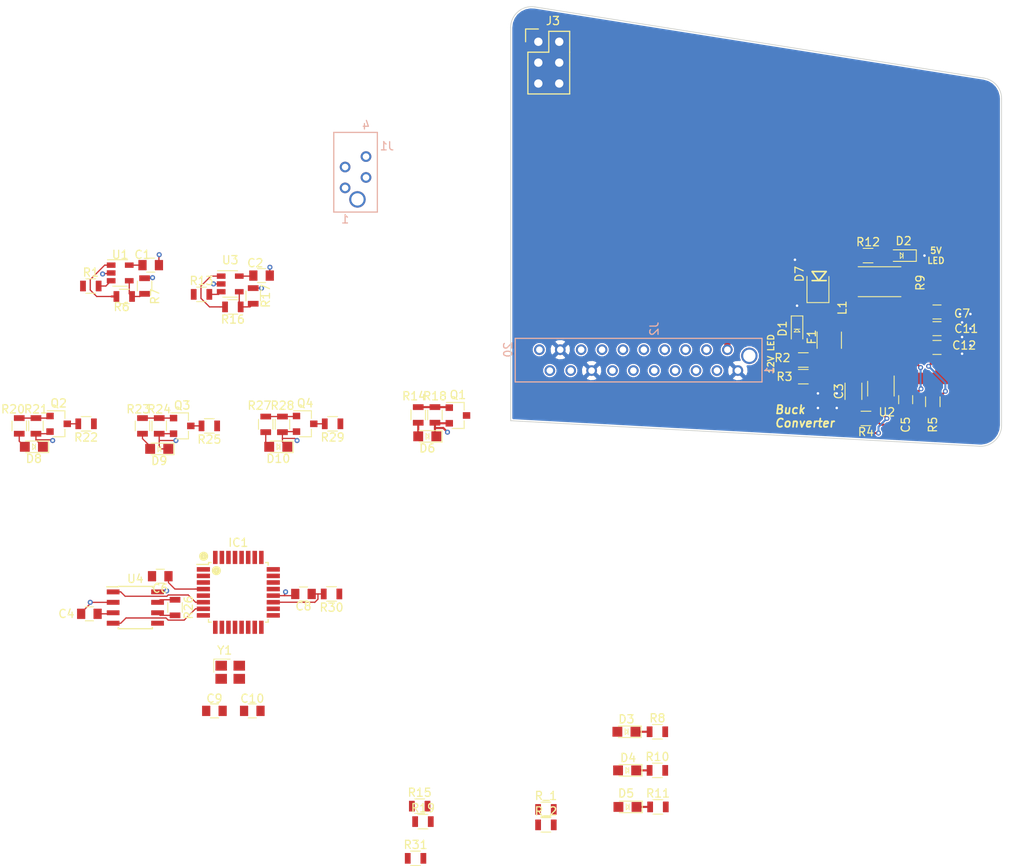
<source format=kicad_pcb>
(kicad_pcb (version 20171130) (host pcbnew 5.0.1-33cea8e~68~ubuntu18.04.1)

  (general
    (thickness 1.6)
    (drawings 10)
    (tracks 230)
    (zones 0)
    (modules 70)
    (nets 62)
  )

  (page A4)
  (layers
    (0 F.Cu signal)
    (31 B.Cu signal)
    (32 B.Adhes user)
    (33 F.Adhes user)
    (34 B.Paste user)
    (35 F.Paste user)
    (36 B.SilkS user)
    (37 F.SilkS user)
    (38 B.Mask user)
    (39 F.Mask user hide)
    (40 Dwgs.User user)
    (41 Cmts.User user)
    (42 Eco1.User user)
    (43 Eco2.User user)
    (44 Edge.Cuts user)
    (45 Margin user)
    (46 B.CrtYd user)
    (47 F.CrtYd user)
    (48 B.Fab user)
    (49 F.Fab user)
  )

  (setup
    (last_trace_width 0.1524)
    (user_trace_width 0.1524)
    (user_trace_width 0.254)
    (user_trace_width 0.508)
    (user_trace_width 0.7)
    (user_trace_width 0.762)
    (user_trace_width 0.8)
    (user_trace_width 1.016)
    (trace_clearance 0.1524)
    (zone_clearance 0.1524)
    (zone_45_only no)
    (trace_min 0.1524)
    (segment_width 0.2)
    (edge_width 0.15)
    (via_size 0.6096)
    (via_drill 0.3048)
    (via_min_size 0.4)
    (via_min_drill 0.3)
    (uvia_size 0.3)
    (uvia_drill 0.1)
    (uvias_allowed no)
    (uvia_min_size 0)
    (uvia_min_drill 0)
    (pcb_text_width 0.3)
    (pcb_text_size 1.5 1.5)
    (mod_edge_width 0.15)
    (mod_text_size 1 1)
    (mod_text_width 0.15)
    (pad_size 0.7 1.3)
    (pad_drill 0)
    (pad_to_mask_clearance 0.2)
    (solder_mask_min_width 0.25)
    (aux_axis_origin 0 0)
    (visible_elements FFFFEF7F)
    (pcbplotparams
      (layerselection 0x010fc_ffffffff)
      (usegerberextensions true)
      (usegerberattributes false)
      (usegerberadvancedattributes false)
      (creategerberjobfile false)
      (excludeedgelayer true)
      (linewidth 0.100000)
      (plotframeref false)
      (viasonmask false)
      (mode 1)
      (useauxorigin false)
      (hpglpennumber 1)
      (hpglpenspeed 20)
      (hpglpendiameter 15.000000)
      (psnegative false)
      (psa4output false)
      (plotreference true)
      (plotvalue true)
      (plotinvisibletext false)
      (padsonsilk false)
      (subtractmaskfromsilk false)
      (outputformat 1)
      (mirror false)
      (drillshape 0)
      (scaleselection 1)
      (outputdirectory "Gerb/"))
  )

  (net 0 "")
  (net 1 GND)
  (net 2 VCC)
  (net 3 "Net-(D2-Pad2)")
  (net 4 /12V_Fused)
  (net 5 "Net-(C5-Pad1)")
  (net 6 "Net-(C5-Pad2)")
  (net 7 "Net-(C11-Pad1)")
  (net 8 "Net-(D1-Pad2)")
  (net 9 +12V)
  (net 10 "Net-(R3-Pad2)")
  (net 11 "Net-(R4-Pad1)")
  (net 12 "Net-(C8-Pad1)")
  (net 13 "Net-(C9-Pad1)")
  (net 14 "Net-(C10-Pad1)")
  (net 15 /ProgrammingLED1)
  (net 16 "Net-(D3-Pad1)")
  (net 17 "Net-(D4-Pad1)")
  (net 18 /ProgrammingLED2)
  (net 19 /ProgrammingLED3)
  (net 20 "Net-(D5-Pad1)")
  (net 21 "Net-(D6-Pad2)")
  (net 22 "Net-(D8-Pad2)")
  (net 23 "Net-(D9-Pad2)")
  (net 24 "Net-(D10-Pad2)")
  (net 25 /MISO)
  (net 26 /MOSI)
  (net 27 "Net-(IC1-Pad3)")
  (net 28 /TXCAN)
  (net 29 /RXCAN)
  (net 30 "Net-(IC1-Pad8)")
  (net 31 "Net-(IC1-Pad9)")
  (net 32 /SCK)
  (net 33 /Drive_Mode_Out)
  (net 34 "Net-(IC1-Pad14)")
  (net 35 "Net-(IC1-Pad15)")
  (net 36 "Net-(IC1-Pad16)")
  (net 37 /Throttle1Adjusted)
  (net 38 /Throttle2Adjusted)
  (net 39 "Net-(IC1-Pad21)")
  (net 40 /ReadyToDrive_LowDrive)
  (net 41 /SS_Inertia_Out_n)
  (net 42 /SS_EStop_Out_n)
  (net 43 /SS_BOTS_Out_n)
  (net 44 "Net-(IC1-Pad29)")
  (net 45 "Net-(IC1-Pad30)")
  (net 46 /RESET)
  (net 47 "Net-(IC1-Pad32)")
  (net 48 /SS_Cockpit_EStop)
  (net 49 /SS_BOTS)
  (net 50 /SS_Inertia_Switch)
  (net 51 /RTD)
  (net 52 /GND_DriveMode)
  (net 53 /CANH)
  (net 54 /CANL)
  (net 55 /Throttle1_Right_Sense)
  (net 56 /Throttle2_Left_Sense)
  (net 57 /LED1)
  (net 58 /LED2)
  (net 59 "Net-(R6-Pad2)")
  (net 60 "Net-(R16-Pad2)")
  (net 61 "Net-(U4-Pad5)")

  (net_class Default "This is the default net class."
    (clearance 0.1524)
    (trace_width 0.1524)
    (via_dia 0.6096)
    (via_drill 0.3048)
    (uvia_dia 0.3)
    (uvia_drill 0.1)
    (add_net +12V)
    (add_net /12V_Fused)
    (add_net /CANH)
    (add_net /CANL)
    (add_net /Drive_Mode_Out)
    (add_net /GND_DriveMode)
    (add_net /LED1)
    (add_net /LED2)
    (add_net /MISO)
    (add_net /MOSI)
    (add_net /ProgrammingLED1)
    (add_net /ProgrammingLED2)
    (add_net /ProgrammingLED3)
    (add_net /RESET)
    (add_net /RTD)
    (add_net /RXCAN)
    (add_net /ReadyToDrive_LowDrive)
    (add_net /SCK)
    (add_net /SS_BOTS)
    (add_net /SS_BOTS_Out_n)
    (add_net /SS_Cockpit_EStop)
    (add_net /SS_EStop_Out_n)
    (add_net /SS_Inertia_Out_n)
    (add_net /SS_Inertia_Switch)
    (add_net /TXCAN)
    (add_net /Throttle1Adjusted)
    (add_net /Throttle1_Right_Sense)
    (add_net /Throttle2Adjusted)
    (add_net /Throttle2_Left_Sense)
    (add_net GND)
    (add_net "Net-(C10-Pad1)")
    (add_net "Net-(C11-Pad1)")
    (add_net "Net-(C5-Pad1)")
    (add_net "Net-(C5-Pad2)")
    (add_net "Net-(C8-Pad1)")
    (add_net "Net-(C9-Pad1)")
    (add_net "Net-(D1-Pad2)")
    (add_net "Net-(D10-Pad2)")
    (add_net "Net-(D2-Pad2)")
    (add_net "Net-(D3-Pad1)")
    (add_net "Net-(D4-Pad1)")
    (add_net "Net-(D5-Pad1)")
    (add_net "Net-(D6-Pad2)")
    (add_net "Net-(D8-Pad2)")
    (add_net "Net-(D9-Pad2)")
    (add_net "Net-(IC1-Pad14)")
    (add_net "Net-(IC1-Pad15)")
    (add_net "Net-(IC1-Pad16)")
    (add_net "Net-(IC1-Pad21)")
    (add_net "Net-(IC1-Pad29)")
    (add_net "Net-(IC1-Pad3)")
    (add_net "Net-(IC1-Pad30)")
    (add_net "Net-(IC1-Pad32)")
    (add_net "Net-(IC1-Pad8)")
    (add_net "Net-(IC1-Pad9)")
    (add_net "Net-(R16-Pad2)")
    (add_net "Net-(R3-Pad2)")
    (add_net "Net-(R4-Pad1)")
    (add_net "Net-(R6-Pad2)")
    (add_net "Net-(U4-Pad5)")
    (add_net VCC)
  )

  (module footprints:C_0805_OEM (layer F.Cu) (tedit 5B8D4D44) (tstamp 5B71716B)
    (at 144.358879 91.802933 90)
    (descr "Capacitor SMD 0805, reflow soldering, AVX (see smccp.pdf)")
    (tags "capacitor 0805")
    (path /5BC9A05A)
    (attr smd)
    (fp_text reference C5 (at -3.048 0 90) (layer F.SilkS)
      (effects (font (size 1 1) (thickness 0.15)))
    )
    (fp_text value C_0.1uF (at 0 1.75 90) (layer F.Fab) hide
      (effects (font (size 1 1) (thickness 0.15)))
    )
    (fp_line (start 1.75 0.87) (end -1.75 0.87) (layer F.CrtYd) (width 0.05))
    (fp_line (start 1.75 0.87) (end 1.75 -0.88) (layer F.CrtYd) (width 0.05))
    (fp_line (start -1.75 -0.88) (end -1.75 0.87) (layer F.CrtYd) (width 0.05))
    (fp_line (start -1.75 -0.88) (end 1.75 -0.88) (layer F.CrtYd) (width 0.05))
    (fp_line (start -0.5 0.85) (end 0.5 0.85) (layer F.SilkS) (width 0.12))
    (fp_line (start 0.5 -0.85) (end -0.5 -0.85) (layer F.SilkS) (width 0.12))
    (fp_line (start -1 -0.62) (end 1 -0.62) (layer F.Fab) (width 0.1))
    (fp_line (start 1 -0.62) (end 1 0.62) (layer F.Fab) (width 0.1))
    (fp_line (start 1 0.62) (end -1 0.62) (layer F.Fab) (width 0.1))
    (fp_line (start -1 0.62) (end -1 -0.62) (layer F.Fab) (width 0.1))
    (pad 2 smd rect (at 1 0 90) (size 1 1.25) (layers F.Cu F.Paste F.Mask)
      (net 6 "Net-(C5-Pad2)"))
    (pad 1 smd rect (at -1 0 90) (size 1 1.25) (layers F.Cu F.Paste F.Mask)
      (net 5 "Net-(C5-Pad1)"))
    (model /home/josh/Formula/OEM_Preferred_Parts/3DModels/C_0805_OEM/C_0805.wrl
      (at (xyz 0 0 0))
      (scale (xyz 1 1 1))
      (rotate (xyz 0 0 0))
    )
  )

  (module footprints:C_0805_OEM (layer F.Cu) (tedit 5B8C0436) (tstamp 5B7171CB)
    (at 148.168879 83.166933)
    (descr "Capacitor SMD 0805, reflow soldering, AVX (see smccp.pdf)")
    (tags "capacitor 0805")
    (path /5A79269E)
    (attr smd)
    (fp_text reference C11 (at 3.556 0) (layer F.SilkS)
      (effects (font (size 1 1) (thickness 0.15)))
    )
    (fp_text value C_1uF (at 0 1.75) (layer F.Fab) hide
      (effects (font (size 1 1) (thickness 0.15)))
    )
    (fp_line (start 1.75 0.87) (end -1.75 0.87) (layer F.CrtYd) (width 0.05))
    (fp_line (start 1.75 0.87) (end 1.75 -0.88) (layer F.CrtYd) (width 0.05))
    (fp_line (start -1.75 -0.88) (end -1.75 0.87) (layer F.CrtYd) (width 0.05))
    (fp_line (start -1.75 -0.88) (end 1.75 -0.88) (layer F.CrtYd) (width 0.05))
    (fp_line (start -0.5 0.85) (end 0.5 0.85) (layer F.SilkS) (width 0.12))
    (fp_line (start 0.5 -0.85) (end -0.5 -0.85) (layer F.SilkS) (width 0.12))
    (fp_line (start -1 -0.62) (end 1 -0.62) (layer F.Fab) (width 0.1))
    (fp_line (start 1 -0.62) (end 1 0.62) (layer F.Fab) (width 0.1))
    (fp_line (start 1 0.62) (end -1 0.62) (layer F.Fab) (width 0.1))
    (fp_line (start -1 0.62) (end -1 -0.62) (layer F.Fab) (width 0.1))
    (pad 2 smd rect (at 1 0) (size 1 1.25) (layers F.Cu F.Paste F.Mask)
      (net 1 GND))
    (pad 1 smd rect (at -1 0) (size 1 1.25) (layers F.Cu F.Paste F.Mask)
      (net 7 "Net-(C11-Pad1)"))
    (model /home/josh/Formula/OEM_Preferred_Parts/3DModels/C_0805_OEM/C_0805.wrl
      (at (xyz 0 0 0))
      (scale (xyz 1 1 1))
      (rotate (xyz 0 0 0))
    )
  )

  (module footprints:C_0805_OEM (layer F.Cu) (tedit 5B8C043A) (tstamp 5B7171DB)
    (at 148.168879 85.452933)
    (descr "Capacitor SMD 0805, reflow soldering, AVX (see smccp.pdf)")
    (tags "capacitor 0805")
    (path /5BC9A05C)
    (attr smd)
    (fp_text reference C12 (at 3.302 -0.254) (layer F.SilkS)
      (effects (font (size 1 1) (thickness 0.15)))
    )
    (fp_text value C_47uF (at 0 1.75) (layer F.Fab) hide
      (effects (font (size 1 1) (thickness 0.15)))
    )
    (fp_line (start 1.75 0.87) (end -1.75 0.87) (layer F.CrtYd) (width 0.05))
    (fp_line (start 1.75 0.87) (end 1.75 -0.88) (layer F.CrtYd) (width 0.05))
    (fp_line (start -1.75 -0.88) (end -1.75 0.87) (layer F.CrtYd) (width 0.05))
    (fp_line (start -1.75 -0.88) (end 1.75 -0.88) (layer F.CrtYd) (width 0.05))
    (fp_line (start -0.5 0.85) (end 0.5 0.85) (layer F.SilkS) (width 0.12))
    (fp_line (start 0.5 -0.85) (end -0.5 -0.85) (layer F.SilkS) (width 0.12))
    (fp_line (start -1 -0.62) (end 1 -0.62) (layer F.Fab) (width 0.1))
    (fp_line (start 1 -0.62) (end 1 0.62) (layer F.Fab) (width 0.1))
    (fp_line (start 1 0.62) (end -1 0.62) (layer F.Fab) (width 0.1))
    (fp_line (start -1 0.62) (end -1 -0.62) (layer F.Fab) (width 0.1))
    (pad 2 smd rect (at 1 0) (size 1 1.25) (layers F.Cu F.Paste F.Mask)
      (net 1 GND))
    (pad 1 smd rect (at -1 0) (size 1 1.25) (layers F.Cu F.Paste F.Mask)
      (net 7 "Net-(C11-Pad1)"))
    (model /home/josh/Formula/OEM_Preferred_Parts/3DModels/C_0805_OEM/C_0805.wrl
      (at (xyz 0 0 0))
      (scale (xyz 1 1 1))
      (rotate (xyz 0 0 0))
    )
  )

  (module footprints:LED_0805_OEM (layer F.Cu) (tedit 5B8D4D19) (tstamp 5B717259)
    (at 143.850879 74.276933 180)
    (descr "LED 0805 smd package")
    (tags "LED led 0805 SMD smd SMT smt smdled SMDLED smtled SMTLED")
    (path /5BC9A058)
    (attr smd)
    (fp_text reference D2 (at -0.254 1.778) (layer F.SilkS)
      (effects (font (size 1 1) (thickness 0.15)))
    )
    (fp_text value LED_0805 (at 0.508 2.032 180) (layer F.Fab) hide
      (effects (font (size 1 1) (thickness 0.15)))
    )
    (fp_line (start -1.95 -0.85) (end 1.95 -0.85) (layer F.CrtYd) (width 0.05))
    (fp_line (start -1.95 0.85) (end -1.95 -0.85) (layer F.CrtYd) (width 0.05))
    (fp_line (start 1.95 0.85) (end -1.95 0.85) (layer F.CrtYd) (width 0.05))
    (fp_line (start 1.95 -0.85) (end 1.95 0.85) (layer F.CrtYd) (width 0.05))
    (fp_line (start -1.8 -0.7) (end 1 -0.7) (layer F.SilkS) (width 0.12))
    (fp_line (start -1.8 0.7) (end 1 0.7) (layer F.SilkS) (width 0.12))
    (fp_line (start -1 0.6) (end -1 -0.6) (layer F.Fab) (width 0.1))
    (fp_line (start -1 -0.6) (end 1 -0.6) (layer F.Fab) (width 0.1))
    (fp_line (start 1 -0.6) (end 1 0.6) (layer F.Fab) (width 0.1))
    (fp_line (start 1 0.6) (end -1 0.6) (layer F.Fab) (width 0.1))
    (fp_line (start -1.8 -0.7) (end -1.8 0.7) (layer F.SilkS) (width 0.12))
    (fp_line (start -0.2 0) (end 0.1 -0.3) (layer F.SilkS) (width 0.1))
    (fp_line (start 0.1 -0.3) (end 0.15 -0.35) (layer F.SilkS) (width 0.1))
    (fp_line (start 0.15 -0.35) (end 0.15 0.3) (layer F.SilkS) (width 0.1))
    (fp_line (start 0.15 0.35) (end 0.15 0.3) (layer F.SilkS) (width 0.1))
    (fp_line (start 0.15 0.3) (end 0.15 0.35) (layer F.SilkS) (width 0.1))
    (fp_line (start 0.15 0.35) (end -0.2 0) (layer F.SilkS) (width 0.1))
    (fp_line (start -0.2 0) (end -0.2 -0.35) (layer F.SilkS) (width 0.1))
    (fp_line (start -0.2 0.35) (end -0.2 0) (layer F.SilkS) (width 0.1))
    (pad 1 smd rect (at -1.1 0) (size 1.2 1.2) (layers F.Cu F.Paste F.Mask)
      (net 1 GND))
    (pad 2 smd rect (at 1.1 0) (size 1.2 1.2) (layers F.Cu F.Paste F.Mask)
      (net 3 "Net-(D2-Pad2)"))
    (model "/home/josh/Formula/OEM_Preferred_Parts/3DModels/LED_0805/LED 0805 Base GREEN001_sp.wrl"
      (at (xyz 0 0 0))
      (scale (xyz 1 1 1))
      (rotate (xyz 0 0 180))
    )
  )

  (module footprints:Fuse_1210 (layer F.Cu) (tedit 5B8D4D2C) (tstamp 5B7172CD)
    (at 135.068379 84.569433 270)
    (descr "Resistor SMD 1210, reflow soldering, Vishay (see dcrcw.pdf)")
    (tags "resistor 1210")
    (path /5BC9A077)
    (attr smd)
    (fp_text reference F1 (at -0.3865 2.1395 90) (layer F.SilkS)
      (effects (font (size 1 1) (thickness 0.15)))
    )
    (fp_text value 500mA (at 0 2.4 270) (layer F.Fab) hide
      (effects (font (size 1 1) (thickness 0.15)))
    )
    (fp_line (start 2.15 1.5) (end -2.15 1.5) (layer F.CrtYd) (width 0.05))
    (fp_line (start 2.15 1.5) (end 2.15 -1.5) (layer F.CrtYd) (width 0.05))
    (fp_line (start -2.15 -1.5) (end -2.15 1.5) (layer F.CrtYd) (width 0.05))
    (fp_line (start -2.15 -1.5) (end 2.15 -1.5) (layer F.CrtYd) (width 0.05))
    (fp_line (start -1 -1.48) (end 1 -1.48) (layer F.SilkS) (width 0.12))
    (fp_line (start 1 1.48) (end -1 1.48) (layer F.SilkS) (width 0.12))
    (fp_line (start -1.6 -1.25) (end 1.6 -1.25) (layer F.Fab) (width 0.1))
    (fp_line (start 1.6 -1.25) (end 1.6 1.25) (layer F.Fab) (width 0.1))
    (fp_line (start 1.6 1.25) (end -1.6 1.25) (layer F.Fab) (width 0.1))
    (fp_line (start -1.6 1.25) (end -1.6 -1.25) (layer F.Fab) (width 0.1))
    (pad 2 smd rect (at 1.45 0 270) (size 0.9 2.5) (layers F.Cu F.Paste F.Mask)
      (net 4 /12V_Fused))
    (pad 1 smd rect (at -1.45 0 270) (size 0.9 2.5) (layers F.Cu F.Paste F.Mask)
      (net 9 +12V))
    (model /home/josh/Formula/OEM_Preferred_Parts/3DModels/Fuse_1210_OEM/Fuse1210.wrl
      (at (xyz 0 0 0))
      (scale (xyz 1 1 1))
      (rotate (xyz 0 0 0))
    )
  )

  (module footprints:4.7uH_Inductor_OEM (layer F.Cu) (tedit 5B8C0445) (tstamp 5B71730C)
    (at 141.374379 83.865433 90)
    (path /59E04875)
    (fp_text reference L1 (at 3.2385 -4.722379 90) (layer F.SilkS)
      (effects (font (size 1 1) (thickness 0.15)))
    )
    (fp_text value L_4.7uH (at 0 -5.08 90) (layer F.Fab) hide
      (effects (font (size 1 1) (thickness 0.15)))
    )
    (pad 2 smd rect (at 2.35 0 90) (size 3.3 8.2) (layers F.Cu F.Paste F.Mask)
      (net 7 "Net-(C11-Pad1)"))
    (pad 1 smd rect (at -2.35 0 90) (size 3.3 8.2) (layers F.Cu F.Paste F.Mask)
      (net 6 "Net-(C5-Pad2)"))
  )

  (module footprints:R_0805_OEM (layer F.Cu) (tedit 5B8D4D25) (tstamp 5B717343)
    (at 131.912879 86.976933 180)
    (descr "Resistor SMD 0805, reflow soldering, Vishay (see dcrcw.pdf)")
    (tags "resistor 0805")
    (path /59E0432B)
    (attr smd)
    (fp_text reference R2 (at 2.54 0.254 180) (layer F.SilkS)
      (effects (font (size 1 1) (thickness 0.15)))
    )
    (fp_text value R_1k (at 0 1.75 180) (layer F.Fab) hide
      (effects (font (size 1 1) (thickness 0.15)))
    )
    (fp_line (start 1.55 0.9) (end -1.55 0.9) (layer F.CrtYd) (width 0.05))
    (fp_line (start 1.55 0.9) (end 1.55 -0.9) (layer F.CrtYd) (width 0.05))
    (fp_line (start -1.55 -0.9) (end -1.55 0.9) (layer F.CrtYd) (width 0.05))
    (fp_line (start -1.55 -0.9) (end 1.55 -0.9) (layer F.CrtYd) (width 0.05))
    (fp_line (start -0.6 -0.88) (end 0.6 -0.88) (layer F.SilkS) (width 0.12))
    (fp_line (start 0.6 0.88) (end -0.6 0.88) (layer F.SilkS) (width 0.12))
    (fp_line (start -1 -0.62) (end 1 -0.62) (layer F.Fab) (width 0.1))
    (fp_line (start 1 -0.62) (end 1 0.62) (layer F.Fab) (width 0.1))
    (fp_line (start 1 0.62) (end -1 0.62) (layer F.Fab) (width 0.1))
    (fp_line (start -1 0.62) (end -1 -0.62) (layer F.Fab) (width 0.1))
    (pad 2 smd rect (at 0.95 0 180) (size 0.7 1.3) (layers F.Cu F.Paste F.Mask)
      (net 8 "Net-(D1-Pad2)"))
    (pad 1 smd rect (at -0.95 0 180) (size 0.7 1.3) (layers F.Cu F.Paste F.Mask)
      (net 4 /12V_Fused))
    (model "/home/josh/Formula/OEM_Preferred_Parts/3DModels/WRL Files/res0805.wrl"
      (at (xyz 0 0 0))
      (scale (xyz 1 1 1))
      (rotate (xyz 0 0 0))
    )
  )

  (module footprints:R_0805_OEM (layer F.Cu) (tedit 5B8D4D28) (tstamp 5B717353)
    (at 131.912879 89.008933 180)
    (descr "Resistor SMD 0805, reflow soldering, Vishay (see dcrcw.pdf)")
    (tags "resistor 0805")
    (path /59E042A3)
    (attr smd)
    (fp_text reference R3 (at 2.286 0) (layer F.SilkS)
      (effects (font (size 1 1) (thickness 0.15)))
    )
    (fp_text value R_10k (at 0 1.75 180) (layer F.Fab) hide
      (effects (font (size 1 1) (thickness 0.15)))
    )
    (fp_line (start 1.55 0.9) (end -1.55 0.9) (layer F.CrtYd) (width 0.05))
    (fp_line (start 1.55 0.9) (end 1.55 -0.9) (layer F.CrtYd) (width 0.05))
    (fp_line (start -1.55 -0.9) (end -1.55 0.9) (layer F.CrtYd) (width 0.05))
    (fp_line (start -1.55 -0.9) (end 1.55 -0.9) (layer F.CrtYd) (width 0.05))
    (fp_line (start -0.6 -0.88) (end 0.6 -0.88) (layer F.SilkS) (width 0.12))
    (fp_line (start 0.6 0.88) (end -0.6 0.88) (layer F.SilkS) (width 0.12))
    (fp_line (start -1 -0.62) (end 1 -0.62) (layer F.Fab) (width 0.1))
    (fp_line (start 1 -0.62) (end 1 0.62) (layer F.Fab) (width 0.1))
    (fp_line (start 1 0.62) (end -1 0.62) (layer F.Fab) (width 0.1))
    (fp_line (start -1 0.62) (end -1 -0.62) (layer F.Fab) (width 0.1))
    (pad 2 smd rect (at 0.95 0 180) (size 0.7 1.3) (layers F.Cu F.Paste F.Mask)
      (net 10 "Net-(R3-Pad2)"))
    (pad 1 smd rect (at -0.95 0 180) (size 0.7 1.3) (layers F.Cu F.Paste F.Mask)
      (net 4 /12V_Fused))
    (model "/home/josh/Formula/OEM_Preferred_Parts/3DModels/WRL Files/res0805.wrl"
      (at (xyz 0 0 0))
      (scale (xyz 1 1 1))
      (rotate (xyz 0 0 0))
    )
  )

  (module footprints:R_0805_OEM (layer F.Cu) (tedit 59F25131) (tstamp 5B7173E3)
    (at 139.786879 74.276933)
    (descr "Resistor SMD 0805, reflow soldering, Vishay (see dcrcw.pdf)")
    (tags "resistor 0805")
    (path /5BC9A055)
    (attr smd)
    (fp_text reference R12 (at 0 -1.65) (layer F.SilkS)
      (effects (font (size 1 1) (thickness 0.15)))
    )
    (fp_text value R_200 (at 0 1.75) (layer F.Fab) hide
      (effects (font (size 1 1) (thickness 0.15)))
    )
    (fp_line (start 1.55 0.9) (end -1.55 0.9) (layer F.CrtYd) (width 0.05))
    (fp_line (start 1.55 0.9) (end 1.55 -0.9) (layer F.CrtYd) (width 0.05))
    (fp_line (start -1.55 -0.9) (end -1.55 0.9) (layer F.CrtYd) (width 0.05))
    (fp_line (start -1.55 -0.9) (end 1.55 -0.9) (layer F.CrtYd) (width 0.05))
    (fp_line (start -0.6 -0.88) (end 0.6 -0.88) (layer F.SilkS) (width 0.12))
    (fp_line (start 0.6 0.88) (end -0.6 0.88) (layer F.SilkS) (width 0.12))
    (fp_line (start -1 -0.62) (end 1 -0.62) (layer F.Fab) (width 0.1))
    (fp_line (start 1 -0.62) (end 1 0.62) (layer F.Fab) (width 0.1))
    (fp_line (start 1 0.62) (end -1 0.62) (layer F.Fab) (width 0.1))
    (fp_line (start -1 0.62) (end -1 -0.62) (layer F.Fab) (width 0.1))
    (pad 2 smd rect (at 0.95 0) (size 0.7 1.3) (layers F.Cu F.Paste F.Mask)
      (net 3 "Net-(D2-Pad2)"))
    (pad 1 smd rect (at -0.95 0) (size 0.7 1.3) (layers F.Cu F.Paste F.Mask)
      (net 2 VCC))
    (model "/home/josh/Formula/OEM_Preferred_Parts/3DModels/WRL Files/res0805.wrl"
      (at (xyz 0 0 0))
      (scale (xyz 1 1 1))
      (rotate (xyz 0 0 0))
    )
  )

  (module footprints:SOT-23-6_OEM (layer F.Cu) (tedit 5B8D4D41) (tstamp 5B71743C)
    (at 141.348979 90.469433 270)
    (descr "6-pin SOT-23 package")
    (tags SOT-23-6)
    (path /5BC9A05D)
    (attr smd)
    (fp_text reference U2 (at 2.8575 -0.7239) (layer F.SilkS)
      (effects (font (size 1 1) (thickness 0.15)))
    )
    (fp_text value TPS561201 (at 0 2.9 270) (layer F.Fab) hide
      (effects (font (size 1 1) (thickness 0.15)))
    )
    (fp_line (start 0.9 -1.55) (end 0.9 1.55) (layer F.Fab) (width 0.1))
    (fp_line (start 0.9 1.55) (end -0.9 1.55) (layer F.Fab) (width 0.1))
    (fp_line (start -0.9 -0.9) (end -0.9 1.55) (layer F.Fab) (width 0.1))
    (fp_line (start 0.9 -1.55) (end -0.25 -1.55) (layer F.Fab) (width 0.1))
    (fp_line (start -0.9 -0.9) (end -0.25 -1.55) (layer F.Fab) (width 0.1))
    (fp_line (start -1.9 -1.8) (end -1.9 1.8) (layer F.CrtYd) (width 0.05))
    (fp_line (start -1.9 1.8) (end 1.9 1.8) (layer F.CrtYd) (width 0.05))
    (fp_line (start 1.9 1.8) (end 1.9 -1.8) (layer F.CrtYd) (width 0.05))
    (fp_line (start 1.9 -1.8) (end -1.9 -1.8) (layer F.CrtYd) (width 0.05))
    (fp_line (start 0.9 -1.61) (end -1.55 -1.61) (layer F.SilkS) (width 0.12))
    (fp_line (start -0.9 1.61) (end 0.9 1.61) (layer F.SilkS) (width 0.12))
    (pad 5 smd rect (at 1.1 0 270) (size 1.06 0.65) (layers F.Cu F.Paste F.Mask)
      (net 10 "Net-(R3-Pad2)"))
    (pad 6 smd rect (at 1.1 -0.95 270) (size 1.06 0.65) (layers F.Cu F.Paste F.Mask)
      (net 5 "Net-(C5-Pad1)"))
    (pad 4 smd rect (at 1.1 0.95 270) (size 1.06 0.65) (layers F.Cu F.Paste F.Mask)
      (net 11 "Net-(R4-Pad1)"))
    (pad 3 smd rect (at -1.1 0.95 270) (size 1.06 0.65) (layers F.Cu F.Paste F.Mask)
      (net 4 /12V_Fused))
    (pad 2 smd rect (at -1.1 0 270) (size 1.06 0.65) (layers F.Cu F.Paste F.Mask)
      (net 6 "Net-(C5-Pad2)"))
    (pad 1 smd rect (at -1.1 -0.95 270) (size 1.06 0.65) (layers F.Cu F.Paste F.Mask)
      (net 1 GND))
    (model ${KISYS3DMOD}/TO_SOT_Packages_SMD.3dshapes/SOT-23-6.wrl
      (at (xyz 0 0 0))
      (scale (xyz 1 1 1))
      (rotate (xyz 0 0 0))
    )
  )

  (module footprints:C_1206_OEM (layer F.Cu) (tedit 5B8D4D32) (tstamp 5B8BECBA)
    (at 138.008879 90.786933 270)
    (descr "Capacitor SMD 1206, reflow soldering, AVX (see smccp.pdf)")
    (tags "capacitor 1206")
    (path /5BC9A05B)
    (attr smd)
    (fp_text reference C3 (at 0 1.778 270) (layer F.SilkS)
      (effects (font (size 1 1) (thickness 0.15)))
    )
    (fp_text value C_22uF (at 0 2 270) (layer F.Fab) hide
      (effects (font (size 1 1) (thickness 0.15)))
    )
    (fp_line (start 2.25 1.05) (end -2.25 1.05) (layer F.CrtYd) (width 0.05))
    (fp_line (start 2.25 1.05) (end 2.25 -1.05) (layer F.CrtYd) (width 0.05))
    (fp_line (start -2.25 -1.05) (end -2.25 1.05) (layer F.CrtYd) (width 0.05))
    (fp_line (start -2.25 -1.05) (end 2.25 -1.05) (layer F.CrtYd) (width 0.05))
    (fp_line (start -1 1.02) (end 1 1.02) (layer F.SilkS) (width 0.12))
    (fp_line (start 1 -1.02) (end -1 -1.02) (layer F.SilkS) (width 0.12))
    (fp_line (start -1.6 -0.8) (end 1.6 -0.8) (layer F.Fab) (width 0.1))
    (fp_line (start 1.6 -0.8) (end 1.6 0.8) (layer F.Fab) (width 0.1))
    (fp_line (start 1.6 0.8) (end -1.6 0.8) (layer F.Fab) (width 0.1))
    (fp_line (start -1.6 0.8) (end -1.6 -0.8) (layer F.Fab) (width 0.1))
    (pad 2 smd rect (at 1.5 0 270) (size 1 1.6) (layers F.Cu F.Paste F.Mask)
      (net 1 GND))
    (pad 1 smd rect (at -1.5 0 270) (size 1 1.6) (layers F.Cu F.Paste F.Mask)
      (net 4 /12V_Fused))
    (model Capacitors_SMD.3dshapes/C_1206.wrl
      (at (xyz 0 0 0))
      (scale (xyz 1 1 1))
      (rotate (xyz 0 0 0))
    )
  )

  (module footprints:C_0805_OEM (layer F.Cu) (tedit 5B8C043E) (tstamp 5B8BECC9)
    (at 148.168879 81.134933)
    (descr "Capacitor SMD 0805, reflow soldering, AVX (see smccp.pdf)")
    (tags "capacitor 0805")
    (path /5A79252F)
    (attr smd)
    (fp_text reference C7 (at 3.052 0.183) (layer F.SilkS)
      (effects (font (size 1 1) (thickness 0.15)))
    )
    (fp_text value C_0.1uF (at 0 1.75) (layer F.Fab) hide
      (effects (font (size 1 1) (thickness 0.15)))
    )
    (fp_line (start 1.75 0.87) (end -1.75 0.87) (layer F.CrtYd) (width 0.05))
    (fp_line (start 1.75 0.87) (end 1.75 -0.88) (layer F.CrtYd) (width 0.05))
    (fp_line (start -1.75 -0.88) (end -1.75 0.87) (layer F.CrtYd) (width 0.05))
    (fp_line (start -1.75 -0.88) (end 1.75 -0.88) (layer F.CrtYd) (width 0.05))
    (fp_line (start -0.5 0.85) (end 0.5 0.85) (layer F.SilkS) (width 0.12))
    (fp_line (start 0.5 -0.85) (end -0.5 -0.85) (layer F.SilkS) (width 0.12))
    (fp_line (start -1 -0.62) (end 1 -0.62) (layer F.Fab) (width 0.1))
    (fp_line (start 1 -0.62) (end 1 0.62) (layer F.Fab) (width 0.1))
    (fp_line (start 1 0.62) (end -1 0.62) (layer F.Fab) (width 0.1))
    (fp_line (start -1 0.62) (end -1 -0.62) (layer F.Fab) (width 0.1))
    (pad 2 smd rect (at 1 0) (size 1 1.25) (layers F.Cu F.Paste F.Mask)
      (net 1 GND))
    (pad 1 smd rect (at -1 0) (size 1 1.25) (layers F.Cu F.Paste F.Mask)
      (net 7 "Net-(C11-Pad1)"))
    (model /home/josh/Formula/OEM_Preferred_Parts/3DModels/C_0805_OEM/C_0805.wrl
      (at (xyz 0 0 0))
      (scale (xyz 1 1 1))
      (rotate (xyz 0 0 0))
    )
  )

  (module footprints:LED_0805_OEM (layer F.Cu) (tedit 5B8D4D22) (tstamp 5B8BECF6)
    (at 131.150879 83.420933 270)
    (descr "LED 0805 smd package")
    (tags "LED led 0805 SMD smd SMT smt smdled SMDLED smtled SMTLED")
    (path /5BC9A057)
    (attr smd)
    (fp_text reference D1 (at -0.254 1.778 270) (layer F.SilkS)
      (effects (font (size 1 1) (thickness 0.15)))
    )
    (fp_text value LED_0805 (at 0.508 2.032 270) (layer F.Fab) hide
      (effects (font (size 1 1) (thickness 0.15)))
    )
    (fp_line (start -1.95 -0.85) (end 1.95 -0.85) (layer F.CrtYd) (width 0.05))
    (fp_line (start -1.95 0.85) (end -1.95 -0.85) (layer F.CrtYd) (width 0.05))
    (fp_line (start 1.95 0.85) (end -1.95 0.85) (layer F.CrtYd) (width 0.05))
    (fp_line (start 1.95 -0.85) (end 1.95 0.85) (layer F.CrtYd) (width 0.05))
    (fp_line (start -1.8 -0.7) (end 1 -0.7) (layer F.SilkS) (width 0.12))
    (fp_line (start -1.8 0.7) (end 1 0.7) (layer F.SilkS) (width 0.12))
    (fp_line (start -1 0.6) (end -1 -0.6) (layer F.Fab) (width 0.1))
    (fp_line (start -1 -0.6) (end 1 -0.6) (layer F.Fab) (width 0.1))
    (fp_line (start 1 -0.6) (end 1 0.6) (layer F.Fab) (width 0.1))
    (fp_line (start 1 0.6) (end -1 0.6) (layer F.Fab) (width 0.1))
    (fp_line (start -1.8 -0.7) (end -1.8 0.7) (layer F.SilkS) (width 0.12))
    (fp_line (start -0.2 0) (end 0.1 -0.3) (layer F.SilkS) (width 0.1))
    (fp_line (start 0.1 -0.3) (end 0.15 -0.35) (layer F.SilkS) (width 0.1))
    (fp_line (start 0.15 -0.35) (end 0.15 0.3) (layer F.SilkS) (width 0.1))
    (fp_line (start 0.15 0.35) (end 0.15 0.3) (layer F.SilkS) (width 0.1))
    (fp_line (start 0.15 0.3) (end 0.15 0.35) (layer F.SilkS) (width 0.1))
    (fp_line (start 0.15 0.35) (end -0.2 0) (layer F.SilkS) (width 0.1))
    (fp_line (start -0.2 0) (end -0.2 -0.35) (layer F.SilkS) (width 0.1))
    (fp_line (start -0.2 0.35) (end -0.2 0) (layer F.SilkS) (width 0.1))
    (pad 1 smd rect (at -1.1 0 90) (size 1.2 1.2) (layers F.Cu F.Paste F.Mask)
      (net 1 GND))
    (pad 2 smd rect (at 1.1 0 90) (size 1.2 1.2) (layers F.Cu F.Paste F.Mask)
      (net 8 "Net-(D1-Pad2)"))
    (model "${LOCAL_DIR}/OEM_Preferred_Parts/3DModels/LED_0805/LED 0805 Base GREEN001_sp.wrl"
      (at (xyz 0 0 0))
      (scale (xyz 1 1 1))
      (rotate (xyz 0 0 180))
    )
  )

  (module footprints:DO-214AA (layer F.Cu) (tedit 5A59FDFB) (tstamp 5B8BED22)
    (at 133.690879 76.816933 90)
    (descr "http://www.diodes.com/datasheets/ap02001.pdf p.144")
    (tags "Diode SOD523")
    (path /59F253C2)
    (attr smd)
    (fp_text reference D7 (at 0.3 -2.25 90) (layer F.SilkS)
      (effects (font (size 1 1) (thickness 0.15)))
    )
    (fp_text value D_Zener_18V (at 0 2.286 90) (layer F.Fab) hide
      (effects (font (size 1 1) (thickness 0.15)))
    )
    (fp_line (start -3.175 -1.3335) (end 0 -1.3335) (layer F.SilkS) (width 0.12))
    (fp_line (start -3.175 1.3335) (end 0 1.3335) (layer F.SilkS) (width 0.12))
    (fp_line (start 2.3749 1.9685) (end -2.3749 1.9685) (layer F.Fab) (width 0.1))
    (fp_line (start -2.3749 -1.9685) (end -2.3749 1.9685) (layer F.Fab) (width 0.1))
    (fp_line (start -2.3749 -1.9685) (end 2.3749 -1.9685) (layer F.Fab) (width 0.1))
    (fp_line (start 2.3749 -1.9685) (end 2.3749 1.9685) (layer F.Fab) (width 0.1))
    (fp_line (start -3.302 1.4605) (end 3.302 1.4605) (layer F.CrtYd) (width 0.05))
    (fp_line (start -3.302 -1.4605) (end -3.302 1.4605) (layer F.CrtYd) (width 0.05))
    (fp_line (start -3.302 -1.4605) (end 3.302 -1.4605) (layer F.CrtYd) (width 0.05))
    (fp_line (start 3.302 -1.4605) (end 3.302 1.4605) (layer F.CrtYd) (width 0.05))
    (fp_line (start -3.175 -1.3335) (end -3.175 1.3335) (layer F.SilkS) (width 0.12))
    (fp_line (start -0.5 -0.7) (end -0.5 1) (layer F.SilkS) (width 0.2))
    (fp_line (start -0.5 0.1) (end 0.6 -0.7) (layer F.SilkS) (width 0.2))
    (fp_line (start 0.6 -0.7) (end 0.6 1) (layer F.SilkS) (width 0.2))
    (fp_line (start 0.6 1) (end -0.5 0.1) (layer F.SilkS) (width 0.2))
    (pad 1 smd rect (at -2.032 0 270) (size 1.778 2.159) (layers F.Cu F.Paste F.Mask)
      (net 9 +12V))
    (pad 2 smd rect (at 2.032 0 270) (size 1.778 2.159) (layers F.Cu F.Paste F.Mask)
      (net 1 GND))
    (model ${LOCAL_DIR}/OEM_Preferred_Parts/3DModels/DO_214AA_OEM/DO_214AA.wrl
      (at (xyz 0 0 0))
      (scale (xyz 1 1 1))
      (rotate (xyz 0 0 0))
    )
  )

  (module footprints:R_2512_OEM (layer F.Cu) (tedit 5B8D4D11) (tstamp 5B8BED94)
    (at 141.183879 77.451933)
    (descr "Resistor SMD 2512, reflow soldering, Vishay (see dcrcw.pdf)")
    (tags "resistor 2512")
    (path /5BC9A056)
    (attr smd)
    (fp_text reference R9 (at 4.953 0.127 90) (layer F.SilkS)
      (effects (font (size 1 1) (thickness 0.15)))
    )
    (fp_text value R_0_Jumper (at 0 2.75) (layer F.Fab) hide
      (effects (font (size 1 1) (thickness 0.15)))
    )
    (fp_line (start 3.85 1.85) (end -3.85 1.85) (layer F.CrtYd) (width 0.05))
    (fp_line (start 3.85 1.85) (end 3.85 -1.85) (layer F.CrtYd) (width 0.05))
    (fp_line (start -3.85 -1.85) (end -3.85 1.85) (layer F.CrtYd) (width 0.05))
    (fp_line (start -3.85 -1.85) (end 3.85 -1.85) (layer F.CrtYd) (width 0.05))
    (fp_line (start -2.6 -1.82) (end 2.6 -1.82) (layer F.SilkS) (width 0.12))
    (fp_line (start 2.6 1.82) (end -2.6 1.82) (layer F.SilkS) (width 0.12))
    (fp_line (start -3.15 -1.6) (end 3.15 -1.6) (layer F.Fab) (width 0.1))
    (fp_line (start 3.15 -1.6) (end 3.15 1.6) (layer F.Fab) (width 0.1))
    (fp_line (start 3.15 1.6) (end -3.15 1.6) (layer F.Fab) (width 0.1))
    (fp_line (start -3.15 1.6) (end -3.15 -1.6) (layer F.Fab) (width 0.1))
    (pad 2 smd rect (at 3.1 0) (size 1 3.2) (layers F.Cu F.Paste F.Mask)
      (net 7 "Net-(C11-Pad1)"))
    (pad 1 smd rect (at -3.1 0) (size 1 3.2) (layers F.Cu F.Paste F.Mask)
      (net 2 VCC))
    (model ${KISYS3DMOD}/Resistors_SMD.3dshapes/R_2512.wrl
      (at (xyz 0 0 0))
      (scale (xyz 1 1 1))
      (rotate (xyz 0 0 0))
    )
  )

  (module footprints:R_0805_OEM (layer F.Cu) (tedit 59F25131) (tstamp 5B8BFC4E)
    (at 139.532879 94.088933 180)
    (descr "Resistor SMD 0805, reflow soldering, Vishay (see dcrcw.pdf)")
    (tags "resistor 0805")
    (path /5BC9A052)
    (attr smd)
    (fp_text reference R4 (at 0 -1.65 180) (layer F.SilkS)
      (effects (font (size 1 1) (thickness 0.15)))
    )
    (fp_text value R_10k (at 0 1.75 180) (layer F.Fab) hide
      (effects (font (size 1 1) (thickness 0.15)))
    )
    (fp_line (start 1.55 0.9) (end -1.55 0.9) (layer F.CrtYd) (width 0.05))
    (fp_line (start 1.55 0.9) (end 1.55 -0.9) (layer F.CrtYd) (width 0.05))
    (fp_line (start -1.55 -0.9) (end -1.55 0.9) (layer F.CrtYd) (width 0.05))
    (fp_line (start -1.55 -0.9) (end 1.55 -0.9) (layer F.CrtYd) (width 0.05))
    (fp_line (start -0.6 -0.88) (end 0.6 -0.88) (layer F.SilkS) (width 0.12))
    (fp_line (start 0.6 0.88) (end -0.6 0.88) (layer F.SilkS) (width 0.12))
    (fp_line (start -1 -0.62) (end 1 -0.62) (layer F.Fab) (width 0.1))
    (fp_line (start 1 -0.62) (end 1 0.62) (layer F.Fab) (width 0.1))
    (fp_line (start 1 0.62) (end -1 0.62) (layer F.Fab) (width 0.1))
    (fp_line (start -1 0.62) (end -1 -0.62) (layer F.Fab) (width 0.1))
    (pad 2 smd rect (at 0.95 0 180) (size 0.7 1.3) (layers F.Cu F.Paste F.Mask)
      (net 1 GND))
    (pad 1 smd rect (at -0.95 0 180) (size 0.7 1.3) (layers F.Cu F.Paste F.Mask)
      (net 11 "Net-(R4-Pad1)"))
    (model "/home/josh/Formula/OEM_Preferred_Parts/3DModels/WRL Files/res0805.wrl"
      (at (xyz 0 0 0))
      (scale (xyz 1 1 1))
      (rotate (xyz 0 0 0))
    )
  )

  (module footprints:R_0805_OEM (layer F.Cu) (tedit 5B8D4D48) (tstamp 5B8BFC5E)
    (at 147.660879 92.056933 90)
    (descr "Resistor SMD 0805, reflow soldering, Vishay (see dcrcw.pdf)")
    (tags "resistor 0805")
    (path /59E0438C)
    (attr smd)
    (fp_text reference R5 (at -2.794 0 90) (layer F.SilkS)
      (effects (font (size 1 1) (thickness 0.15)))
    )
    (fp_text value R_51.1k (at 0 1.75 90) (layer F.Fab) hide
      (effects (font (size 1 1) (thickness 0.15)))
    )
    (fp_line (start 1.55 0.9) (end -1.55 0.9) (layer F.CrtYd) (width 0.05))
    (fp_line (start 1.55 0.9) (end 1.55 -0.9) (layer F.CrtYd) (width 0.05))
    (fp_line (start -1.55 -0.9) (end -1.55 0.9) (layer F.CrtYd) (width 0.05))
    (fp_line (start -1.55 -0.9) (end 1.55 -0.9) (layer F.CrtYd) (width 0.05))
    (fp_line (start -0.6 -0.88) (end 0.6 -0.88) (layer F.SilkS) (width 0.12))
    (fp_line (start 0.6 0.88) (end -0.6 0.88) (layer F.SilkS) (width 0.12))
    (fp_line (start -1 -0.62) (end 1 -0.62) (layer F.Fab) (width 0.1))
    (fp_line (start 1 -0.62) (end 1 0.62) (layer F.Fab) (width 0.1))
    (fp_line (start 1 0.62) (end -1 0.62) (layer F.Fab) (width 0.1))
    (fp_line (start -1 0.62) (end -1 -0.62) (layer F.Fab) (width 0.1))
    (pad 2 smd rect (at 0.95 0 90) (size 0.7 1.3) (layers F.Cu F.Paste F.Mask)
      (net 7 "Net-(C11-Pad1)"))
    (pad 1 smd rect (at -0.95 0 90) (size 0.7 1.3) (layers F.Cu F.Paste F.Mask)
      (net 11 "Net-(R4-Pad1)"))
    (model "/home/josh/Formula/OEM_Preferred_Parts/3DModels/WRL Files/res0805.wrl"
      (at (xyz 0 0 0))
      (scale (xyz 1 1 1))
      (rotate (xyz 0 0 0))
    )
  )

  (module footprints:C_0805_OEM (layer F.Cu) (tedit 59F250E7) (tstamp 5BEE5182)
    (at 52.562 75.438 180)
    (descr "Capacitor SMD 0805, reflow soldering, AVX (see smccp.pdf)")
    (tags "capacitor 0805")
    (path /5A79032C)
    (attr smd)
    (fp_text reference C1 (at 1 1.27 180) (layer F.SilkS)
      (effects (font (size 1 1) (thickness 0.15)))
    )
    (fp_text value C_0.1uF (at 0 1.75 180) (layer F.Fab) hide
      (effects (font (size 1 1) (thickness 0.15)))
    )
    (fp_line (start 1.75 0.87) (end -1.75 0.87) (layer F.CrtYd) (width 0.05))
    (fp_line (start 1.75 0.87) (end 1.75 -0.88) (layer F.CrtYd) (width 0.05))
    (fp_line (start -1.75 -0.88) (end -1.75 0.87) (layer F.CrtYd) (width 0.05))
    (fp_line (start -1.75 -0.88) (end 1.75 -0.88) (layer F.CrtYd) (width 0.05))
    (fp_line (start -0.5 0.85) (end 0.5 0.85) (layer F.SilkS) (width 0.12))
    (fp_line (start 0.5 -0.85) (end -0.5 -0.85) (layer F.SilkS) (width 0.12))
    (fp_line (start -1 -0.62) (end 1 -0.62) (layer F.Fab) (width 0.1))
    (fp_line (start 1 -0.62) (end 1 0.62) (layer F.Fab) (width 0.1))
    (fp_line (start 1 0.62) (end -1 0.62) (layer F.Fab) (width 0.1))
    (fp_line (start -1 0.62) (end -1 -0.62) (layer F.Fab) (width 0.1))
    (pad 2 smd rect (at 1 0 180) (size 1 1.25) (layers F.Cu F.Paste F.Mask)
      (net 2 VCC))
    (pad 1 smd rect (at -1 0 180) (size 1 1.25) (layers F.Cu F.Paste F.Mask)
      (net 1 GND))
    (model /home/josh/Formula/OEM_Preferred_Parts/3DModels/C_0805_OEM/C_0805.wrl
      (at (xyz 0 0 0))
      (scale (xyz 1 1 1))
      (rotate (xyz 0 0 0))
    )
  )

  (module footprints:C_0805_OEM (layer F.Cu) (tedit 59F250E7) (tstamp 5BEE5192)
    (at 66.04 76.708 180)
    (descr "Capacitor SMD 0805, reflow soldering, AVX (see smccp.pdf)")
    (tags "capacitor 0805")
    (path /5A790AC2)
    (attr smd)
    (fp_text reference C2 (at 0.762 1.524 180) (layer F.SilkS)
      (effects (font (size 1 1) (thickness 0.15)))
    )
    (fp_text value C_0.1uF (at 0 1.75 180) (layer F.Fab) hide
      (effects (font (size 1 1) (thickness 0.15)))
    )
    (fp_line (start -1 0.62) (end -1 -0.62) (layer F.Fab) (width 0.1))
    (fp_line (start 1 0.62) (end -1 0.62) (layer F.Fab) (width 0.1))
    (fp_line (start 1 -0.62) (end 1 0.62) (layer F.Fab) (width 0.1))
    (fp_line (start -1 -0.62) (end 1 -0.62) (layer F.Fab) (width 0.1))
    (fp_line (start 0.5 -0.85) (end -0.5 -0.85) (layer F.SilkS) (width 0.12))
    (fp_line (start -0.5 0.85) (end 0.5 0.85) (layer F.SilkS) (width 0.12))
    (fp_line (start -1.75 -0.88) (end 1.75 -0.88) (layer F.CrtYd) (width 0.05))
    (fp_line (start -1.75 -0.88) (end -1.75 0.87) (layer F.CrtYd) (width 0.05))
    (fp_line (start 1.75 0.87) (end 1.75 -0.88) (layer F.CrtYd) (width 0.05))
    (fp_line (start 1.75 0.87) (end -1.75 0.87) (layer F.CrtYd) (width 0.05))
    (pad 1 smd rect (at -1 0 180) (size 1 1.25) (layers F.Cu F.Paste F.Mask)
      (net 1 GND))
    (pad 2 smd rect (at 1 0 180) (size 1 1.25) (layers F.Cu F.Paste F.Mask)
      (net 2 VCC))
    (model /home/josh/Formula/OEM_Preferred_Parts/3DModels/C_0805_OEM/C_0805.wrl
      (at (xyz 0 0 0))
      (scale (xyz 1 1 1))
      (rotate (xyz 0 0 0))
    )
  )

  (module footprints:C_0805_OEM (layer F.Cu) (tedit 59F250E7) (tstamp 5BEE51A2)
    (at 45.105338 117.85847 180)
    (descr "Capacitor SMD 0805, reflow soldering, AVX (see smccp.pdf)")
    (tags "capacitor 0805")
    (path /5BC9A063)
    (attr smd)
    (fp_text reference C4 (at 2.794 0 180) (layer F.SilkS)
      (effects (font (size 1 1) (thickness 0.15)))
    )
    (fp_text value C_0.1uF (at 0 1.75 180) (layer F.Fab) hide
      (effects (font (size 1 1) (thickness 0.15)))
    )
    (fp_line (start -1 0.62) (end -1 -0.62) (layer F.Fab) (width 0.1))
    (fp_line (start 1 0.62) (end -1 0.62) (layer F.Fab) (width 0.1))
    (fp_line (start 1 -0.62) (end 1 0.62) (layer F.Fab) (width 0.1))
    (fp_line (start -1 -0.62) (end 1 -0.62) (layer F.Fab) (width 0.1))
    (fp_line (start 0.5 -0.85) (end -0.5 -0.85) (layer F.SilkS) (width 0.12))
    (fp_line (start -0.5 0.85) (end 0.5 0.85) (layer F.SilkS) (width 0.12))
    (fp_line (start -1.75 -0.88) (end 1.75 -0.88) (layer F.CrtYd) (width 0.05))
    (fp_line (start -1.75 -0.88) (end -1.75 0.87) (layer F.CrtYd) (width 0.05))
    (fp_line (start 1.75 0.87) (end 1.75 -0.88) (layer F.CrtYd) (width 0.05))
    (fp_line (start 1.75 0.87) (end -1.75 0.87) (layer F.CrtYd) (width 0.05))
    (pad 1 smd rect (at -1 0 180) (size 1 1.25) (layers F.Cu F.Paste F.Mask)
      (net 2 VCC))
    (pad 2 smd rect (at 1 0 180) (size 1 1.25) (layers F.Cu F.Paste F.Mask)
      (net 1 GND))
    (model /home/josh/Formula/OEM_Preferred_Parts/3DModels/C_0805_OEM/C_0805.wrl
      (at (xyz 0 0 0))
      (scale (xyz 1 1 1))
      (rotate (xyz 0 0 0))
    )
  )

  (module footprints:C_0805_OEM (layer F.Cu) (tedit 59F250E7) (tstamp 5BEE51B2)
    (at 53.721 113.284 180)
    (descr "Capacitor SMD 0805, reflow soldering, AVX (see smccp.pdf)")
    (tags "capacitor 0805")
    (path /59E06957)
    (attr smd)
    (fp_text reference C6 (at 0 -1.5 180) (layer F.SilkS)
      (effects (font (size 1 1) (thickness 0.15)))
    )
    (fp_text value C_0.1uF (at 0 1.75 180) (layer F.Fab) hide
      (effects (font (size 1 1) (thickness 0.15)))
    )
    (fp_line (start 1.75 0.87) (end -1.75 0.87) (layer F.CrtYd) (width 0.05))
    (fp_line (start 1.75 0.87) (end 1.75 -0.88) (layer F.CrtYd) (width 0.05))
    (fp_line (start -1.75 -0.88) (end -1.75 0.87) (layer F.CrtYd) (width 0.05))
    (fp_line (start -1.75 -0.88) (end 1.75 -0.88) (layer F.CrtYd) (width 0.05))
    (fp_line (start -0.5 0.85) (end 0.5 0.85) (layer F.SilkS) (width 0.12))
    (fp_line (start 0.5 -0.85) (end -0.5 -0.85) (layer F.SilkS) (width 0.12))
    (fp_line (start -1 -0.62) (end 1 -0.62) (layer F.Fab) (width 0.1))
    (fp_line (start 1 -0.62) (end 1 0.62) (layer F.Fab) (width 0.1))
    (fp_line (start 1 0.62) (end -1 0.62) (layer F.Fab) (width 0.1))
    (fp_line (start -1 0.62) (end -1 -0.62) (layer F.Fab) (width 0.1))
    (pad 2 smd rect (at 1 0 180) (size 1 1.25) (layers F.Cu F.Paste F.Mask)
      (net 1 GND))
    (pad 1 smd rect (at -1 0 180) (size 1 1.25) (layers F.Cu F.Paste F.Mask)
      (net 2 VCC))
    (model /home/josh/Formula/OEM_Preferred_Parts/3DModels/C_0805_OEM/C_0805.wrl
      (at (xyz 0 0 0))
      (scale (xyz 1 1 1))
      (rotate (xyz 0 0 0))
    )
  )

  (module footprints:C_0805_OEM (layer F.Cu) (tedit 59F250E7) (tstamp 5BEE51C2)
    (at 71.136 115.443 180)
    (descr "Capacitor SMD 0805, reflow soldering, AVX (see smccp.pdf)")
    (tags "capacitor 0805")
    (path /59E06E67)
    (attr smd)
    (fp_text reference C8 (at 0 -1.5 180) (layer F.SilkS)
      (effects (font (size 1 1) (thickness 0.15)))
    )
    (fp_text value C_100pF (at 0 1.75 180) (layer F.Fab) hide
      (effects (font (size 1 1) (thickness 0.15)))
    )
    (fp_line (start -1 0.62) (end -1 -0.62) (layer F.Fab) (width 0.1))
    (fp_line (start 1 0.62) (end -1 0.62) (layer F.Fab) (width 0.1))
    (fp_line (start 1 -0.62) (end 1 0.62) (layer F.Fab) (width 0.1))
    (fp_line (start -1 -0.62) (end 1 -0.62) (layer F.Fab) (width 0.1))
    (fp_line (start 0.5 -0.85) (end -0.5 -0.85) (layer F.SilkS) (width 0.12))
    (fp_line (start -0.5 0.85) (end 0.5 0.85) (layer F.SilkS) (width 0.12))
    (fp_line (start -1.75 -0.88) (end 1.75 -0.88) (layer F.CrtYd) (width 0.05))
    (fp_line (start -1.75 -0.88) (end -1.75 0.87) (layer F.CrtYd) (width 0.05))
    (fp_line (start 1.75 0.87) (end 1.75 -0.88) (layer F.CrtYd) (width 0.05))
    (fp_line (start 1.75 0.87) (end -1.75 0.87) (layer F.CrtYd) (width 0.05))
    (pad 1 smd rect (at -1 0 180) (size 1 1.25) (layers F.Cu F.Paste F.Mask)
      (net 12 "Net-(C8-Pad1)"))
    (pad 2 smd rect (at 1 0 180) (size 1 1.25) (layers F.Cu F.Paste F.Mask)
      (net 1 GND))
    (model /home/josh/Formula/OEM_Preferred_Parts/3DModels/C_0805_OEM/C_0805.wrl
      (at (xyz 0 0 0))
      (scale (xyz 1 1 1))
      (rotate (xyz 0 0 0))
    )
  )

  (module footprints:C_0805_OEM (layer F.Cu) (tedit 59F250E7) (tstamp 5BEE51D2)
    (at 60.309 129.667)
    (descr "Capacitor SMD 0805, reflow soldering, AVX (see smccp.pdf)")
    (tags "capacitor 0805")
    (path /5BC9A068)
    (attr smd)
    (fp_text reference C9 (at 0 -1.5) (layer F.SilkS)
      (effects (font (size 1 1) (thickness 0.15)))
    )
    (fp_text value C_30pF (at 0 1.75) (layer F.Fab) hide
      (effects (font (size 1 1) (thickness 0.15)))
    )
    (fp_line (start -1 0.62) (end -1 -0.62) (layer F.Fab) (width 0.1))
    (fp_line (start 1 0.62) (end -1 0.62) (layer F.Fab) (width 0.1))
    (fp_line (start 1 -0.62) (end 1 0.62) (layer F.Fab) (width 0.1))
    (fp_line (start -1 -0.62) (end 1 -0.62) (layer F.Fab) (width 0.1))
    (fp_line (start 0.5 -0.85) (end -0.5 -0.85) (layer F.SilkS) (width 0.12))
    (fp_line (start -0.5 0.85) (end 0.5 0.85) (layer F.SilkS) (width 0.12))
    (fp_line (start -1.75 -0.88) (end 1.75 -0.88) (layer F.CrtYd) (width 0.05))
    (fp_line (start -1.75 -0.88) (end -1.75 0.87) (layer F.CrtYd) (width 0.05))
    (fp_line (start 1.75 0.87) (end 1.75 -0.88) (layer F.CrtYd) (width 0.05))
    (fp_line (start 1.75 0.87) (end -1.75 0.87) (layer F.CrtYd) (width 0.05))
    (pad 1 smd rect (at -1 0) (size 1 1.25) (layers F.Cu F.Paste F.Mask)
      (net 13 "Net-(C9-Pad1)"))
    (pad 2 smd rect (at 1 0) (size 1 1.25) (layers F.Cu F.Paste F.Mask)
      (net 1 GND))
    (model /home/josh/Formula/OEM_Preferred_Parts/3DModels/C_0805_OEM/C_0805.wrl
      (at (xyz 0 0 0))
      (scale (xyz 1 1 1))
      (rotate (xyz 0 0 0))
    )
  )

  (module footprints:C_0805_OEM (layer F.Cu) (tedit 59F250E7) (tstamp 5BEE51E2)
    (at 64.913 129.667)
    (descr "Capacitor SMD 0805, reflow soldering, AVX (see smccp.pdf)")
    (tags "capacitor 0805")
    (path /5BC9A067)
    (attr smd)
    (fp_text reference C10 (at 0 -1.5) (layer F.SilkS)
      (effects (font (size 1 1) (thickness 0.15)))
    )
    (fp_text value C_30pF (at 0 1.75) (layer F.Fab) hide
      (effects (font (size 1 1) (thickness 0.15)))
    )
    (fp_line (start 1.75 0.87) (end -1.75 0.87) (layer F.CrtYd) (width 0.05))
    (fp_line (start 1.75 0.87) (end 1.75 -0.88) (layer F.CrtYd) (width 0.05))
    (fp_line (start -1.75 -0.88) (end -1.75 0.87) (layer F.CrtYd) (width 0.05))
    (fp_line (start -1.75 -0.88) (end 1.75 -0.88) (layer F.CrtYd) (width 0.05))
    (fp_line (start -0.5 0.85) (end 0.5 0.85) (layer F.SilkS) (width 0.12))
    (fp_line (start 0.5 -0.85) (end -0.5 -0.85) (layer F.SilkS) (width 0.12))
    (fp_line (start -1 -0.62) (end 1 -0.62) (layer F.Fab) (width 0.1))
    (fp_line (start 1 -0.62) (end 1 0.62) (layer F.Fab) (width 0.1))
    (fp_line (start 1 0.62) (end -1 0.62) (layer F.Fab) (width 0.1))
    (fp_line (start -1 0.62) (end -1 -0.62) (layer F.Fab) (width 0.1))
    (pad 2 smd rect (at 1 0) (size 1 1.25) (layers F.Cu F.Paste F.Mask)
      (net 1 GND))
    (pad 1 smd rect (at -1 0) (size 1 1.25) (layers F.Cu F.Paste F.Mask)
      (net 14 "Net-(C10-Pad1)"))
    (model /home/josh/Formula/OEM_Preferred_Parts/3DModels/C_0805_OEM/C_0805.wrl
      (at (xyz 0 0 0))
      (scale (xyz 1 1 1))
      (rotate (xyz 0 0 0))
    )
  )

  (module footprints:LED_0805_OEM (layer F.Cu) (tedit 5A5B129D) (tstamp 5BEE51FB)
    (at 110.406 132.207 180)
    (descr "LED 0805 smd package")
    (tags "LED led 0805 SMD smd SMT smt smdled SMDLED smtled SMTLED")
    (path /59E8D627)
    (attr smd)
    (fp_text reference D3 (at 0 1.524 180) (layer F.SilkS)
      (effects (font (size 1 1) (thickness 0.15)))
    )
    (fp_text value LED_0805 (at 0.508 2.032 180) (layer F.Fab) hide
      (effects (font (size 1 1) (thickness 0.15)))
    )
    (fp_line (start -0.2 0.35) (end -0.2 0) (layer F.SilkS) (width 0.1))
    (fp_line (start -0.2 0) (end -0.2 -0.35) (layer F.SilkS) (width 0.1))
    (fp_line (start 0.15 0.35) (end -0.2 0) (layer F.SilkS) (width 0.1))
    (fp_line (start 0.15 0.3) (end 0.15 0.35) (layer F.SilkS) (width 0.1))
    (fp_line (start 0.15 0.35) (end 0.15 0.3) (layer F.SilkS) (width 0.1))
    (fp_line (start 0.15 -0.35) (end 0.15 0.3) (layer F.SilkS) (width 0.1))
    (fp_line (start 0.1 -0.3) (end 0.15 -0.35) (layer F.SilkS) (width 0.1))
    (fp_line (start -0.2 0) (end 0.1 -0.3) (layer F.SilkS) (width 0.1))
    (fp_line (start -1.8 -0.7) (end -1.8 0.7) (layer F.SilkS) (width 0.12))
    (fp_line (start 1 0.6) (end -1 0.6) (layer F.Fab) (width 0.1))
    (fp_line (start 1 -0.6) (end 1 0.6) (layer F.Fab) (width 0.1))
    (fp_line (start -1 -0.6) (end 1 -0.6) (layer F.Fab) (width 0.1))
    (fp_line (start -1 0.6) (end -1 -0.6) (layer F.Fab) (width 0.1))
    (fp_line (start -1.8 0.7) (end 1 0.7) (layer F.SilkS) (width 0.12))
    (fp_line (start -1.8 -0.7) (end 1 -0.7) (layer F.SilkS) (width 0.12))
    (fp_line (start 1.95 -0.85) (end 1.95 0.85) (layer F.CrtYd) (width 0.05))
    (fp_line (start 1.95 0.85) (end -1.95 0.85) (layer F.CrtYd) (width 0.05))
    (fp_line (start -1.95 0.85) (end -1.95 -0.85) (layer F.CrtYd) (width 0.05))
    (fp_line (start -1.95 -0.85) (end 1.95 -0.85) (layer F.CrtYd) (width 0.05))
    (pad 2 smd rect (at 1.1 0) (size 1.2 1.2) (layers F.Cu F.Paste F.Mask)
      (net 15 /ProgrammingLED1))
    (pad 1 smd rect (at -1.1 0) (size 1.2 1.2) (layers F.Cu F.Paste F.Mask)
      (net 16 "Net-(D3-Pad1)"))
    (model "/home/josh/Formula/OEM_Preferred_Parts/3DModels/LED_0805/LED 0805 Base GREEN001_sp.wrl"
      (at (xyz 0 0 0))
      (scale (xyz 1 1 1))
      (rotate (xyz 0 0 180))
    )
  )

  (module footprints:LED_0805_OEM (layer F.Cu) (tedit 5A5B129D) (tstamp 5BEE5214)
    (at 110.49 136.906 180)
    (descr "LED 0805 smd package")
    (tags "LED led 0805 SMD smd SMT smt smdled SMDLED smtled SMTLED")
    (path /59E8D8C7)
    (attr smd)
    (fp_text reference D4 (at -0.127 1.524 180) (layer F.SilkS)
      (effects (font (size 1 1) (thickness 0.15)))
    )
    (fp_text value LED_0805 (at 0.508 2.032 180) (layer F.Fab) hide
      (effects (font (size 1 1) (thickness 0.15)))
    )
    (fp_line (start -1.95 -0.85) (end 1.95 -0.85) (layer F.CrtYd) (width 0.05))
    (fp_line (start -1.95 0.85) (end -1.95 -0.85) (layer F.CrtYd) (width 0.05))
    (fp_line (start 1.95 0.85) (end -1.95 0.85) (layer F.CrtYd) (width 0.05))
    (fp_line (start 1.95 -0.85) (end 1.95 0.85) (layer F.CrtYd) (width 0.05))
    (fp_line (start -1.8 -0.7) (end 1 -0.7) (layer F.SilkS) (width 0.12))
    (fp_line (start -1.8 0.7) (end 1 0.7) (layer F.SilkS) (width 0.12))
    (fp_line (start -1 0.6) (end -1 -0.6) (layer F.Fab) (width 0.1))
    (fp_line (start -1 -0.6) (end 1 -0.6) (layer F.Fab) (width 0.1))
    (fp_line (start 1 -0.6) (end 1 0.6) (layer F.Fab) (width 0.1))
    (fp_line (start 1 0.6) (end -1 0.6) (layer F.Fab) (width 0.1))
    (fp_line (start -1.8 -0.7) (end -1.8 0.7) (layer F.SilkS) (width 0.12))
    (fp_line (start -0.2 0) (end 0.1 -0.3) (layer F.SilkS) (width 0.1))
    (fp_line (start 0.1 -0.3) (end 0.15 -0.35) (layer F.SilkS) (width 0.1))
    (fp_line (start 0.15 -0.35) (end 0.15 0.3) (layer F.SilkS) (width 0.1))
    (fp_line (start 0.15 0.35) (end 0.15 0.3) (layer F.SilkS) (width 0.1))
    (fp_line (start 0.15 0.3) (end 0.15 0.35) (layer F.SilkS) (width 0.1))
    (fp_line (start 0.15 0.35) (end -0.2 0) (layer F.SilkS) (width 0.1))
    (fp_line (start -0.2 0) (end -0.2 -0.35) (layer F.SilkS) (width 0.1))
    (fp_line (start -0.2 0.35) (end -0.2 0) (layer F.SilkS) (width 0.1))
    (pad 1 smd rect (at -1.1 0) (size 1.2 1.2) (layers F.Cu F.Paste F.Mask)
      (net 17 "Net-(D4-Pad1)"))
    (pad 2 smd rect (at 1.1 0) (size 1.2 1.2) (layers F.Cu F.Paste F.Mask)
      (net 18 /ProgrammingLED2))
    (model "/home/josh/Formula/OEM_Preferred_Parts/3DModels/LED_0805/LED 0805 Base GREEN001_sp.wrl"
      (at (xyz 0 0 0))
      (scale (xyz 1 1 1))
      (rotate (xyz 0 0 180))
    )
  )

  (module footprints:LED_0805_OEM (layer F.Cu) (tedit 5A5B129D) (tstamp 5BEE522D)
    (at 110.533 141.351 180)
    (descr "LED 0805 smd package")
    (tags "LED led 0805 SMD smd SMT smt smdled SMDLED smtled SMTLED")
    (path /59E8D6FE)
    (attr smd)
    (fp_text reference D5 (at 0.17 1.651 180) (layer F.SilkS)
      (effects (font (size 1 1) (thickness 0.15)))
    )
    (fp_text value LED_0805 (at 0.508 2.032 180) (layer F.Fab) hide
      (effects (font (size 1 1) (thickness 0.15)))
    )
    (fp_line (start -0.2 0.35) (end -0.2 0) (layer F.SilkS) (width 0.1))
    (fp_line (start -0.2 0) (end -0.2 -0.35) (layer F.SilkS) (width 0.1))
    (fp_line (start 0.15 0.35) (end -0.2 0) (layer F.SilkS) (width 0.1))
    (fp_line (start 0.15 0.3) (end 0.15 0.35) (layer F.SilkS) (width 0.1))
    (fp_line (start 0.15 0.35) (end 0.15 0.3) (layer F.SilkS) (width 0.1))
    (fp_line (start 0.15 -0.35) (end 0.15 0.3) (layer F.SilkS) (width 0.1))
    (fp_line (start 0.1 -0.3) (end 0.15 -0.35) (layer F.SilkS) (width 0.1))
    (fp_line (start -0.2 0) (end 0.1 -0.3) (layer F.SilkS) (width 0.1))
    (fp_line (start -1.8 -0.7) (end -1.8 0.7) (layer F.SilkS) (width 0.12))
    (fp_line (start 1 0.6) (end -1 0.6) (layer F.Fab) (width 0.1))
    (fp_line (start 1 -0.6) (end 1 0.6) (layer F.Fab) (width 0.1))
    (fp_line (start -1 -0.6) (end 1 -0.6) (layer F.Fab) (width 0.1))
    (fp_line (start -1 0.6) (end -1 -0.6) (layer F.Fab) (width 0.1))
    (fp_line (start -1.8 0.7) (end 1 0.7) (layer F.SilkS) (width 0.12))
    (fp_line (start -1.8 -0.7) (end 1 -0.7) (layer F.SilkS) (width 0.12))
    (fp_line (start 1.95 -0.85) (end 1.95 0.85) (layer F.CrtYd) (width 0.05))
    (fp_line (start 1.95 0.85) (end -1.95 0.85) (layer F.CrtYd) (width 0.05))
    (fp_line (start -1.95 0.85) (end -1.95 -0.85) (layer F.CrtYd) (width 0.05))
    (fp_line (start -1.95 -0.85) (end 1.95 -0.85) (layer F.CrtYd) (width 0.05))
    (pad 2 smd rect (at 1.1 0) (size 1.2 1.2) (layers F.Cu F.Paste F.Mask)
      (net 19 /ProgrammingLED3))
    (pad 1 smd rect (at -1.1 0) (size 1.2 1.2) (layers F.Cu F.Paste F.Mask)
      (net 20 "Net-(D5-Pad1)"))
    (model "/home/josh/Formula/OEM_Preferred_Parts/3DModels/LED_0805/LED 0805 Base GREEN001_sp.wrl"
      (at (xyz 0 0 0))
      (scale (xyz 1 1 1))
      (rotate (xyz 0 0 180))
    )
  )

  (module footprints:LED_0805_OEM (layer F.Cu) (tedit 5A5B129D) (tstamp 5BEE5246)
    (at 86.19 96.266 180)
    (descr "LED 0805 smd package")
    (tags "LED led 0805 SMD smd SMT smt smdled SMDLED smtled SMTLED")
    (path /5BF471DD)
    (attr smd)
    (fp_text reference D6 (at 0 -1.45 180) (layer F.SilkS)
      (effects (font (size 1 1) (thickness 0.15)))
    )
    (fp_text value LED_0805 (at 0.508 2.032 180) (layer F.Fab) hide
      (effects (font (size 1 1) (thickness 0.15)))
    )
    (fp_line (start -1.95 -0.85) (end 1.95 -0.85) (layer F.CrtYd) (width 0.05))
    (fp_line (start -1.95 0.85) (end -1.95 -0.85) (layer F.CrtYd) (width 0.05))
    (fp_line (start 1.95 0.85) (end -1.95 0.85) (layer F.CrtYd) (width 0.05))
    (fp_line (start 1.95 -0.85) (end 1.95 0.85) (layer F.CrtYd) (width 0.05))
    (fp_line (start -1.8 -0.7) (end 1 -0.7) (layer F.SilkS) (width 0.12))
    (fp_line (start -1.8 0.7) (end 1 0.7) (layer F.SilkS) (width 0.12))
    (fp_line (start -1 0.6) (end -1 -0.6) (layer F.Fab) (width 0.1))
    (fp_line (start -1 -0.6) (end 1 -0.6) (layer F.Fab) (width 0.1))
    (fp_line (start 1 -0.6) (end 1 0.6) (layer F.Fab) (width 0.1))
    (fp_line (start 1 0.6) (end -1 0.6) (layer F.Fab) (width 0.1))
    (fp_line (start -1.8 -0.7) (end -1.8 0.7) (layer F.SilkS) (width 0.12))
    (fp_line (start -0.2 0) (end 0.1 -0.3) (layer F.SilkS) (width 0.1))
    (fp_line (start 0.1 -0.3) (end 0.15 -0.35) (layer F.SilkS) (width 0.1))
    (fp_line (start 0.15 -0.35) (end 0.15 0.3) (layer F.SilkS) (width 0.1))
    (fp_line (start 0.15 0.35) (end 0.15 0.3) (layer F.SilkS) (width 0.1))
    (fp_line (start 0.15 0.3) (end 0.15 0.35) (layer F.SilkS) (width 0.1))
    (fp_line (start 0.15 0.35) (end -0.2 0) (layer F.SilkS) (width 0.1))
    (fp_line (start -0.2 0) (end -0.2 -0.35) (layer F.SilkS) (width 0.1))
    (fp_line (start -0.2 0.35) (end -0.2 0) (layer F.SilkS) (width 0.1))
    (pad 1 smd rect (at -1.1 0) (size 1.2 1.2) (layers F.Cu F.Paste F.Mask)
      (net 1 GND))
    (pad 2 smd rect (at 1.1 0) (size 1.2 1.2) (layers F.Cu F.Paste F.Mask)
      (net 21 "Net-(D6-Pad2)"))
    (model "/home/josh/Formula/OEM_Preferred_Parts/3DModels/LED_0805/LED 0805 Base GREEN001_sp.wrl"
      (at (xyz 0 0 0))
      (scale (xyz 1 1 1))
      (rotate (xyz 0 0 180))
    )
  )

  (module footprints:LED_0805_OEM (layer F.Cu) (tedit 5A5B129D) (tstamp 5BEE525F)
    (at 38.354 97.536 180)
    (descr "LED 0805 smd package")
    (tags "LED led 0805 SMD smd SMT smt smdled SMDLED smtled SMTLED")
    (path /59E970E3)
    (attr smd)
    (fp_text reference D8 (at 0 -1.45 180) (layer F.SilkS)
      (effects (font (size 1 1) (thickness 0.15)))
    )
    (fp_text value LED_0805 (at 0.508 2.032 180) (layer F.Fab) hide
      (effects (font (size 1 1) (thickness 0.15)))
    )
    (fp_line (start -1.95 -0.85) (end 1.95 -0.85) (layer F.CrtYd) (width 0.05))
    (fp_line (start -1.95 0.85) (end -1.95 -0.85) (layer F.CrtYd) (width 0.05))
    (fp_line (start 1.95 0.85) (end -1.95 0.85) (layer F.CrtYd) (width 0.05))
    (fp_line (start 1.95 -0.85) (end 1.95 0.85) (layer F.CrtYd) (width 0.05))
    (fp_line (start -1.8 -0.7) (end 1 -0.7) (layer F.SilkS) (width 0.12))
    (fp_line (start -1.8 0.7) (end 1 0.7) (layer F.SilkS) (width 0.12))
    (fp_line (start -1 0.6) (end -1 -0.6) (layer F.Fab) (width 0.1))
    (fp_line (start -1 -0.6) (end 1 -0.6) (layer F.Fab) (width 0.1))
    (fp_line (start 1 -0.6) (end 1 0.6) (layer F.Fab) (width 0.1))
    (fp_line (start 1 0.6) (end -1 0.6) (layer F.Fab) (width 0.1))
    (fp_line (start -1.8 -0.7) (end -1.8 0.7) (layer F.SilkS) (width 0.12))
    (fp_line (start -0.2 0) (end 0.1 -0.3) (layer F.SilkS) (width 0.1))
    (fp_line (start 0.1 -0.3) (end 0.15 -0.35) (layer F.SilkS) (width 0.1))
    (fp_line (start 0.15 -0.35) (end 0.15 0.3) (layer F.SilkS) (width 0.1))
    (fp_line (start 0.15 0.35) (end 0.15 0.3) (layer F.SilkS) (width 0.1))
    (fp_line (start 0.15 0.3) (end 0.15 0.35) (layer F.SilkS) (width 0.1))
    (fp_line (start 0.15 0.35) (end -0.2 0) (layer F.SilkS) (width 0.1))
    (fp_line (start -0.2 0) (end -0.2 -0.35) (layer F.SilkS) (width 0.1))
    (fp_line (start -0.2 0.35) (end -0.2 0) (layer F.SilkS) (width 0.1))
    (pad 1 smd rect (at -1.1 0) (size 1.2 1.2) (layers F.Cu F.Paste F.Mask)
      (net 1 GND))
    (pad 2 smd rect (at 1.1 0) (size 1.2 1.2) (layers F.Cu F.Paste F.Mask)
      (net 22 "Net-(D8-Pad2)"))
    (model "/home/josh/Formula/OEM_Preferred_Parts/3DModels/LED_0805/LED 0805 Base GREEN001_sp.wrl"
      (at (xyz 0 0 0))
      (scale (xyz 1 1 1))
      (rotate (xyz 0 0 180))
    )
  )

  (module footprints:LED_0805_OEM (layer F.Cu) (tedit 5A5B129D) (tstamp 5BEE5278)
    (at 53.594 97.79 180)
    (descr "LED 0805 smd package")
    (tags "LED led 0805 SMD smd SMT smt smdled SMDLED smtled SMTLED")
    (path /59E96CB1)
    (attr smd)
    (fp_text reference D9 (at 0 -1.45 180) (layer F.SilkS)
      (effects (font (size 1 1) (thickness 0.15)))
    )
    (fp_text value LED_0805 (at 0.508 2.032 180) (layer F.Fab) hide
      (effects (font (size 1 1) (thickness 0.15)))
    )
    (fp_line (start -0.2 0.35) (end -0.2 0) (layer F.SilkS) (width 0.1))
    (fp_line (start -0.2 0) (end -0.2 -0.35) (layer F.SilkS) (width 0.1))
    (fp_line (start 0.15 0.35) (end -0.2 0) (layer F.SilkS) (width 0.1))
    (fp_line (start 0.15 0.3) (end 0.15 0.35) (layer F.SilkS) (width 0.1))
    (fp_line (start 0.15 0.35) (end 0.15 0.3) (layer F.SilkS) (width 0.1))
    (fp_line (start 0.15 -0.35) (end 0.15 0.3) (layer F.SilkS) (width 0.1))
    (fp_line (start 0.1 -0.3) (end 0.15 -0.35) (layer F.SilkS) (width 0.1))
    (fp_line (start -0.2 0) (end 0.1 -0.3) (layer F.SilkS) (width 0.1))
    (fp_line (start -1.8 -0.7) (end -1.8 0.7) (layer F.SilkS) (width 0.12))
    (fp_line (start 1 0.6) (end -1 0.6) (layer F.Fab) (width 0.1))
    (fp_line (start 1 -0.6) (end 1 0.6) (layer F.Fab) (width 0.1))
    (fp_line (start -1 -0.6) (end 1 -0.6) (layer F.Fab) (width 0.1))
    (fp_line (start -1 0.6) (end -1 -0.6) (layer F.Fab) (width 0.1))
    (fp_line (start -1.8 0.7) (end 1 0.7) (layer F.SilkS) (width 0.12))
    (fp_line (start -1.8 -0.7) (end 1 -0.7) (layer F.SilkS) (width 0.12))
    (fp_line (start 1.95 -0.85) (end 1.95 0.85) (layer F.CrtYd) (width 0.05))
    (fp_line (start 1.95 0.85) (end -1.95 0.85) (layer F.CrtYd) (width 0.05))
    (fp_line (start -1.95 0.85) (end -1.95 -0.85) (layer F.CrtYd) (width 0.05))
    (fp_line (start -1.95 -0.85) (end 1.95 -0.85) (layer F.CrtYd) (width 0.05))
    (pad 2 smd rect (at 1.1 0) (size 1.2 1.2) (layers F.Cu F.Paste F.Mask)
      (net 23 "Net-(D9-Pad2)"))
    (pad 1 smd rect (at -1.1 0) (size 1.2 1.2) (layers F.Cu F.Paste F.Mask)
      (net 1 GND))
    (model "/home/josh/Formula/OEM_Preferred_Parts/3DModels/LED_0805/LED 0805 Base GREEN001_sp.wrl"
      (at (xyz 0 0 0))
      (scale (xyz 1 1 1))
      (rotate (xyz 0 0 180))
    )
  )

  (module footprints:LED_0805_OEM (layer F.Cu) (tedit 5A5B129D) (tstamp 5BEE5291)
    (at 68.072 97.536 180)
    (descr "LED 0805 smd package")
    (tags "LED led 0805 SMD smd SMT smt smdled SMDLED smtled SMTLED")
    (path /59E93543)
    (attr smd)
    (fp_text reference D10 (at 0 -1.45 180) (layer F.SilkS)
      (effects (font (size 1 1) (thickness 0.15)))
    )
    (fp_text value LED_0805 (at 0.508 2.032 180) (layer F.Fab) hide
      (effects (font (size 1 1) (thickness 0.15)))
    )
    (fp_line (start -0.2 0.35) (end -0.2 0) (layer F.SilkS) (width 0.1))
    (fp_line (start -0.2 0) (end -0.2 -0.35) (layer F.SilkS) (width 0.1))
    (fp_line (start 0.15 0.35) (end -0.2 0) (layer F.SilkS) (width 0.1))
    (fp_line (start 0.15 0.3) (end 0.15 0.35) (layer F.SilkS) (width 0.1))
    (fp_line (start 0.15 0.35) (end 0.15 0.3) (layer F.SilkS) (width 0.1))
    (fp_line (start 0.15 -0.35) (end 0.15 0.3) (layer F.SilkS) (width 0.1))
    (fp_line (start 0.1 -0.3) (end 0.15 -0.35) (layer F.SilkS) (width 0.1))
    (fp_line (start -0.2 0) (end 0.1 -0.3) (layer F.SilkS) (width 0.1))
    (fp_line (start -1.8 -0.7) (end -1.8 0.7) (layer F.SilkS) (width 0.12))
    (fp_line (start 1 0.6) (end -1 0.6) (layer F.Fab) (width 0.1))
    (fp_line (start 1 -0.6) (end 1 0.6) (layer F.Fab) (width 0.1))
    (fp_line (start -1 -0.6) (end 1 -0.6) (layer F.Fab) (width 0.1))
    (fp_line (start -1 0.6) (end -1 -0.6) (layer F.Fab) (width 0.1))
    (fp_line (start -1.8 0.7) (end 1 0.7) (layer F.SilkS) (width 0.12))
    (fp_line (start -1.8 -0.7) (end 1 -0.7) (layer F.SilkS) (width 0.12))
    (fp_line (start 1.95 -0.85) (end 1.95 0.85) (layer F.CrtYd) (width 0.05))
    (fp_line (start 1.95 0.85) (end -1.95 0.85) (layer F.CrtYd) (width 0.05))
    (fp_line (start -1.95 0.85) (end -1.95 -0.85) (layer F.CrtYd) (width 0.05))
    (fp_line (start -1.95 -0.85) (end 1.95 -0.85) (layer F.CrtYd) (width 0.05))
    (pad 2 smd rect (at 1.1 0) (size 1.2 1.2) (layers F.Cu F.Paste F.Mask)
      (net 24 "Net-(D10-Pad2)"))
    (pad 1 smd rect (at -1.1 0) (size 1.2 1.2) (layers F.Cu F.Paste F.Mask)
      (net 1 GND))
    (model "/home/josh/Formula/OEM_Preferred_Parts/3DModels/LED_0805/LED 0805 Base GREEN001_sp.wrl"
      (at (xyz 0 0 0))
      (scale (xyz 1 1 1))
      (rotate (xyz 0 0 180))
    )
  )

  (module footprints:micromatch_female_vert_4 (layer B.Cu) (tedit 5A7726AD) (tstamp 5BEE52D9)
    (at 76.2 60.96)
    (path /5A77B3F7)
    (fp_text reference J1 (at 5.08 0) (layer B.SilkS)
      (effects (font (size 1 1) (thickness 0.15)) (justify mirror))
    )
    (fp_text value micromatch_female_TOP_ENTRY_locking_4 (at 6.35 1.27 -90) (layer B.Fab) hide
      (effects (font (size 1 1) (thickness 0.15)) (justify mirror))
    )
    (fp_text user 4 (at 2.54 -2.54) (layer B.SilkS)
      (effects (font (size 1 1) (thickness 0.15)) (justify mirror))
    )
    (fp_text user 1 (at 0 8.89) (layer B.SilkS)
      (effects (font (size 1 1) (thickness 0.15)) (justify mirror))
    )
    (fp_line (start -1.38 -1.67) (end 3.92 -1.67) (layer B.SilkS) (width 0.15))
    (fp_line (start -1.38 8.02) (end 3.92 8.02) (layer B.SilkS) (width 0.15))
    (fp_line (start -1.38 -1.67) (end -1.38 8.02) (layer B.SilkS) (width 0.15))
    (fp_line (start 3.92 -1.67) (end 3.92 8.02) (layer B.SilkS) (width 0.15))
    (pad 3 thru_hole circle (at 0 2.54) (size 1.3 1.3) (drill 0.8) (layers *.Cu *.Mask)
      (net 48 /SS_Cockpit_EStop))
    (pad 1 thru_hole circle (at 0 5.08) (size 1.3 1.3) (drill 0.8) (layers *.Cu *.Mask)
      (net 49 /SS_BOTS))
    (pad 2 thru_hole circle (at 2.54 3.81) (size 1.3 1.3) (drill 0.8) (layers *.Cu *.Mask)
      (net 50 /SS_Inertia_Switch))
    (pad 4 thru_hole circle (at 2.54 1.27) (size 1.3 1.3) (drill 0.8) (layers *.Cu *.Mask)
      (net 51 /RTD))
    (pad 5 thru_hole circle (at 1.5 6.48) (size 2 2) (drill 1.5) (layers *.Cu *.Mask))
  )

  (module footprints:micromatch_female_vert_20 (layer B.Cu) (tedit 5A772A19) (tstamp 5BEE52F8)
    (at 118.872 88.265 90)
    (path /5A77724E)
    (fp_text reference J2 (at 5.08 -5.08 90) (layer B.SilkS)
      (effects (font (size 1 1) (thickness 0.15)) (justify mirror))
    )
    (fp_text value micromatch_female_TOP_ENTRY_locking_20 (at 6.35 0) (layer B.Fab) hide
      (effects (font (size 1 1) (thickness 0.15)) (justify mirror))
    )
    (fp_text user 20 (at 2.54 -22.86 90) (layer B.SilkS)
      (effects (font (size 1 1) (thickness 0.15)) (justify mirror))
    )
    (fp_text user 1 (at 0 8.89 90) (layer B.SilkS)
      (effects (font (size 1 1) (thickness 0.15)) (justify mirror))
    )
    (fp_line (start -1.38 -21.99) (end 3.92 -21.99) (layer B.SilkS) (width 0.15))
    (fp_line (start -1.38 8.02) (end 3.92 8.02) (layer B.SilkS) (width 0.15))
    (fp_line (start -1.38 -21.99) (end -1.38 8.02) (layer B.SilkS) (width 0.15))
    (fp_line (start 3.92 -21.99) (end 3.92 8.02) (layer B.SilkS) (width 0.15))
    (pad 5 thru_hole circle (at 0 0 90) (size 1.3 1.3) (drill 0.8) (layers *.Cu *.Mask)
      (net 52 /GND_DriveMode))
    (pad 3 thru_hole circle (at 0 2.54 90) (size 1.3 1.3) (drill 0.8) (layers *.Cu *.Mask)
      (net 2 VCC))
    (pad 1 thru_hole circle (at 0 5.08 90) (size 1.3 1.3) (drill 0.8) (layers *.Cu *.Mask)
      (net 1 GND))
    (pad 7 thru_hole circle (at 0 -2.54 90) (size 1.3 1.3) (drill 0.8) (layers *.Cu *.Mask)
      (net 26 /MOSI))
    (pad 2 thru_hole circle (at 2.54 3.81 90) (size 1.3 1.3) (drill 0.8) (layers *.Cu *.Mask)
      (net 9 +12V))
    (pad 4 thru_hole circle (at 2.54 1.27 90) (size 1.3 1.3) (drill 0.8) (layers *.Cu *.Mask)
      (net 33 /Drive_Mode_Out))
    (pad 6 thru_hole circle (at 2.54 -1.27 90) (size 1.3 1.3) (drill 0.8) (layers *.Cu *.Mask)
      (net 2 VCC))
    (pad 8 thru_hole circle (at 2.54 -3.81 90) (size 1.3 1.3) (drill 0.8) (layers *.Cu *.Mask)
      (net 25 /MISO))
    (pad 9 thru_hole circle (at 0 -5.08 90) (size 1.3 1.3) (drill 0.8) (layers *.Cu *.Mask)
      (net 32 /SCK))
    (pad 10 thru_hole circle (at 2.54 -6.35 90) (size 1.3 1.3) (drill 0.8) (layers *.Cu *.Mask)
      (net 46 /RESET))
    (pad 11 thru_hole circle (at 0 -7.62 90) (size 1.3 1.3) (drill 0.8) (layers *.Cu *.Mask)
      (net 53 /CANH))
    (pad 12 thru_hole circle (at 2.54 -8.89 90) (size 1.3 1.3) (drill 0.8) (layers *.Cu *.Mask)
      (net 54 /CANL))
    (pad 13 thru_hole circle (at 0 -10.16 90) (size 1.3 1.3) (drill 0.8) (layers *.Cu *.Mask)
      (net 2 VCC))
    (pad 14 thru_hole circle (at 2.54 -11.43 90) (size 1.3 1.3) (drill 0.8) (layers *.Cu *.Mask)
      (net 55 /Throttle1_Right_Sense))
    (pad 15 thru_hole circle (at 0 -12.7 90) (size 1.3 1.3) (drill 0.8) (layers *.Cu *.Mask)
      (net 1 GND))
    (pad 16 thru_hole circle (at 2.54 -13.97 90) (size 1.3 1.3) (drill 0.8) (layers *.Cu *.Mask)
      (net 2 VCC))
    (pad 17 thru_hole circle (at 0 -15.24 90) (size 1.3 1.3) (drill 0.8) (layers *.Cu *.Mask)
      (net 56 /Throttle2_Left_Sense))
    (pad 18 thru_hole circle (at 2.54 -16.51 90) (size 1.3 1.3) (drill 0.8) (layers *.Cu *.Mask)
      (net 1 GND))
    (pad 19 thru_hole circle (at 0 -17.78 90) (size 1.3 1.3) (drill 0.8) (layers *.Cu *.Mask)
      (net 57 /LED1))
    (pad 20 thru_hole circle (at 2.54 -19.05 90) (size 1.3 1.3) (drill 0.8) (layers *.Cu *.Mask)
      (net 58 /LED2))
    (pad 21 thru_hole circle (at 1.8 6.48 90) (size 2 2) (drill 1.5) (layers *.Cu *.Mask))
  )

  (module footprints:Pin_Header_Straight_2x03 (layer F.Cu) (tedit 5BB5911C) (tstamp 5BEE530F)
    (at 99.695 48.26)
    (descr "Through hole pin header")
    (tags "pin header")
    (path /59E10F9E)
    (fp_text reference J3 (at 1.778 -2.54) (layer F.SilkS)
      (effects (font (size 1 1) (thickness 0.15)))
    )
    (fp_text value CONN_02X03 (at 1.27 7.874) (layer F.Fab) hide
      (effects (font (size 1 1) (thickness 0.15)))
    )
    (fp_line (start -1.27 1.27) (end -1.27 6.35) (layer F.SilkS) (width 0.15))
    (fp_line (start -1.55 -1.55) (end 0 -1.55) (layer F.SilkS) (width 0.15))
    (fp_line (start -1.75 -1.75) (end -1.75 6.85) (layer F.CrtYd) (width 0.05))
    (fp_line (start 4.3 -1.75) (end 4.3 6.85) (layer F.CrtYd) (width 0.05))
    (fp_line (start -1.75 -1.75) (end 4.3 -1.75) (layer F.CrtYd) (width 0.05))
    (fp_line (start -1.75 6.85) (end 4.3 6.85) (layer F.CrtYd) (width 0.05))
    (fp_line (start 1.27 -1.27) (end 1.27 1.27) (layer F.SilkS) (width 0.15))
    (fp_line (start 1.27 1.27) (end -1.27 1.27) (layer F.SilkS) (width 0.15))
    (fp_line (start -1.27 6.35) (end 3.81 6.35) (layer F.SilkS) (width 0.15))
    (fp_line (start 3.81 6.35) (end 3.81 1.27) (layer F.SilkS) (width 0.15))
    (fp_line (start -1.55 -1.55) (end -1.55 0) (layer F.SilkS) (width 0.15))
    (fp_line (start 3.81 -1.27) (end 1.27 -1.27) (layer F.SilkS) (width 0.15))
    (fp_line (start 3.81 1.27) (end 3.81 -1.27) (layer F.SilkS) (width 0.15))
    (pad 1 thru_hole rect (at 0 0) (size 1.4 1.4) (drill 1.016) (layers *.Cu *.Mask)
      (net 25 /MISO))
    (pad 2 thru_hole circle (at 2.54 0) (size 1.4 1.4) (drill 1.016) (layers *.Cu *.Mask)
      (net 2 VCC))
    (pad 3 thru_hole circle (at 0 2.54) (size 1.4 1.4) (drill 1.016) (layers *.Cu *.Mask)
      (net 32 /SCK))
    (pad 4 thru_hole circle (at 2.54 2.54) (size 1.4 1.4) (drill 1.016) (layers *.Cu *.Mask)
      (net 26 /MOSI))
    (pad 5 thru_hole circle (at 0 5.08) (size 1.4 1.4) (drill 1.016) (layers *.Cu *.Mask)
      (net 46 /RESET))
    (pad 6 thru_hole circle (at 2.54 5.08) (size 1.4 1.4) (drill 1.016) (layers *.Cu *.Mask)
      (net 1 GND))
    (model Pin_Headers.3dshapes/Pin_Header_Straight_2x03.wrl
      (offset (xyz 1.269999980926514 -2.539999961853027 0))
      (scale (xyz 1 1 1))
      (rotate (xyz 0 0 90))
    )
  )

  (module footprints:SOT-23F (layer F.Cu) (tedit 59F24B04) (tstamp 5BEE5323)
    (at 89.916 93.726)
    (descr "SOT-23, Standard")
    (tags SOT-23)
    (path /5A7550D0)
    (attr smd)
    (fp_text reference Q1 (at 0 -2.5) (layer F.SilkS)
      (effects (font (size 1 1) (thickness 0.15)))
    )
    (fp_text value SSM3K333R (at 0 2.5) (layer F.Fab) hide
      (effects (font (size 1 1) (thickness 0.15)))
    )
    (fp_line (start -0.7 -0.95) (end -0.7 1.5) (layer F.Fab) (width 0.1))
    (fp_line (start -0.15 -1.52) (end 0.7 -1.52) (layer F.Fab) (width 0.1))
    (fp_line (start -0.7 -0.95) (end -0.15 -1.52) (layer F.Fab) (width 0.1))
    (fp_line (start 0.7 -1.52) (end 0.7 1.52) (layer F.Fab) (width 0.1))
    (fp_line (start -0.7 1.52) (end 0.7 1.52) (layer F.Fab) (width 0.1))
    (fp_line (start 0.76 1.58) (end 0.76 0.65) (layer F.SilkS) (width 0.12))
    (fp_line (start 0.76 -1.58) (end 0.76 -0.65) (layer F.SilkS) (width 0.12))
    (fp_line (start -1.7 -1.75) (end 1.7 -1.75) (layer F.CrtYd) (width 0.05))
    (fp_line (start 1.7 -1.75) (end 1.7 1.75) (layer F.CrtYd) (width 0.05))
    (fp_line (start 1.7 1.75) (end -1.7 1.75) (layer F.CrtYd) (width 0.05))
    (fp_line (start -1.7 1.75) (end -1.7 -1.75) (layer F.CrtYd) (width 0.05))
    (fp_line (start 0.76 -1.58) (end -1.4 -1.58) (layer F.SilkS) (width 0.12))
    (fp_line (start 0.76 1.58) (end -0.7 1.58) (layer F.SilkS) (width 0.12))
    (pad 1 smd rect (at -1.05 -0.95) (size 0.9 0.8) (layers F.Cu F.Paste F.Mask)
      (net 40 /ReadyToDrive_LowDrive))
    (pad 2 smd rect (at -1.05 0.95) (size 0.9 0.8) (layers F.Cu F.Paste F.Mask)
      (net 1 GND))
    (pad 3 smd rect (at 1.05 0) (size 0.9 0.8) (layers F.Cu F.Paste F.Mask)
      (net 51 /RTD))
    (model /home/josh/Formula/OEM_Preferred_Parts/3DModels/SOT-23_OEM/SOT-23.wrl
      (at (xyz 0 0 0))
      (scale (xyz 1 1 1))
      (rotate (xyz 0 0 0))
    )
  )

  (module footprints:SOT-23F (layer F.Cu) (tedit 59F24B04) (tstamp 5BEE5337)
    (at 41.368 94.742)
    (descr "SOT-23, Standard")
    (tags SOT-23)
    (path /59E970D8)
    (attr smd)
    (fp_text reference Q2 (at 0 -2.5) (layer F.SilkS)
      (effects (font (size 1 1) (thickness 0.15)))
    )
    (fp_text value SSM3K333R (at 0 2.5) (layer F.Fab) hide
      (effects (font (size 1 1) (thickness 0.15)))
    )
    (fp_line (start -0.7 -0.95) (end -0.7 1.5) (layer F.Fab) (width 0.1))
    (fp_line (start -0.15 -1.52) (end 0.7 -1.52) (layer F.Fab) (width 0.1))
    (fp_line (start -0.7 -0.95) (end -0.15 -1.52) (layer F.Fab) (width 0.1))
    (fp_line (start 0.7 -1.52) (end 0.7 1.52) (layer F.Fab) (width 0.1))
    (fp_line (start -0.7 1.52) (end 0.7 1.52) (layer F.Fab) (width 0.1))
    (fp_line (start 0.76 1.58) (end 0.76 0.65) (layer F.SilkS) (width 0.12))
    (fp_line (start 0.76 -1.58) (end 0.76 -0.65) (layer F.SilkS) (width 0.12))
    (fp_line (start -1.7 -1.75) (end 1.7 -1.75) (layer F.CrtYd) (width 0.05))
    (fp_line (start 1.7 -1.75) (end 1.7 1.75) (layer F.CrtYd) (width 0.05))
    (fp_line (start 1.7 1.75) (end -1.7 1.75) (layer F.CrtYd) (width 0.05))
    (fp_line (start -1.7 1.75) (end -1.7 -1.75) (layer F.CrtYd) (width 0.05))
    (fp_line (start 0.76 -1.58) (end -1.4 -1.58) (layer F.SilkS) (width 0.12))
    (fp_line (start 0.76 1.58) (end -0.7 1.58) (layer F.SilkS) (width 0.12))
    (pad 1 smd rect (at -1.05 -0.95) (size 0.9 0.8) (layers F.Cu F.Paste F.Mask)
      (net 50 /SS_Inertia_Switch))
    (pad 2 smd rect (at -1.05 0.95) (size 0.9 0.8) (layers F.Cu F.Paste F.Mask)
      (net 1 GND))
    (pad 3 smd rect (at 1.05 0) (size 0.9 0.8) (layers F.Cu F.Paste F.Mask)
      (net 41 /SS_Inertia_Out_n))
    (model /home/josh/Formula/OEM_Preferred_Parts/3DModels/SOT-23_OEM/SOT-23.wrl
      (at (xyz 0 0 0))
      (scale (xyz 1 1 1))
      (rotate (xyz 0 0 0))
    )
  )

  (module footprints:SOT-23F (layer F.Cu) (tedit 59F24B04) (tstamp 5BEE534B)
    (at 56.388 94.996)
    (descr "SOT-23, Standard")
    (tags SOT-23)
    (path /59E96CA6)
    (attr smd)
    (fp_text reference Q3 (at 0 -2.5) (layer F.SilkS)
      (effects (font (size 1 1) (thickness 0.15)))
    )
    (fp_text value SSM3K333R (at 0 2.5) (layer F.Fab) hide
      (effects (font (size 1 1) (thickness 0.15)))
    )
    (fp_line (start 0.76 1.58) (end -0.7 1.58) (layer F.SilkS) (width 0.12))
    (fp_line (start 0.76 -1.58) (end -1.4 -1.58) (layer F.SilkS) (width 0.12))
    (fp_line (start -1.7 1.75) (end -1.7 -1.75) (layer F.CrtYd) (width 0.05))
    (fp_line (start 1.7 1.75) (end -1.7 1.75) (layer F.CrtYd) (width 0.05))
    (fp_line (start 1.7 -1.75) (end 1.7 1.75) (layer F.CrtYd) (width 0.05))
    (fp_line (start -1.7 -1.75) (end 1.7 -1.75) (layer F.CrtYd) (width 0.05))
    (fp_line (start 0.76 -1.58) (end 0.76 -0.65) (layer F.SilkS) (width 0.12))
    (fp_line (start 0.76 1.58) (end 0.76 0.65) (layer F.SilkS) (width 0.12))
    (fp_line (start -0.7 1.52) (end 0.7 1.52) (layer F.Fab) (width 0.1))
    (fp_line (start 0.7 -1.52) (end 0.7 1.52) (layer F.Fab) (width 0.1))
    (fp_line (start -0.7 -0.95) (end -0.15 -1.52) (layer F.Fab) (width 0.1))
    (fp_line (start -0.15 -1.52) (end 0.7 -1.52) (layer F.Fab) (width 0.1))
    (fp_line (start -0.7 -0.95) (end -0.7 1.5) (layer F.Fab) (width 0.1))
    (pad 3 smd rect (at 1.05 0) (size 0.9 0.8) (layers F.Cu F.Paste F.Mask)
      (net 42 /SS_EStop_Out_n))
    (pad 2 smd rect (at -1.05 0.95) (size 0.9 0.8) (layers F.Cu F.Paste F.Mask)
      (net 1 GND))
    (pad 1 smd rect (at -1.05 -0.95) (size 0.9 0.8) (layers F.Cu F.Paste F.Mask)
      (net 48 /SS_Cockpit_EStop))
    (model /home/josh/Formula/OEM_Preferred_Parts/3DModels/SOT-23_OEM/SOT-23.wrl
      (at (xyz 0 0 0))
      (scale (xyz 1 1 1))
      (rotate (xyz 0 0 0))
    )
  )

  (module footprints:SOT-23F (layer F.Cu) (tedit 59F24B04) (tstamp 5BEE535F)
    (at 71.34 94.742)
    (descr "SOT-23, Standard")
    (tags SOT-23)
    (path /59E9335E)
    (attr smd)
    (fp_text reference Q4 (at 0 -2.5) (layer F.SilkS)
      (effects (font (size 1 1) (thickness 0.15)))
    )
    (fp_text value SSM3K333R (at 0 2.5) (layer F.Fab) hide
      (effects (font (size 1 1) (thickness 0.15)))
    )
    (fp_line (start 0.76 1.58) (end -0.7 1.58) (layer F.SilkS) (width 0.12))
    (fp_line (start 0.76 -1.58) (end -1.4 -1.58) (layer F.SilkS) (width 0.12))
    (fp_line (start -1.7 1.75) (end -1.7 -1.75) (layer F.CrtYd) (width 0.05))
    (fp_line (start 1.7 1.75) (end -1.7 1.75) (layer F.CrtYd) (width 0.05))
    (fp_line (start 1.7 -1.75) (end 1.7 1.75) (layer F.CrtYd) (width 0.05))
    (fp_line (start -1.7 -1.75) (end 1.7 -1.75) (layer F.CrtYd) (width 0.05))
    (fp_line (start 0.76 -1.58) (end 0.76 -0.65) (layer F.SilkS) (width 0.12))
    (fp_line (start 0.76 1.58) (end 0.76 0.65) (layer F.SilkS) (width 0.12))
    (fp_line (start -0.7 1.52) (end 0.7 1.52) (layer F.Fab) (width 0.1))
    (fp_line (start 0.7 -1.52) (end 0.7 1.52) (layer F.Fab) (width 0.1))
    (fp_line (start -0.7 -0.95) (end -0.15 -1.52) (layer F.Fab) (width 0.1))
    (fp_line (start -0.15 -1.52) (end 0.7 -1.52) (layer F.Fab) (width 0.1))
    (fp_line (start -0.7 -0.95) (end -0.7 1.5) (layer F.Fab) (width 0.1))
    (pad 3 smd rect (at 1.05 0) (size 0.9 0.8) (layers F.Cu F.Paste F.Mask)
      (net 43 /SS_BOTS_Out_n))
    (pad 2 smd rect (at -1.05 0.95) (size 0.9 0.8) (layers F.Cu F.Paste F.Mask)
      (net 1 GND))
    (pad 1 smd rect (at -1.05 -0.95) (size 0.9 0.8) (layers F.Cu F.Paste F.Mask)
      (net 49 /SS_BOTS))
    (model /home/josh/Formula/OEM_Preferred_Parts/3DModels/SOT-23_OEM/SOT-23.wrl
      (at (xyz 0 0 0))
      (scale (xyz 1 1 1))
      (rotate (xyz 0 0 0))
    )
  )

  (module footprints:R_0805_OEM (layer F.Cu) (tedit 59F25131) (tstamp 5BEE536F)
    (at 45.278 77.978)
    (descr "Resistor SMD 0805, reflow soldering, Vishay (see dcrcw.pdf)")
    (tags "resistor 0805")
    (path /59F2A9E3)
    (attr smd)
    (fp_text reference R1 (at 0 -1.65) (layer F.SilkS)
      (effects (font (size 1 1) (thickness 0.15)))
    )
    (fp_text value R_1M (at 0 1.75) (layer F.Fab) hide
      (effects (font (size 1 1) (thickness 0.15)))
    )
    (fp_line (start -1 0.62) (end -1 -0.62) (layer F.Fab) (width 0.1))
    (fp_line (start 1 0.62) (end -1 0.62) (layer F.Fab) (width 0.1))
    (fp_line (start 1 -0.62) (end 1 0.62) (layer F.Fab) (width 0.1))
    (fp_line (start -1 -0.62) (end 1 -0.62) (layer F.Fab) (width 0.1))
    (fp_line (start 0.6 0.88) (end -0.6 0.88) (layer F.SilkS) (width 0.12))
    (fp_line (start -0.6 -0.88) (end 0.6 -0.88) (layer F.SilkS) (width 0.12))
    (fp_line (start -1.55 -0.9) (end 1.55 -0.9) (layer F.CrtYd) (width 0.05))
    (fp_line (start -1.55 -0.9) (end -1.55 0.9) (layer F.CrtYd) (width 0.05))
    (fp_line (start 1.55 0.9) (end 1.55 -0.9) (layer F.CrtYd) (width 0.05))
    (fp_line (start 1.55 0.9) (end -1.55 0.9) (layer F.CrtYd) (width 0.05))
    (pad 1 smd rect (at -0.95 0) (size 0.7 1.3) (layers F.Cu F.Paste F.Mask)
      (net 2 VCC))
    (pad 2 smd rect (at 0.95 0) (size 0.7 1.3) (layers F.Cu F.Paste F.Mask)
      (net 55 /Throttle1_Right_Sense))
    (model "/home/josh/Formula/OEM_Preferred_Parts/3DModels/WRL Files/res0805.wrl"
      (at (xyz 0 0 0))
      (scale (xyz 1 1 1))
      (rotate (xyz 0 0 0))
    )
  )

  (module footprints:R_0805_OEM (layer F.Cu) (tedit 59F25131) (tstamp 5BEE537F)
    (at 49.342 79.248)
    (descr "Resistor SMD 0805, reflow soldering, Vishay (see dcrcw.pdf)")
    (tags "resistor 0805")
    (path /59F32B71)
    (attr smd)
    (fp_text reference R6 (at -0.32 1.27) (layer F.SilkS)
      (effects (font (size 1 1) (thickness 0.15)))
    )
    (fp_text value R_1k (at 0 1.75) (layer F.Fab) hide
      (effects (font (size 1 1) (thickness 0.15)))
    )
    (fp_line (start 1.55 0.9) (end -1.55 0.9) (layer F.CrtYd) (width 0.05))
    (fp_line (start 1.55 0.9) (end 1.55 -0.9) (layer F.CrtYd) (width 0.05))
    (fp_line (start -1.55 -0.9) (end -1.55 0.9) (layer F.CrtYd) (width 0.05))
    (fp_line (start -1.55 -0.9) (end 1.55 -0.9) (layer F.CrtYd) (width 0.05))
    (fp_line (start -0.6 -0.88) (end 0.6 -0.88) (layer F.SilkS) (width 0.12))
    (fp_line (start 0.6 0.88) (end -0.6 0.88) (layer F.SilkS) (width 0.12))
    (fp_line (start -1 -0.62) (end 1 -0.62) (layer F.Fab) (width 0.1))
    (fp_line (start 1 -0.62) (end 1 0.62) (layer F.Fab) (width 0.1))
    (fp_line (start 1 0.62) (end -1 0.62) (layer F.Fab) (width 0.1))
    (fp_line (start -1 0.62) (end -1 -0.62) (layer F.Fab) (width 0.1))
    (pad 2 smd rect (at 0.95 0) (size 0.7 1.3) (layers F.Cu F.Paste F.Mask)
      (net 59 "Net-(R6-Pad2)"))
    (pad 1 smd rect (at -0.95 0) (size 0.7 1.3) (layers F.Cu F.Paste F.Mask)
      (net 38 /Throttle2Adjusted))
    (model "/home/josh/Formula/OEM_Preferred_Parts/3DModels/WRL Files/res0805.wrl"
      (at (xyz 0 0 0))
      (scale (xyz 1 1 1))
      (rotate (xyz 0 0 0))
    )
  )

  (module footprints:R_0805_OEM (layer F.Cu) (tedit 59F25131) (tstamp 5BEE538F)
    (at 51.816 77.978 90)
    (descr "Resistor SMD 0805, reflow soldering, Vishay (see dcrcw.pdf)")
    (tags "resistor 0805")
    (path /59F32C4C)
    (attr smd)
    (fp_text reference R7 (at -1.27 1.27 90) (layer F.SilkS)
      (effects (font (size 1 1) (thickness 0.15)))
    )
    (fp_text value R_2.2k (at 0 1.75 90) (layer F.Fab) hide
      (effects (font (size 1 1) (thickness 0.15)))
    )
    (fp_line (start -1 0.62) (end -1 -0.62) (layer F.Fab) (width 0.1))
    (fp_line (start 1 0.62) (end -1 0.62) (layer F.Fab) (width 0.1))
    (fp_line (start 1 -0.62) (end 1 0.62) (layer F.Fab) (width 0.1))
    (fp_line (start -1 -0.62) (end 1 -0.62) (layer F.Fab) (width 0.1))
    (fp_line (start 0.6 0.88) (end -0.6 0.88) (layer F.SilkS) (width 0.12))
    (fp_line (start -0.6 -0.88) (end 0.6 -0.88) (layer F.SilkS) (width 0.12))
    (fp_line (start -1.55 -0.9) (end 1.55 -0.9) (layer F.CrtYd) (width 0.05))
    (fp_line (start -1.55 -0.9) (end -1.55 0.9) (layer F.CrtYd) (width 0.05))
    (fp_line (start 1.55 0.9) (end 1.55 -0.9) (layer F.CrtYd) (width 0.05))
    (fp_line (start 1.55 0.9) (end -1.55 0.9) (layer F.CrtYd) (width 0.05))
    (pad 1 smd rect (at -0.95 0 90) (size 0.7 1.3) (layers F.Cu F.Paste F.Mask)
      (net 59 "Net-(R6-Pad2)"))
    (pad 2 smd rect (at 0.95 0 90) (size 0.7 1.3) (layers F.Cu F.Paste F.Mask)
      (net 1 GND))
    (model "/home/josh/Formula/OEM_Preferred_Parts/3DModels/WRL Files/res0805.wrl"
      (at (xyz 0 0 0))
      (scale (xyz 1 1 1))
      (rotate (xyz 0 0 0))
    )
  )

  (module footprints:R_0805_OEM (layer F.Cu) (tedit 59F25131) (tstamp 5BEE539F)
    (at 114.173 132.207)
    (descr "Resistor SMD 0805, reflow soldering, Vishay (see dcrcw.pdf)")
    (tags "resistor 0805")
    (path /59E8D631)
    (attr smd)
    (fp_text reference R8 (at 0 -1.65) (layer F.SilkS)
      (effects (font (size 1 1) (thickness 0.15)))
    )
    (fp_text value R_200 (at 0 1.75) (layer F.Fab) hide
      (effects (font (size 1 1) (thickness 0.15)))
    )
    (fp_line (start 1.55 0.9) (end -1.55 0.9) (layer F.CrtYd) (width 0.05))
    (fp_line (start 1.55 0.9) (end 1.55 -0.9) (layer F.CrtYd) (width 0.05))
    (fp_line (start -1.55 -0.9) (end -1.55 0.9) (layer F.CrtYd) (width 0.05))
    (fp_line (start -1.55 -0.9) (end 1.55 -0.9) (layer F.CrtYd) (width 0.05))
    (fp_line (start -0.6 -0.88) (end 0.6 -0.88) (layer F.SilkS) (width 0.12))
    (fp_line (start 0.6 0.88) (end -0.6 0.88) (layer F.SilkS) (width 0.12))
    (fp_line (start -1 -0.62) (end 1 -0.62) (layer F.Fab) (width 0.1))
    (fp_line (start 1 -0.62) (end 1 0.62) (layer F.Fab) (width 0.1))
    (fp_line (start 1 0.62) (end -1 0.62) (layer F.Fab) (width 0.1))
    (fp_line (start -1 0.62) (end -1 -0.62) (layer F.Fab) (width 0.1))
    (pad 2 smd rect (at 0.95 0) (size 0.7 1.3) (layers F.Cu F.Paste F.Mask)
      (net 1 GND))
    (pad 1 smd rect (at -0.95 0) (size 0.7 1.3) (layers F.Cu F.Paste F.Mask)
      (net 16 "Net-(D3-Pad1)"))
    (model "/home/josh/Formula/OEM_Preferred_Parts/3DModels/WRL Files/res0805.wrl"
      (at (xyz 0 0 0))
      (scale (xyz 1 1 1))
      (rotate (xyz 0 0 0))
    )
  )

  (module footprints:R_0805_OEM (layer F.Cu) (tedit 59F25131) (tstamp 5BEE53AF)
    (at 114.173 136.906)
    (descr "Resistor SMD 0805, reflow soldering, Vishay (see dcrcw.pdf)")
    (tags "resistor 0805")
    (path /59E8D8D1)
    (attr smd)
    (fp_text reference R10 (at 0 -1.65) (layer F.SilkS)
      (effects (font (size 1 1) (thickness 0.15)))
    )
    (fp_text value R_200 (at 0 1.75) (layer F.Fab) hide
      (effects (font (size 1 1) (thickness 0.15)))
    )
    (fp_line (start 1.55 0.9) (end -1.55 0.9) (layer F.CrtYd) (width 0.05))
    (fp_line (start 1.55 0.9) (end 1.55 -0.9) (layer F.CrtYd) (width 0.05))
    (fp_line (start -1.55 -0.9) (end -1.55 0.9) (layer F.CrtYd) (width 0.05))
    (fp_line (start -1.55 -0.9) (end 1.55 -0.9) (layer F.CrtYd) (width 0.05))
    (fp_line (start -0.6 -0.88) (end 0.6 -0.88) (layer F.SilkS) (width 0.12))
    (fp_line (start 0.6 0.88) (end -0.6 0.88) (layer F.SilkS) (width 0.12))
    (fp_line (start -1 -0.62) (end 1 -0.62) (layer F.Fab) (width 0.1))
    (fp_line (start 1 -0.62) (end 1 0.62) (layer F.Fab) (width 0.1))
    (fp_line (start 1 0.62) (end -1 0.62) (layer F.Fab) (width 0.1))
    (fp_line (start -1 0.62) (end -1 -0.62) (layer F.Fab) (width 0.1))
    (pad 2 smd rect (at 0.95 0) (size 0.7 1.3) (layers F.Cu F.Paste F.Mask)
      (net 1 GND))
    (pad 1 smd rect (at -0.95 0) (size 0.7 1.3) (layers F.Cu F.Paste F.Mask)
      (net 17 "Net-(D4-Pad1)"))
    (model "/home/josh/Formula/OEM_Preferred_Parts/3DModels/WRL Files/res0805.wrl"
      (at (xyz 0 0 0))
      (scale (xyz 1 1 1))
      (rotate (xyz 0 0 0))
    )
  )

  (module footprints:R_0805_OEM (layer F.Cu) (tedit 59F25131) (tstamp 5BEE53BF)
    (at 114.239 141.351)
    (descr "Resistor SMD 0805, reflow soldering, Vishay (see dcrcw.pdf)")
    (tags "resistor 0805")
    (path /59E8D708)
    (attr smd)
    (fp_text reference R11 (at 0 -1.65) (layer F.SilkS)
      (effects (font (size 1 1) (thickness 0.15)))
    )
    (fp_text value R_200 (at 0 1.75) (layer F.Fab) hide
      (effects (font (size 1 1) (thickness 0.15)))
    )
    (fp_line (start 1.55 0.9) (end -1.55 0.9) (layer F.CrtYd) (width 0.05))
    (fp_line (start 1.55 0.9) (end 1.55 -0.9) (layer F.CrtYd) (width 0.05))
    (fp_line (start -1.55 -0.9) (end -1.55 0.9) (layer F.CrtYd) (width 0.05))
    (fp_line (start -1.55 -0.9) (end 1.55 -0.9) (layer F.CrtYd) (width 0.05))
    (fp_line (start -0.6 -0.88) (end 0.6 -0.88) (layer F.SilkS) (width 0.12))
    (fp_line (start 0.6 0.88) (end -0.6 0.88) (layer F.SilkS) (width 0.12))
    (fp_line (start -1 -0.62) (end 1 -0.62) (layer F.Fab) (width 0.1))
    (fp_line (start 1 -0.62) (end 1 0.62) (layer F.Fab) (width 0.1))
    (fp_line (start 1 0.62) (end -1 0.62) (layer F.Fab) (width 0.1))
    (fp_line (start -1 0.62) (end -1 -0.62) (layer F.Fab) (width 0.1))
    (pad 2 smd rect (at 0.95 0) (size 0.7 1.3) (layers F.Cu F.Paste F.Mask)
      (net 1 GND))
    (pad 1 smd rect (at -0.95 0) (size 0.7 1.3) (layers F.Cu F.Paste F.Mask)
      (net 20 "Net-(D5-Pad1)"))
    (model "/home/josh/Formula/OEM_Preferred_Parts/3DModels/WRL Files/res0805.wrl"
      (at (xyz 0 0 0))
      (scale (xyz 1 1 1))
      (rotate (xyz 0 0 0))
    )
  )

  (module footprints:R_0805_OEM (layer F.Cu) (tedit 59F25131) (tstamp 5BEE53CF)
    (at 58.74 78.994)
    (descr "Resistor SMD 0805, reflow soldering, Vishay (see dcrcw.pdf)")
    (tags "resistor 0805")
    (path /59F3542B)
    (attr smd)
    (fp_text reference R13 (at 0 -1.65) (layer F.SilkS)
      (effects (font (size 1 1) (thickness 0.15)))
    )
    (fp_text value R_1M (at 0 1.75) (layer F.Fab) hide
      (effects (font (size 1 1) (thickness 0.15)))
    )
    (fp_line (start 1.55 0.9) (end -1.55 0.9) (layer F.CrtYd) (width 0.05))
    (fp_line (start 1.55 0.9) (end 1.55 -0.9) (layer F.CrtYd) (width 0.05))
    (fp_line (start -1.55 -0.9) (end -1.55 0.9) (layer F.CrtYd) (width 0.05))
    (fp_line (start -1.55 -0.9) (end 1.55 -0.9) (layer F.CrtYd) (width 0.05))
    (fp_line (start -0.6 -0.88) (end 0.6 -0.88) (layer F.SilkS) (width 0.12))
    (fp_line (start 0.6 0.88) (end -0.6 0.88) (layer F.SilkS) (width 0.12))
    (fp_line (start -1 -0.62) (end 1 -0.62) (layer F.Fab) (width 0.1))
    (fp_line (start 1 -0.62) (end 1 0.62) (layer F.Fab) (width 0.1))
    (fp_line (start 1 0.62) (end -1 0.62) (layer F.Fab) (width 0.1))
    (fp_line (start -1 0.62) (end -1 -0.62) (layer F.Fab) (width 0.1))
    (pad 2 smd rect (at 0.95 0) (size 0.7 1.3) (layers F.Cu F.Paste F.Mask)
      (net 56 /Throttle2_Left_Sense))
    (pad 1 smd rect (at -0.95 0) (size 0.7 1.3) (layers F.Cu F.Paste F.Mask)
      (net 2 VCC))
    (model "/home/josh/Formula/OEM_Preferred_Parts/3DModels/WRL Files/res0805.wrl"
      (at (xyz 0 0 0))
      (scale (xyz 1 1 1))
      (rotate (xyz 0 0 0))
    )
  )

  (module footprints:R_0805_OEM (layer F.Cu) (tedit 59F25131) (tstamp 5BEE53DF)
    (at 85.09 93.66 270)
    (descr "Resistor SMD 0805, reflow soldering, Vishay (see dcrcw.pdf)")
    (tags "resistor 0805")
    (path /5A799A2F)
    (attr smd)
    (fp_text reference R14 (at -2.286 0.508) (layer F.SilkS)
      (effects (font (size 1 1) (thickness 0.15)))
    )
    (fp_text value R_200 (at 0 1.75 270) (layer F.Fab) hide
      (effects (font (size 1 1) (thickness 0.15)))
    )
    (fp_line (start -1 0.62) (end -1 -0.62) (layer F.Fab) (width 0.1))
    (fp_line (start 1 0.62) (end -1 0.62) (layer F.Fab) (width 0.1))
    (fp_line (start 1 -0.62) (end 1 0.62) (layer F.Fab) (width 0.1))
    (fp_line (start -1 -0.62) (end 1 -0.62) (layer F.Fab) (width 0.1))
    (fp_line (start 0.6 0.88) (end -0.6 0.88) (layer F.SilkS) (width 0.12))
    (fp_line (start -0.6 -0.88) (end 0.6 -0.88) (layer F.SilkS) (width 0.12))
    (fp_line (start -1.55 -0.9) (end 1.55 -0.9) (layer F.CrtYd) (width 0.05))
    (fp_line (start -1.55 -0.9) (end -1.55 0.9) (layer F.CrtYd) (width 0.05))
    (fp_line (start 1.55 0.9) (end 1.55 -0.9) (layer F.CrtYd) (width 0.05))
    (fp_line (start 1.55 0.9) (end -1.55 0.9) (layer F.CrtYd) (width 0.05))
    (pad 1 smd rect (at -0.95 0 270) (size 0.7 1.3) (layers F.Cu F.Paste F.Mask)
      (net 40 /ReadyToDrive_LowDrive))
    (pad 2 smd rect (at 0.95 0 270) (size 0.7 1.3) (layers F.Cu F.Paste F.Mask)
      (net 21 "Net-(D6-Pad2)"))
    (model "/home/josh/Formula/OEM_Preferred_Parts/3DModels/WRL Files/res0805.wrl"
      (at (xyz 0 0 0))
      (scale (xyz 1 1 1))
      (rotate (xyz 0 0 0))
    )
  )

  (module footprints:R_0805_OEM (layer F.Cu) (tedit 59F25131) (tstamp 5BEE53EF)
    (at 85.265001 141.258001)
    (descr "Resistor SMD 0805, reflow soldering, Vishay (see dcrcw.pdf)")
    (tags "resistor 0805")
    (path /5BFC36CE)
    (attr smd)
    (fp_text reference R15 (at 0 -1.65) (layer F.SilkS)
      (effects (font (size 1 1) (thickness 0.15)))
    )
    (fp_text value R_22K (at 0 1.75) (layer F.Fab) hide
      (effects (font (size 1 1) (thickness 0.15)))
    )
    (fp_line (start -1 0.62) (end -1 -0.62) (layer F.Fab) (width 0.1))
    (fp_line (start 1 0.62) (end -1 0.62) (layer F.Fab) (width 0.1))
    (fp_line (start 1 -0.62) (end 1 0.62) (layer F.Fab) (width 0.1))
    (fp_line (start -1 -0.62) (end 1 -0.62) (layer F.Fab) (width 0.1))
    (fp_line (start 0.6 0.88) (end -0.6 0.88) (layer F.SilkS) (width 0.12))
    (fp_line (start -0.6 -0.88) (end 0.6 -0.88) (layer F.SilkS) (width 0.12))
    (fp_line (start -1.55 -0.9) (end 1.55 -0.9) (layer F.CrtYd) (width 0.05))
    (fp_line (start -1.55 -0.9) (end -1.55 0.9) (layer F.CrtYd) (width 0.05))
    (fp_line (start 1.55 0.9) (end 1.55 -0.9) (layer F.CrtYd) (width 0.05))
    (fp_line (start 1.55 0.9) (end -1.55 0.9) (layer F.CrtYd) (width 0.05))
    (pad 1 smd rect (at -0.95 0) (size 0.7 1.3) (layers F.Cu F.Paste F.Mask)
      (net 1 GND))
    (pad 2 smd rect (at 0.95 0) (size 0.7 1.3) (layers F.Cu F.Paste F.Mask)
      (net 52 /GND_DriveMode))
    (model "/home/josh/Formula/OEM_Preferred_Parts/3DModels/WRL Files/res0805.wrl"
      (at (xyz 0 0 0))
      (scale (xyz 1 1 1))
      (rotate (xyz 0 0 0))
    )
  )

  (module footprints:R_0805_OEM (layer F.Cu) (tedit 59F25131) (tstamp 5BEE53FF)
    (at 62.55 80.518)
    (descr "Resistor SMD 0805, reflow soldering, Vishay (see dcrcw.pdf)")
    (tags "resistor 0805")
    (path /59F34AD6)
    (attr smd)
    (fp_text reference R16 (at 0 1.524) (layer F.SilkS)
      (effects (font (size 1 1) (thickness 0.15)))
    )
    (fp_text value R_2.2k (at 0 1.75) (layer F.Fab) hide
      (effects (font (size 1 1) (thickness 0.15)))
    )
    (fp_line (start -1 0.62) (end -1 -0.62) (layer F.Fab) (width 0.1))
    (fp_line (start 1 0.62) (end -1 0.62) (layer F.Fab) (width 0.1))
    (fp_line (start 1 -0.62) (end 1 0.62) (layer F.Fab) (width 0.1))
    (fp_line (start -1 -0.62) (end 1 -0.62) (layer F.Fab) (width 0.1))
    (fp_line (start 0.6 0.88) (end -0.6 0.88) (layer F.SilkS) (width 0.12))
    (fp_line (start -0.6 -0.88) (end 0.6 -0.88) (layer F.SilkS) (width 0.12))
    (fp_line (start -1.55 -0.9) (end 1.55 -0.9) (layer F.CrtYd) (width 0.05))
    (fp_line (start -1.55 -0.9) (end -1.55 0.9) (layer F.CrtYd) (width 0.05))
    (fp_line (start 1.55 0.9) (end 1.55 -0.9) (layer F.CrtYd) (width 0.05))
    (fp_line (start 1.55 0.9) (end -1.55 0.9) (layer F.CrtYd) (width 0.05))
    (pad 1 smd rect (at -0.95 0) (size 0.7 1.3) (layers F.Cu F.Paste F.Mask)
      (net 37 /Throttle1Adjusted))
    (pad 2 smd rect (at 0.95 0) (size 0.7 1.3) (layers F.Cu F.Paste F.Mask)
      (net 60 "Net-(R16-Pad2)"))
    (model "/home/josh/Formula/OEM_Preferred_Parts/3DModels/WRL Files/res0805.wrl"
      (at (xyz 0 0 0))
      (scale (xyz 1 1 1))
      (rotate (xyz 0 0 0))
    )
  )

  (module footprints:R_0805_OEM (layer F.Cu) (tedit 59F25131) (tstamp 5BEE540F)
    (at 65.024 79.182 90)
    (descr "Resistor SMD 0805, reflow soldering, Vishay (see dcrcw.pdf)")
    (tags "resistor 0805")
    (path /5A7B4ECB)
    (attr smd)
    (fp_text reference R17 (at 0 1.524 90) (layer F.SilkS)
      (effects (font (size 1 1) (thickness 0.15)))
    )
    (fp_text value R_2.2k (at 0 1.75 90) (layer F.Fab) hide
      (effects (font (size 1 1) (thickness 0.15)))
    )
    (fp_line (start 1.55 0.9) (end -1.55 0.9) (layer F.CrtYd) (width 0.05))
    (fp_line (start 1.55 0.9) (end 1.55 -0.9) (layer F.CrtYd) (width 0.05))
    (fp_line (start -1.55 -0.9) (end -1.55 0.9) (layer F.CrtYd) (width 0.05))
    (fp_line (start -1.55 -0.9) (end 1.55 -0.9) (layer F.CrtYd) (width 0.05))
    (fp_line (start -0.6 -0.88) (end 0.6 -0.88) (layer F.SilkS) (width 0.12))
    (fp_line (start 0.6 0.88) (end -0.6 0.88) (layer F.SilkS) (width 0.12))
    (fp_line (start -1 -0.62) (end 1 -0.62) (layer F.Fab) (width 0.1))
    (fp_line (start 1 -0.62) (end 1 0.62) (layer F.Fab) (width 0.1))
    (fp_line (start 1 0.62) (end -1 0.62) (layer F.Fab) (width 0.1))
    (fp_line (start -1 0.62) (end -1 -0.62) (layer F.Fab) (width 0.1))
    (pad 2 smd rect (at 0.95 0 90) (size 0.7 1.3) (layers F.Cu F.Paste F.Mask)
      (net 1 GND))
    (pad 1 smd rect (at -0.95 0 90) (size 0.7 1.3) (layers F.Cu F.Paste F.Mask)
      (net 60 "Net-(R16-Pad2)"))
    (model "/home/josh/Formula/OEM_Preferred_Parts/3DModels/WRL Files/res0805.wrl"
      (at (xyz 0 0 0))
      (scale (xyz 1 1 1))
      (rotate (xyz 0 0 0))
    )
  )

  (module footprints:R_0805_OEM (layer F.Cu) (tedit 5BEE50B4) (tstamp 5BEE541F)
    (at 87.122 93.66 270)
    (descr "Resistor SMD 0805, reflow soldering, Vishay (see dcrcw.pdf)")
    (tags "resistor 0805")
    (path /5BF97A30)
    (attr smd)
    (fp_text reference R18 (at -2.286 0) (layer F.SilkS)
      (effects (font (size 1 1) (thickness 0.15)))
    )
    (fp_text value R_100K (at 0 1.75 270) (layer F.Fab) hide
      (effects (font (size 1 1) (thickness 0.15)))
    )
    (fp_line (start -1 0.62) (end -1 -0.62) (layer F.Fab) (width 0.1))
    (fp_line (start 1 0.62) (end -1 0.62) (layer F.Fab) (width 0.1))
    (fp_line (start 1 -0.62) (end 1 0.62) (layer F.Fab) (width 0.1))
    (fp_line (start -1 -0.62) (end 1 -0.62) (layer F.Fab) (width 0.1))
    (fp_line (start 0.6 0.88) (end -0.6 0.88) (layer F.SilkS) (width 0.12))
    (fp_line (start -0.6 -0.88) (end 0.6 -0.88) (layer F.SilkS) (width 0.12))
    (fp_line (start -1.55 -0.9) (end 1.55 -0.9) (layer F.CrtYd) (width 0.05))
    (fp_line (start -1.55 -0.9) (end -1.55 0.9) (layer F.CrtYd) (width 0.05))
    (fp_line (start 1.55 0.9) (end 1.55 -0.9) (layer F.CrtYd) (width 0.05))
    (fp_line (start 1.55 0.9) (end -1.55 0.9) (layer F.CrtYd) (width 0.05))
    (pad 1 smd rect (at -0.95 0 270) (size 0.7 1.3) (layers F.Cu F.Paste F.Mask)
      (net 40 /ReadyToDrive_LowDrive))
    (pad 2 smd rect (at 0.95 0 270) (size 0.7 1.3) (layers F.Cu F.Paste F.Mask)
      (net 1 GND))
    (model "/home/josh/Formula/OEM_Preferred_Parts/3DModels/WRL Files/res0805.wrl"
      (at (xyz 0 0 0))
      (scale (xyz 1 1 1))
      (rotate (xyz 0 0 0))
    )
  )

  (module footprints:R_0805_OEM (layer F.Cu) (tedit 59F25131) (tstamp 5BEE542F)
    (at 85.665001 143.138001)
    (descr "Resistor SMD 0805, reflow soldering, Vishay (see dcrcw.pdf)")
    (tags "resistor 0805")
    (path /5BFC3846)
    (attr smd)
    (fp_text reference R19 (at 0 -1.65) (layer F.SilkS)
      (effects (font (size 1 1) (thickness 0.15)))
    )
    (fp_text value R_22K (at 0 1.75) (layer F.Fab) hide
      (effects (font (size 1 1) (thickness 0.15)))
    )
    (fp_line (start 1.55 0.9) (end -1.55 0.9) (layer F.CrtYd) (width 0.05))
    (fp_line (start 1.55 0.9) (end 1.55 -0.9) (layer F.CrtYd) (width 0.05))
    (fp_line (start -1.55 -0.9) (end -1.55 0.9) (layer F.CrtYd) (width 0.05))
    (fp_line (start -1.55 -0.9) (end 1.55 -0.9) (layer F.CrtYd) (width 0.05))
    (fp_line (start -0.6 -0.88) (end 0.6 -0.88) (layer F.SilkS) (width 0.12))
    (fp_line (start 0.6 0.88) (end -0.6 0.88) (layer F.SilkS) (width 0.12))
    (fp_line (start -1 -0.62) (end 1 -0.62) (layer F.Fab) (width 0.1))
    (fp_line (start 1 -0.62) (end 1 0.62) (layer F.Fab) (width 0.1))
    (fp_line (start 1 0.62) (end -1 0.62) (layer F.Fab) (width 0.1))
    (fp_line (start -1 0.62) (end -1 -0.62) (layer F.Fab) (width 0.1))
    (pad 2 smd rect (at 0.95 0) (size 0.7 1.3) (layers F.Cu F.Paste F.Mask)
      (net 1 GND))
    (pad 1 smd rect (at -0.95 0) (size 0.7 1.3) (layers F.Cu F.Paste F.Mask)
      (net 33 /Drive_Mode_Out))
    (model "/home/josh/Formula/OEM_Preferred_Parts/3DModels/WRL Files/res0805.wrl"
      (at (xyz 0 0 0))
      (scale (xyz 1 1 1))
      (rotate (xyz 0 0 0))
    )
  )

  (module footprints:R_0805_OEM (layer F.Cu) (tedit 59F25131) (tstamp 5BEE543F)
    (at 36.576 94.996 270)
    (descr "Resistor SMD 0805, reflow soldering, Vishay (see dcrcw.pdf)")
    (tags "resistor 0805")
    (path /59F330D0)
    (attr smd)
    (fp_text reference R20 (at -2.032 0.762) (layer F.SilkS)
      (effects (font (size 1 1) (thickness 0.15)))
    )
    (fp_text value R_1k (at 0 1.75 270) (layer F.Fab) hide
      (effects (font (size 1 1) (thickness 0.15)))
    )
    (fp_line (start 1.55 0.9) (end -1.55 0.9) (layer F.CrtYd) (width 0.05))
    (fp_line (start 1.55 0.9) (end 1.55 -0.9) (layer F.CrtYd) (width 0.05))
    (fp_line (start -1.55 -0.9) (end -1.55 0.9) (layer F.CrtYd) (width 0.05))
    (fp_line (start -1.55 -0.9) (end 1.55 -0.9) (layer F.CrtYd) (width 0.05))
    (fp_line (start -0.6 -0.88) (end 0.6 -0.88) (layer F.SilkS) (width 0.12))
    (fp_line (start 0.6 0.88) (end -0.6 0.88) (layer F.SilkS) (width 0.12))
    (fp_line (start -1 -0.62) (end 1 -0.62) (layer F.Fab) (width 0.1))
    (fp_line (start 1 -0.62) (end 1 0.62) (layer F.Fab) (width 0.1))
    (fp_line (start 1 0.62) (end -1 0.62) (layer F.Fab) (width 0.1))
    (fp_line (start -1 0.62) (end -1 -0.62) (layer F.Fab) (width 0.1))
    (pad 2 smd rect (at 0.95 0 270) (size 0.7 1.3) (layers F.Cu F.Paste F.Mask)
      (net 22 "Net-(D8-Pad2)"))
    (pad 1 smd rect (at -0.95 0 270) (size 0.7 1.3) (layers F.Cu F.Paste F.Mask)
      (net 50 /SS_Inertia_Switch))
    (model "/home/josh/Formula/OEM_Preferred_Parts/3DModels/WRL Files/res0805.wrl"
      (at (xyz 0 0 0))
      (scale (xyz 1 1 1))
      (rotate (xyz 0 0 0))
    )
  )

  (module footprints:R_0805_OEM (layer F.Cu) (tedit 59F25131) (tstamp 5BEE544F)
    (at 38.608 94.996 270)
    (descr "Resistor SMD 0805, reflow soldering, Vishay (see dcrcw.pdf)")
    (tags "resistor 0805")
    (path /59E970F9)
    (attr smd)
    (fp_text reference R21 (at -2.032 0) (layer F.SilkS)
      (effects (font (size 1 1) (thickness 0.15)))
    )
    (fp_text value R_100k (at 0 1.75 270) (layer F.Fab) hide
      (effects (font (size 1 1) (thickness 0.15)))
    )
    (fp_line (start -1 0.62) (end -1 -0.62) (layer F.Fab) (width 0.1))
    (fp_line (start 1 0.62) (end -1 0.62) (layer F.Fab) (width 0.1))
    (fp_line (start 1 -0.62) (end 1 0.62) (layer F.Fab) (width 0.1))
    (fp_line (start -1 -0.62) (end 1 -0.62) (layer F.Fab) (width 0.1))
    (fp_line (start 0.6 0.88) (end -0.6 0.88) (layer F.SilkS) (width 0.12))
    (fp_line (start -0.6 -0.88) (end 0.6 -0.88) (layer F.SilkS) (width 0.12))
    (fp_line (start -1.55 -0.9) (end 1.55 -0.9) (layer F.CrtYd) (width 0.05))
    (fp_line (start -1.55 -0.9) (end -1.55 0.9) (layer F.CrtYd) (width 0.05))
    (fp_line (start 1.55 0.9) (end 1.55 -0.9) (layer F.CrtYd) (width 0.05))
    (fp_line (start 1.55 0.9) (end -1.55 0.9) (layer F.CrtYd) (width 0.05))
    (pad 1 smd rect (at -0.95 0 270) (size 0.7 1.3) (layers F.Cu F.Paste F.Mask)
      (net 50 /SS_Inertia_Switch))
    (pad 2 smd rect (at 0.95 0 270) (size 0.7 1.3) (layers F.Cu F.Paste F.Mask)
      (net 1 GND))
    (model "/home/josh/Formula/OEM_Preferred_Parts/3DModels/WRL Files/res0805.wrl"
      (at (xyz 0 0 0))
      (scale (xyz 1 1 1))
      (rotate (xyz 0 0 0))
    )
  )

  (module footprints:R_0805_OEM (layer F.Cu) (tedit 59F25131) (tstamp 5BEE545F)
    (at 44.704 94.742 180)
    (descr "Resistor SMD 0805, reflow soldering, Vishay (see dcrcw.pdf)")
    (tags "resistor 0805")
    (path /59E970CE)
    (attr smd)
    (fp_text reference R22 (at 0 -1.65 180) (layer F.SilkS)
      (effects (font (size 1 1) (thickness 0.15)))
    )
    (fp_text value R_10k (at 0 1.75 180) (layer F.Fab) hide
      (effects (font (size 1 1) (thickness 0.15)))
    )
    (fp_line (start -1 0.62) (end -1 -0.62) (layer F.Fab) (width 0.1))
    (fp_line (start 1 0.62) (end -1 0.62) (layer F.Fab) (width 0.1))
    (fp_line (start 1 -0.62) (end 1 0.62) (layer F.Fab) (width 0.1))
    (fp_line (start -1 -0.62) (end 1 -0.62) (layer F.Fab) (width 0.1))
    (fp_line (start 0.6 0.88) (end -0.6 0.88) (layer F.SilkS) (width 0.12))
    (fp_line (start -0.6 -0.88) (end 0.6 -0.88) (layer F.SilkS) (width 0.12))
    (fp_line (start -1.55 -0.9) (end 1.55 -0.9) (layer F.CrtYd) (width 0.05))
    (fp_line (start -1.55 -0.9) (end -1.55 0.9) (layer F.CrtYd) (width 0.05))
    (fp_line (start 1.55 0.9) (end 1.55 -0.9) (layer F.CrtYd) (width 0.05))
    (fp_line (start 1.55 0.9) (end -1.55 0.9) (layer F.CrtYd) (width 0.05))
    (pad 1 smd rect (at -0.95 0 180) (size 0.7 1.3) (layers F.Cu F.Paste F.Mask)
      (net 2 VCC))
    (pad 2 smd rect (at 0.95 0 180) (size 0.7 1.3) (layers F.Cu F.Paste F.Mask)
      (net 41 /SS_Inertia_Out_n))
    (model "/home/josh/Formula/OEM_Preferred_Parts/3DModels/WRL Files/res0805.wrl"
      (at (xyz 0 0 0))
      (scale (xyz 1 1 1))
      (rotate (xyz 0 0 0))
    )
  )

  (module footprints:R_0805_OEM (layer F.Cu) (tedit 59F25131) (tstamp 5BEE546F)
    (at 51.562 94.996 270)
    (descr "Resistor SMD 0805, reflow soldering, Vishay (see dcrcw.pdf)")
    (tags "resistor 0805")
    (path /59F358A6)
    (attr smd)
    (fp_text reference R23 (at -2.032 0.508) (layer F.SilkS)
      (effects (font (size 1 1) (thickness 0.15)))
    )
    (fp_text value R_1k (at 0 1.75 270) (layer F.Fab) hide
      (effects (font (size 1 1) (thickness 0.15)))
    )
    (fp_line (start -1 0.62) (end -1 -0.62) (layer F.Fab) (width 0.1))
    (fp_line (start 1 0.62) (end -1 0.62) (layer F.Fab) (width 0.1))
    (fp_line (start 1 -0.62) (end 1 0.62) (layer F.Fab) (width 0.1))
    (fp_line (start -1 -0.62) (end 1 -0.62) (layer F.Fab) (width 0.1))
    (fp_line (start 0.6 0.88) (end -0.6 0.88) (layer F.SilkS) (width 0.12))
    (fp_line (start -0.6 -0.88) (end 0.6 -0.88) (layer F.SilkS) (width 0.12))
    (fp_line (start -1.55 -0.9) (end 1.55 -0.9) (layer F.CrtYd) (width 0.05))
    (fp_line (start -1.55 -0.9) (end -1.55 0.9) (layer F.CrtYd) (width 0.05))
    (fp_line (start 1.55 0.9) (end 1.55 -0.9) (layer F.CrtYd) (width 0.05))
    (fp_line (start 1.55 0.9) (end -1.55 0.9) (layer F.CrtYd) (width 0.05))
    (pad 1 smd rect (at -0.95 0 270) (size 0.7 1.3) (layers F.Cu F.Paste F.Mask)
      (net 48 /SS_Cockpit_EStop))
    (pad 2 smd rect (at 0.95 0 270) (size 0.7 1.3) (layers F.Cu F.Paste F.Mask)
      (net 23 "Net-(D9-Pad2)"))
    (model "/home/josh/Formula/OEM_Preferred_Parts/3DModels/WRL Files/res0805.wrl"
      (at (xyz 0 0 0))
      (scale (xyz 1 1 1))
      (rotate (xyz 0 0 0))
    )
  )

  (module footprints:R_0805_OEM (layer F.Cu) (tedit 59F25131) (tstamp 5BEE547F)
    (at 53.594 94.996 270)
    (descr "Resistor SMD 0805, reflow soldering, Vishay (see dcrcw.pdf)")
    (tags "resistor 0805")
    (path /59E96CC7)
    (attr smd)
    (fp_text reference R24 (at -2.032 0) (layer F.SilkS)
      (effects (font (size 1 1) (thickness 0.15)))
    )
    (fp_text value R_100k (at 0 1.75 270) (layer F.Fab) hide
      (effects (font (size 1 1) (thickness 0.15)))
    )
    (fp_line (start 1.55 0.9) (end -1.55 0.9) (layer F.CrtYd) (width 0.05))
    (fp_line (start 1.55 0.9) (end 1.55 -0.9) (layer F.CrtYd) (width 0.05))
    (fp_line (start -1.55 -0.9) (end -1.55 0.9) (layer F.CrtYd) (width 0.05))
    (fp_line (start -1.55 -0.9) (end 1.55 -0.9) (layer F.CrtYd) (width 0.05))
    (fp_line (start -0.6 -0.88) (end 0.6 -0.88) (layer F.SilkS) (width 0.12))
    (fp_line (start 0.6 0.88) (end -0.6 0.88) (layer F.SilkS) (width 0.12))
    (fp_line (start -1 -0.62) (end 1 -0.62) (layer F.Fab) (width 0.1))
    (fp_line (start 1 -0.62) (end 1 0.62) (layer F.Fab) (width 0.1))
    (fp_line (start 1 0.62) (end -1 0.62) (layer F.Fab) (width 0.1))
    (fp_line (start -1 0.62) (end -1 -0.62) (layer F.Fab) (width 0.1))
    (pad 2 smd rect (at 0.95 0 270) (size 0.7 1.3) (layers F.Cu F.Paste F.Mask)
      (net 1 GND))
    (pad 1 smd rect (at -0.95 0 270) (size 0.7 1.3) (layers F.Cu F.Paste F.Mask)
      (net 48 /SS_Cockpit_EStop))
    (model "/home/josh/Formula/OEM_Preferred_Parts/3DModels/WRL Files/res0805.wrl"
      (at (xyz 0 0 0))
      (scale (xyz 1 1 1))
      (rotate (xyz 0 0 0))
    )
  )

  (module footprints:R_0805_OEM (layer F.Cu) (tedit 59F25131) (tstamp 5BEE548F)
    (at 59.69 94.996 180)
    (descr "Resistor SMD 0805, reflow soldering, Vishay (see dcrcw.pdf)")
    (tags "resistor 0805")
    (path /59E96C9C)
    (attr smd)
    (fp_text reference R25 (at 0 -1.65 180) (layer F.SilkS)
      (effects (font (size 1 1) (thickness 0.15)))
    )
    (fp_text value R_10k (at 0 1.75 180) (layer F.Fab) hide
      (effects (font (size 1 1) (thickness 0.15)))
    )
    (fp_line (start -1 0.62) (end -1 -0.62) (layer F.Fab) (width 0.1))
    (fp_line (start 1 0.62) (end -1 0.62) (layer F.Fab) (width 0.1))
    (fp_line (start 1 -0.62) (end 1 0.62) (layer F.Fab) (width 0.1))
    (fp_line (start -1 -0.62) (end 1 -0.62) (layer F.Fab) (width 0.1))
    (fp_line (start 0.6 0.88) (end -0.6 0.88) (layer F.SilkS) (width 0.12))
    (fp_line (start -0.6 -0.88) (end 0.6 -0.88) (layer F.SilkS) (width 0.12))
    (fp_line (start -1.55 -0.9) (end 1.55 -0.9) (layer F.CrtYd) (width 0.05))
    (fp_line (start -1.55 -0.9) (end -1.55 0.9) (layer F.CrtYd) (width 0.05))
    (fp_line (start 1.55 0.9) (end 1.55 -0.9) (layer F.CrtYd) (width 0.05))
    (fp_line (start 1.55 0.9) (end -1.55 0.9) (layer F.CrtYd) (width 0.05))
    (pad 1 smd rect (at -0.95 0 180) (size 0.7 1.3) (layers F.Cu F.Paste F.Mask)
      (net 2 VCC))
    (pad 2 smd rect (at 0.95 0 180) (size 0.7 1.3) (layers F.Cu F.Paste F.Mask)
      (net 42 /SS_EStop_Out_n))
    (model "/home/josh/Formula/OEM_Preferred_Parts/3DModels/WRL Files/res0805.wrl"
      (at (xyz 0 0 0))
      (scale (xyz 1 1 1))
      (rotate (xyz 0 0 0))
    )
  )

  (module footprints:R_0805_OEM (layer F.Cu) (tedit 59F25131) (tstamp 5BEE549F)
    (at 55.519338 117.09647 270)
    (descr "Resistor SMD 0805, reflow soldering, Vishay (see dcrcw.pdf)")
    (tags "resistor 0805")
    (path /5B922239)
    (attr smd)
    (fp_text reference R26 (at 0 -1.65 270) (layer F.SilkS)
      (effects (font (size 1 1) (thickness 0.15)))
    )
    (fp_text value "R_120 DNP" (at 0 1.75 270) (layer F.Fab) hide
      (effects (font (size 1 1) (thickness 0.15)))
    )
    (fp_line (start 1.55 0.9) (end -1.55 0.9) (layer F.CrtYd) (width 0.05))
    (fp_line (start 1.55 0.9) (end 1.55 -0.9) (layer F.CrtYd) (width 0.05))
    (fp_line (start -1.55 -0.9) (end -1.55 0.9) (layer F.CrtYd) (width 0.05))
    (fp_line (start -1.55 -0.9) (end 1.55 -0.9) (layer F.CrtYd) (width 0.05))
    (fp_line (start -0.6 -0.88) (end 0.6 -0.88) (layer F.SilkS) (width 0.12))
    (fp_line (start 0.6 0.88) (end -0.6 0.88) (layer F.SilkS) (width 0.12))
    (fp_line (start -1 -0.62) (end 1 -0.62) (layer F.Fab) (width 0.1))
    (fp_line (start 1 -0.62) (end 1 0.62) (layer F.Fab) (width 0.1))
    (fp_line (start 1 0.62) (end -1 0.62) (layer F.Fab) (width 0.1))
    (fp_line (start -1 0.62) (end -1 -0.62) (layer F.Fab) (width 0.1))
    (pad 2 smd rect (at 0.95 0 270) (size 0.7 1.3) (layers F.Cu F.Paste F.Mask)
      (net 54 /CANL))
    (pad 1 smd rect (at -0.95 0 270) (size 0.7 1.3) (layers F.Cu F.Paste F.Mask)
      (net 53 /CANH))
    (model "/home/josh/Formula/OEM_Preferred_Parts/3DModels/WRL Files/res0805.wrl"
      (at (xyz 0 0 0))
      (scale (xyz 1 1 1))
      (rotate (xyz 0 0 0))
    )
  )

  (module footprints:R_0805_OEM (layer F.Cu) (tedit 59F25131) (tstamp 5BEE54AF)
    (at 66.548 94.808 270)
    (descr "Resistor SMD 0805, reflow soldering, Vishay (see dcrcw.pdf)")
    (tags "resistor 0805")
    (path /59F359D4)
    (attr smd)
    (fp_text reference R27 (at -2.286 0.762) (layer F.SilkS)
      (effects (font (size 1 1) (thickness 0.15)))
    )
    (fp_text value R_1k (at 0 1.75 270) (layer F.Fab) hide
      (effects (font (size 1 1) (thickness 0.15)))
    )
    (fp_line (start 1.55 0.9) (end -1.55 0.9) (layer F.CrtYd) (width 0.05))
    (fp_line (start 1.55 0.9) (end 1.55 -0.9) (layer F.CrtYd) (width 0.05))
    (fp_line (start -1.55 -0.9) (end -1.55 0.9) (layer F.CrtYd) (width 0.05))
    (fp_line (start -1.55 -0.9) (end 1.55 -0.9) (layer F.CrtYd) (width 0.05))
    (fp_line (start -0.6 -0.88) (end 0.6 -0.88) (layer F.SilkS) (width 0.12))
    (fp_line (start 0.6 0.88) (end -0.6 0.88) (layer F.SilkS) (width 0.12))
    (fp_line (start -1 -0.62) (end 1 -0.62) (layer F.Fab) (width 0.1))
    (fp_line (start 1 -0.62) (end 1 0.62) (layer F.Fab) (width 0.1))
    (fp_line (start 1 0.62) (end -1 0.62) (layer F.Fab) (width 0.1))
    (fp_line (start -1 0.62) (end -1 -0.62) (layer F.Fab) (width 0.1))
    (pad 2 smd rect (at 0.95 0 270) (size 0.7 1.3) (layers F.Cu F.Paste F.Mask)
      (net 24 "Net-(D10-Pad2)"))
    (pad 1 smd rect (at -0.95 0 270) (size 0.7 1.3) (layers F.Cu F.Paste F.Mask)
      (net 49 /SS_BOTS))
    (model "/home/josh/Formula/OEM_Preferred_Parts/3DModels/WRL Files/res0805.wrl"
      (at (xyz 0 0 0))
      (scale (xyz 1 1 1))
      (rotate (xyz 0 0 0))
    )
  )

  (module footprints:R_0805_OEM (layer F.Cu) (tedit 59F25131) (tstamp 5BEE54BF)
    (at 68.58 94.808 270)
    (descr "Resistor SMD 0805, reflow soldering, Vishay (see dcrcw.pdf)")
    (tags "resistor 0805")
    (path /59E93DFF)
    (attr smd)
    (fp_text reference R28 (at -2.286 0) (layer F.SilkS)
      (effects (font (size 1 1) (thickness 0.15)))
    )
    (fp_text value R_100k (at 0 1.75 270) (layer F.Fab) hide
      (effects (font (size 1 1) (thickness 0.15)))
    )
    (fp_line (start 1.55 0.9) (end -1.55 0.9) (layer F.CrtYd) (width 0.05))
    (fp_line (start 1.55 0.9) (end 1.55 -0.9) (layer F.CrtYd) (width 0.05))
    (fp_line (start -1.55 -0.9) (end -1.55 0.9) (layer F.CrtYd) (width 0.05))
    (fp_line (start -1.55 -0.9) (end 1.55 -0.9) (layer F.CrtYd) (width 0.05))
    (fp_line (start -0.6 -0.88) (end 0.6 -0.88) (layer F.SilkS) (width 0.12))
    (fp_line (start 0.6 0.88) (end -0.6 0.88) (layer F.SilkS) (width 0.12))
    (fp_line (start -1 -0.62) (end 1 -0.62) (layer F.Fab) (width 0.1))
    (fp_line (start 1 -0.62) (end 1 0.62) (layer F.Fab) (width 0.1))
    (fp_line (start 1 0.62) (end -1 0.62) (layer F.Fab) (width 0.1))
    (fp_line (start -1 0.62) (end -1 -0.62) (layer F.Fab) (width 0.1))
    (pad 2 smd rect (at 0.95 0 270) (size 0.7 1.3) (layers F.Cu F.Paste F.Mask)
      (net 1 GND))
    (pad 1 smd rect (at -0.95 0 270) (size 0.7 1.3) (layers F.Cu F.Paste F.Mask)
      (net 49 /SS_BOTS))
    (model "/home/josh/Formula/OEM_Preferred_Parts/3DModels/WRL Files/res0805.wrl"
      (at (xyz 0 0 0))
      (scale (xyz 1 1 1))
      (rotate (xyz 0 0 0))
    )
  )

  (module footprints:R_0805_OEM (layer F.Cu) (tedit 59F25131) (tstamp 5BEE54CF)
    (at 74.676 94.742 180)
    (descr "Resistor SMD 0805, reflow soldering, Vishay (see dcrcw.pdf)")
    (tags "resistor 0805")
    (path /59E93294)
    (attr smd)
    (fp_text reference R29 (at 0 -1.65 180) (layer F.SilkS)
      (effects (font (size 1 1) (thickness 0.15)))
    )
    (fp_text value R_10k (at 0 1.75 180) (layer F.Fab) hide
      (effects (font (size 1 1) (thickness 0.15)))
    )
    (fp_line (start -1 0.62) (end -1 -0.62) (layer F.Fab) (width 0.1))
    (fp_line (start 1 0.62) (end -1 0.62) (layer F.Fab) (width 0.1))
    (fp_line (start 1 -0.62) (end 1 0.62) (layer F.Fab) (width 0.1))
    (fp_line (start -1 -0.62) (end 1 -0.62) (layer F.Fab) (width 0.1))
    (fp_line (start 0.6 0.88) (end -0.6 0.88) (layer F.SilkS) (width 0.12))
    (fp_line (start -0.6 -0.88) (end 0.6 -0.88) (layer F.SilkS) (width 0.12))
    (fp_line (start -1.55 -0.9) (end 1.55 -0.9) (layer F.CrtYd) (width 0.05))
    (fp_line (start -1.55 -0.9) (end -1.55 0.9) (layer F.CrtYd) (width 0.05))
    (fp_line (start 1.55 0.9) (end 1.55 -0.9) (layer F.CrtYd) (width 0.05))
    (fp_line (start 1.55 0.9) (end -1.55 0.9) (layer F.CrtYd) (width 0.05))
    (pad 1 smd rect (at -0.95 0 180) (size 0.7 1.3) (layers F.Cu F.Paste F.Mask)
      (net 2 VCC))
    (pad 2 smd rect (at 0.95 0 180) (size 0.7 1.3) (layers F.Cu F.Paste F.Mask)
      (net 43 /SS_BOTS_Out_n))
    (model "/home/josh/Formula/OEM_Preferred_Parts/3DModels/WRL Files/res0805.wrl"
      (at (xyz 0 0 0))
      (scale (xyz 1 1 1))
      (rotate (xyz 0 0 0))
    )
  )

  (module footprints:R_0805_OEM (layer F.Cu) (tedit 59F25131) (tstamp 5BEE54DF)
    (at 74.549 115.443 180)
    (descr "Resistor SMD 0805, reflow soldering, Vishay (see dcrcw.pdf)")
    (tags "resistor 0805")
    (path /5BC9A062)
    (attr smd)
    (fp_text reference R30 (at 0 -1.65 180) (layer F.SilkS)
      (effects (font (size 1 1) (thickness 0.15)))
    )
    (fp_text value R_100 (at 0 1.75 180) (layer F.Fab) hide
      (effects (font (size 1 1) (thickness 0.15)))
    )
    (fp_line (start -1 0.62) (end -1 -0.62) (layer F.Fab) (width 0.1))
    (fp_line (start 1 0.62) (end -1 0.62) (layer F.Fab) (width 0.1))
    (fp_line (start 1 -0.62) (end 1 0.62) (layer F.Fab) (width 0.1))
    (fp_line (start -1 -0.62) (end 1 -0.62) (layer F.Fab) (width 0.1))
    (fp_line (start 0.6 0.88) (end -0.6 0.88) (layer F.SilkS) (width 0.12))
    (fp_line (start -0.6 -0.88) (end 0.6 -0.88) (layer F.SilkS) (width 0.12))
    (fp_line (start -1.55 -0.9) (end 1.55 -0.9) (layer F.CrtYd) (width 0.05))
    (fp_line (start -1.55 -0.9) (end -1.55 0.9) (layer F.CrtYd) (width 0.05))
    (fp_line (start 1.55 0.9) (end 1.55 -0.9) (layer F.CrtYd) (width 0.05))
    (fp_line (start 1.55 0.9) (end -1.55 0.9) (layer F.CrtYd) (width 0.05))
    (pad 1 smd rect (at -0.95 0 180) (size 0.7 1.3) (layers F.Cu F.Paste F.Mask)
      (net 2 VCC))
    (pad 2 smd rect (at 0.95 0 180) (size 0.7 1.3) (layers F.Cu F.Paste F.Mask)
      (net 12 "Net-(C8-Pad1)"))
    (model "/home/josh/Formula/OEM_Preferred_Parts/3DModels/WRL Files/res0805.wrl"
      (at (xyz 0 0 0))
      (scale (xyz 1 1 1))
      (rotate (xyz 0 0 0))
    )
  )

  (module footprints:R_0805_OEM (layer F.Cu) (tedit 59F25131) (tstamp 5BEE54EF)
    (at 84.765001 147.608001)
    (descr "Resistor SMD 0805, reflow soldering, Vishay (see dcrcw.pdf)")
    (tags "resistor 0805")
    (path /59E087A5)
    (attr smd)
    (fp_text reference R31 (at 0 -1.65) (layer F.SilkS)
      (effects (font (size 1 1) (thickness 0.15)))
    )
    (fp_text value R_10k (at 0 1.75) (layer F.Fab) hide
      (effects (font (size 1 1) (thickness 0.15)))
    )
    (fp_line (start 1.55 0.9) (end -1.55 0.9) (layer F.CrtYd) (width 0.05))
    (fp_line (start 1.55 0.9) (end 1.55 -0.9) (layer F.CrtYd) (width 0.05))
    (fp_line (start -1.55 -0.9) (end -1.55 0.9) (layer F.CrtYd) (width 0.05))
    (fp_line (start -1.55 -0.9) (end 1.55 -0.9) (layer F.CrtYd) (width 0.05))
    (fp_line (start -0.6 -0.88) (end 0.6 -0.88) (layer F.SilkS) (width 0.12))
    (fp_line (start 0.6 0.88) (end -0.6 0.88) (layer F.SilkS) (width 0.12))
    (fp_line (start -1 -0.62) (end 1 -0.62) (layer F.Fab) (width 0.1))
    (fp_line (start 1 -0.62) (end 1 0.62) (layer F.Fab) (width 0.1))
    (fp_line (start 1 0.62) (end -1 0.62) (layer F.Fab) (width 0.1))
    (fp_line (start -1 0.62) (end -1 -0.62) (layer F.Fab) (width 0.1))
    (pad 2 smd rect (at 0.95 0) (size 0.7 1.3) (layers F.Cu F.Paste F.Mask)
      (net 46 /RESET))
    (pad 1 smd rect (at -0.95 0) (size 0.7 1.3) (layers F.Cu F.Paste F.Mask)
      (net 2 VCC))
    (model "/home/josh/Formula/OEM_Preferred_Parts/3DModels/WRL Files/res0805.wrl"
      (at (xyz 0 0 0))
      (scale (xyz 1 1 1))
      (rotate (xyz 0 0 0))
    )
  )

  (module footprints:SOT-23-5_OEM (layer F.Cu) (tedit 59F25167) (tstamp 5BEE5523)
    (at 48.852 76.388)
    (descr "5-pin SOT23 package")
    (tags SOT-23-5)
    (path /59F35584)
    (attr smd)
    (fp_text reference U1 (at 0 -2.22) (layer F.SilkS)
      (effects (font (size 1 1) (thickness 0.15)))
    )
    (fp_text value MCP6001 (at 0 2.9) (layer F.Fab) hide
      (effects (font (size 1 1) (thickness 0.15)))
    )
    (fp_line (start 0.9 -1.55) (end 0.9 1.55) (layer F.Fab) (width 0.1))
    (fp_line (start 0.9 1.55) (end -0.9 1.55) (layer F.Fab) (width 0.1))
    (fp_line (start -0.9 -0.9) (end -0.9 1.55) (layer F.Fab) (width 0.1))
    (fp_line (start 0.9 -1.55) (end -0.25 -1.55) (layer F.Fab) (width 0.1))
    (fp_line (start -0.9 -0.9) (end -0.25 -1.55) (layer F.Fab) (width 0.1))
    (fp_line (start -1.9 1.8) (end -1.9 -1.8) (layer F.CrtYd) (width 0.05))
    (fp_line (start 1.9 1.8) (end -1.9 1.8) (layer F.CrtYd) (width 0.05))
    (fp_line (start 1.9 -1.8) (end 1.9 1.8) (layer F.CrtYd) (width 0.05))
    (fp_line (start -1.9 -1.8) (end 1.9 -1.8) (layer F.CrtYd) (width 0.05))
    (fp_line (start 0.9 -1.61) (end -1.55 -1.61) (layer F.SilkS) (width 0.12))
    (fp_line (start -0.9 1.61) (end 0.9 1.61) (layer F.SilkS) (width 0.12))
    (pad 5 smd rect (at 1.1 -0.95) (size 1.06 0.65) (layers F.Cu F.Paste F.Mask)
      (net 2 VCC))
    (pad 4 smd rect (at 1.1 0.95) (size 1.06 0.65) (layers F.Cu F.Paste F.Mask)
      (net 59 "Net-(R6-Pad2)"))
    (pad 3 smd rect (at -1.1 0.95) (size 1.06 0.65) (layers F.Cu F.Paste F.Mask)
      (net 55 /Throttle1_Right_Sense))
    (pad 2 smd rect (at -1.1 0) (size 1.06 0.65) (layers F.Cu F.Paste F.Mask)
      (net 1 GND))
    (pad 1 smd rect (at -1.1 -0.95) (size 1.06 0.65) (layers F.Cu F.Paste F.Mask)
      (net 38 /Throttle2Adjusted))
    (model ${KISYS3DMOD}/TO_SOT_Packages_SMD.3dshapes/SOT-23-5.wrl
      (at (xyz 0 0 0))
      (scale (xyz 1 1 1))
      (rotate (xyz 0 0 0))
    )
  )

  (module footprints:SOT-23-5_OEM (layer F.Cu) (tedit 59F25167) (tstamp 5BEE5537)
    (at 62.23 77.724)
    (descr "5-pin SOT23 package")
    (tags SOT-23-5)
    (path /59F32DF5)
    (attr smd)
    (fp_text reference U3 (at 0 -2.9) (layer F.SilkS)
      (effects (font (size 1 1) (thickness 0.15)))
    )
    (fp_text value MCP6001 (at 0 2.9) (layer F.Fab) hide
      (effects (font (size 1 1) (thickness 0.15)))
    )
    (fp_line (start -0.9 1.61) (end 0.9 1.61) (layer F.SilkS) (width 0.12))
    (fp_line (start 0.9 -1.61) (end -1.55 -1.61) (layer F.SilkS) (width 0.12))
    (fp_line (start -1.9 -1.8) (end 1.9 -1.8) (layer F.CrtYd) (width 0.05))
    (fp_line (start 1.9 -1.8) (end 1.9 1.8) (layer F.CrtYd) (width 0.05))
    (fp_line (start 1.9 1.8) (end -1.9 1.8) (layer F.CrtYd) (width 0.05))
    (fp_line (start -1.9 1.8) (end -1.9 -1.8) (layer F.CrtYd) (width 0.05))
    (fp_line (start -0.9 -0.9) (end -0.25 -1.55) (layer F.Fab) (width 0.1))
    (fp_line (start 0.9 -1.55) (end -0.25 -1.55) (layer F.Fab) (width 0.1))
    (fp_line (start -0.9 -0.9) (end -0.9 1.55) (layer F.Fab) (width 0.1))
    (fp_line (start 0.9 1.55) (end -0.9 1.55) (layer F.Fab) (width 0.1))
    (fp_line (start 0.9 -1.55) (end 0.9 1.55) (layer F.Fab) (width 0.1))
    (pad 1 smd rect (at -1.1 -0.95) (size 1.06 0.65) (layers F.Cu F.Paste F.Mask)
      (net 37 /Throttle1Adjusted))
    (pad 2 smd rect (at -1.1 0) (size 1.06 0.65) (layers F.Cu F.Paste F.Mask)
      (net 1 GND))
    (pad 3 smd rect (at -1.1 0.95) (size 1.06 0.65) (layers F.Cu F.Paste F.Mask)
      (net 56 /Throttle2_Left_Sense))
    (pad 4 smd rect (at 1.1 0.95) (size 1.06 0.65) (layers F.Cu F.Paste F.Mask)
      (net 60 "Net-(R16-Pad2)"))
    (pad 5 smd rect (at 1.1 -0.95) (size 1.06 0.65) (layers F.Cu F.Paste F.Mask)
      (net 2 VCC))
    (model ${KISYS3DMOD}/TO_SOT_Packages_SMD.3dshapes/SOT-23-5.wrl
      (at (xyz 0 0 0))
      (scale (xyz 1 1 1))
      (rotate (xyz 0 0 0))
    )
  )

  (module footprints:SOIC-8_3.9x4.9mm_Pitch1.27mm_OEM (layer F.Cu) (tedit 59F25ACD) (tstamp 5BEE5553)
    (at 50.693338 117.09647)
    (descr "8-Lead Plastic Small Outline (SN) - Narrow, 3.90 mm Body [SOIC] (see Microchip Packaging Specification 00000049BS.pdf)")
    (tags "SOIC 1.27")
    (path /5BC9A086)
    (attr smd)
    (fp_text reference U4 (at 0 -3.5) (layer F.SilkS)
      (effects (font (size 1 1) (thickness 0.15)))
    )
    (fp_text value CAN_Transceiver (at 0 3.5) (layer F.Fab) hide
      (effects (font (size 1 1) (thickness 0.15)))
    )
    (fp_line (start -0.95 -2.45) (end 1.95 -2.45) (layer F.Fab) (width 0.1))
    (fp_line (start 1.95 -2.45) (end 1.95 2.45) (layer F.Fab) (width 0.1))
    (fp_line (start 1.95 2.45) (end -1.95 2.45) (layer F.Fab) (width 0.1))
    (fp_line (start -1.95 2.45) (end -1.95 -1.45) (layer F.Fab) (width 0.1))
    (fp_line (start -1.95 -1.45) (end -0.95 -2.45) (layer F.Fab) (width 0.1))
    (fp_line (start -3.73 -2.7) (end -3.73 2.7) (layer F.CrtYd) (width 0.05))
    (fp_line (start 3.73 -2.7) (end 3.73 2.7) (layer F.CrtYd) (width 0.05))
    (fp_line (start -3.73 -2.7) (end 3.73 -2.7) (layer F.CrtYd) (width 0.05))
    (fp_line (start -3.73 2.7) (end 3.73 2.7) (layer F.CrtYd) (width 0.05))
    (fp_line (start -2.075 -2.575) (end -2.075 -2.525) (layer F.SilkS) (width 0.15))
    (fp_line (start 2.075 -2.575) (end 2.075 -2.43) (layer F.SilkS) (width 0.15))
    (fp_line (start 2.075 2.575) (end 2.075 2.43) (layer F.SilkS) (width 0.15))
    (fp_line (start -2.075 2.575) (end -2.075 2.43) (layer F.SilkS) (width 0.15))
    (fp_line (start -2.075 -2.575) (end 2.075 -2.575) (layer F.SilkS) (width 0.15))
    (fp_line (start -2.075 2.575) (end 2.075 2.575) (layer F.SilkS) (width 0.15))
    (fp_line (start -2.075 -2.525) (end -3.475 -2.525) (layer F.SilkS) (width 0.15))
    (pad 1 smd rect (at -2.7 -1.905) (size 1.55 0.6) (layers F.Cu F.Paste F.Mask)
      (net 28 /TXCAN))
    (pad 2 smd rect (at -2.7 -0.635) (size 1.55 0.6) (layers F.Cu F.Paste F.Mask)
      (net 1 GND))
    (pad 3 smd rect (at -2.7 0.635) (size 1.55 0.6) (layers F.Cu F.Paste F.Mask)
      (net 2 VCC))
    (pad 4 smd rect (at -2.7 1.905) (size 1.55 0.6) (layers F.Cu F.Paste F.Mask)
      (net 29 /RXCAN))
    (pad 5 smd rect (at 2.7 1.905) (size 1.55 0.6) (layers F.Cu F.Paste F.Mask)
      (net 61 "Net-(U4-Pad5)"))
    (pad 6 smd rect (at 2.7 0.635) (size 1.55 0.6) (layers F.Cu F.Paste F.Mask)
      (net 54 /CANL))
    (pad 7 smd rect (at 2.7 -0.635) (size 1.55 0.6) (layers F.Cu F.Paste F.Mask)
      (net 53 /CANH))
    (pad 8 smd rect (at 2.7 -1.905) (size 1.55 0.6) (layers F.Cu F.Paste F.Mask)
      (net 1 GND))
    (model ${KISYS3DMOD}/Housings_SOIC.3dshapes/SOIC-8_3.9x4.9mm_Pitch1.27mm.wrl
      (at (xyz 0 0 0))
      (scale (xyz 1 1 1))
      (rotate (xyz 0 0 0))
    )
  )

  (module footprints:Crystal_SMD_FA238 (layer F.Cu) (tedit 59F247A7) (tstamp 5BEE5565)
    (at 62.23 124.968)
    (descr "crystal Epson Toyocom FA-238 series http://www.mouser.com/ds/2/137/1721499-465440.pdf, hand-soldering, 3.2x2.5mm^2 package")
    (tags "SMD SMT crystal hand-soldering")
    (path /59E10C38)
    (attr smd)
    (fp_text reference Y1 (at -0.67564 -2.66192) (layer F.SilkS)
      (effects (font (size 1 1) (thickness 0.15)))
    )
    (fp_text value Crystal_SMD (at 0.0762 2.42316) (layer F.Fab) hide
      (effects (font (size 1 1) (thickness 0.15)))
    )
    (fp_line (start -2 -1.6) (end 0 -1.6) (layer F.SilkS) (width 0.1))
    (fp_line (start -2 -1.6) (end -2 0) (layer F.SilkS) (width 0.1))
    (fp_line (start -1.5 -1.25) (end 1.5 -1.25) (layer F.Fab) (width 0.1))
    (fp_line (start 1.5 -1.25) (end 1.6 -1.15) (layer F.Fab) (width 0.1))
    (fp_line (start 1.6 -1.15) (end 1.6 1.15) (layer F.Fab) (width 0.1))
    (fp_line (start 1.6 1.15) (end 1.5 1.25) (layer F.Fab) (width 0.1))
    (fp_line (start 1.5 1.25) (end -1.5 1.25) (layer F.Fab) (width 0.1))
    (fp_line (start -1.5 1.25) (end -1.6 1.15) (layer F.Fab) (width 0.1))
    (fp_line (start -1.6 1.15) (end -1.6 -1.15) (layer F.Fab) (width 0.1))
    (fp_line (start -1.6 -1.15) (end -1.5 -1.25) (layer F.Fab) (width 0.1))
    (pad 1 smd rect (at -1.1 0.8) (size 1.4 1.2) (layers F.Cu F.Mask)
      (net 13 "Net-(C9-Pad1)"))
    (pad 2 smd rect (at 1.1 0.8) (size 1.4 1.2) (layers F.Cu F.Mask)
      (net 1 GND))
    (pad 3 smd rect (at 1.1 -0.8) (size 1.4 1.2) (layers F.Cu F.Mask)
      (net 14 "Net-(C10-Pad1)"))
    (pad 4 smd rect (at -1.1 -0.8) (size 1.4 1.2) (layers F.Cu F.Mask)
      (net 1 GND))
    (model Crystals.3dshapes/Crystal_SMD_SeikoEpson_FA238-4pin_3.2x2.5mm_HandSoldering.wrl
      (at (xyz 0 0 0))
      (scale (xyz 0.24 0.24 0.24))
      (rotate (xyz 0 0 0))
    )
  )

  (module footprints:TQFP-32_7x7mm_Pitch0.8mm (layer F.Cu) (tedit 59F24C0F) (tstamp 5BF34327)
    (at 63.214 115.248)
    (descr "32-Lead Plastic Thin Quad Flatpack (PT) - 7x7x1.0 mm Body, 2.00 mm [TQFP] (see Microchip Packaging Specification 00000049BS.pdf)")
    (tags "QFP 0.8")
    (path /59E10948)
    (attr smd)
    (fp_text reference IC1 (at 0 -6.05) (layer F.SilkS)
      (effects (font (size 1 1) (thickness 0.15)))
    )
    (fp_text value ATMEGA16M1 (at 0 6.05) (layer F.Fab) hide
      (effects (font (size 1 1) (thickness 0.15)))
    )
    (fp_circle (center -2.667 -2.6416) (end -2.667 -2.6924) (layer F.SilkS) (width 0.5))
    (fp_circle (center -4.2164 -4.3942) (end -4.2164 -4.445) (layer F.SilkS) (width 0.5))
    (fp_text user %R (at 0 0) (layer F.Fab)
      (effects (font (size 1 1) (thickness 0.15)))
    )
    (fp_line (start -2.5 -3.5) (end 3.5 -3.5) (layer F.Fab) (width 0.15))
    (fp_line (start 3.5 -3.5) (end 3.5 3.5) (layer F.Fab) (width 0.15))
    (fp_line (start 3.5 3.5) (end -3.5 3.5) (layer F.Fab) (width 0.15))
    (fp_line (start -3.5 3.5) (end -3.5 -2.5) (layer F.Fab) (width 0.15))
    (fp_line (start -3.5 -2.5) (end -2.5 -3.5) (layer F.Fab) (width 0.15))
    (fp_line (start -5.3 -5.3) (end -5.3 5.3) (layer F.CrtYd) (width 0.05))
    (fp_line (start 5.3 -5.3) (end 5.3 5.3) (layer F.CrtYd) (width 0.05))
    (fp_line (start -5.3 -5.3) (end 5.3 -5.3) (layer F.CrtYd) (width 0.05))
    (fp_line (start -5.3 5.3) (end 5.3 5.3) (layer F.CrtYd) (width 0.05))
    (fp_line (start -3.625 -3.625) (end -3.625 -3.4) (layer F.SilkS) (width 0.15))
    (fp_line (start 3.625 -3.625) (end 3.625 -3.3) (layer F.SilkS) (width 0.15))
    (fp_line (start 3.625 3.625) (end 3.625 3.3) (layer F.SilkS) (width 0.15))
    (fp_line (start -3.625 3.625) (end -3.625 3.3) (layer F.SilkS) (width 0.15))
    (fp_line (start -3.625 -3.625) (end -3.3 -3.625) (layer F.SilkS) (width 0.15))
    (fp_line (start -3.625 3.625) (end -3.3 3.625) (layer F.SilkS) (width 0.15))
    (fp_line (start 3.625 3.625) (end 3.3 3.625) (layer F.SilkS) (width 0.15))
    (fp_line (start 3.625 -3.625) (end 3.3 -3.625) (layer F.SilkS) (width 0.15))
    (fp_line (start -3.625 -3.4) (end -5.05 -3.4) (layer F.SilkS) (width 0.15))
    (pad 1 smd rect (at -4.25 -2.8) (size 1.6 0.55) (layers F.Cu F.Paste F.Mask)
      (net 25 /MISO))
    (pad 2 smd rect (at -4.25 -2) (size 1.6 0.55) (layers F.Cu F.Paste F.Mask)
      (net 26 /MOSI))
    (pad 3 smd rect (at -4.25 -1.2) (size 1.6 0.55) (layers F.Cu F.Paste F.Mask)
      (net 27 "Net-(IC1-Pad3)"))
    (pad 4 smd rect (at -4.25 -0.4) (size 1.6 0.55) (layers F.Cu F.Paste F.Mask)
      (net 2 VCC))
    (pad 5 smd rect (at -4.25 0.4) (size 1.6 0.55) (layers F.Cu F.Paste F.Mask)
      (net 1 GND))
    (pad 6 smd rect (at -4.25 1.2) (size 1.6 0.55) (layers F.Cu F.Paste F.Mask)
      (net 28 /TXCAN))
    (pad 7 smd rect (at -4.25 2) (size 1.6 0.55) (layers F.Cu F.Paste F.Mask)
      (net 29 /RXCAN))
    (pad 8 smd rect (at -4.25 2.8) (size 1.6 0.55) (layers F.Cu F.Paste F.Mask)
      (net 30 "Net-(IC1-Pad8)"))
    (pad 9 smd rect (at -2.8 4.25 90) (size 1.6 0.55) (layers F.Cu F.Paste F.Mask)
      (net 31 "Net-(IC1-Pad9)"))
    (pad 10 smd rect (at -2 4.25 90) (size 1.6 0.55) (layers F.Cu F.Paste F.Mask)
      (net 14 "Net-(C10-Pad1)"))
    (pad 11 smd rect (at -1.2 4.25 90) (size 1.6 0.55) (layers F.Cu F.Paste F.Mask)
      (net 13 "Net-(C9-Pad1)"))
    (pad 12 smd rect (at -0.4 4.25 90) (size 1.6 0.55) (layers F.Cu F.Paste F.Mask)
      (net 32 /SCK))
    (pad 13 smd rect (at 0.4 4.25 90) (size 1.6 0.55) (layers F.Cu F.Paste F.Mask)
      (net 33 /Drive_Mode_Out))
    (pad 14 smd rect (at 1.2 4.25 90) (size 1.6 0.55) (layers F.Cu F.Paste F.Mask)
      (net 34 "Net-(IC1-Pad14)"))
    (pad 15 smd rect (at 2 4.25 90) (size 1.6 0.55) (layers F.Cu F.Paste F.Mask)
      (net 35 "Net-(IC1-Pad15)"))
    (pad 16 smd rect (at 2.8 4.25 90) (size 1.6 0.55) (layers F.Cu F.Paste F.Mask)
      (net 36 "Net-(IC1-Pad16)"))
    (pad 17 smd rect (at 4.25 2.8) (size 1.6 0.55) (layers F.Cu F.Paste F.Mask)
      (net 37 /Throttle1Adjusted))
    (pad 18 smd rect (at 4.25 2) (size 1.6 0.55) (layers F.Cu F.Paste F.Mask)
      (net 38 /Throttle2Adjusted))
    (pad 19 smd rect (at 4.25 1.2) (size 1.6 0.55) (layers F.Cu F.Paste F.Mask)
      (net 12 "Net-(C8-Pad1)"))
    (pad 20 smd rect (at 4.25 0.4) (size 1.6 0.55) (layers F.Cu F.Paste F.Mask)
      (net 1 GND))
    (pad 21 smd rect (at 4.25 -0.4) (size 1.6 0.55) (layers F.Cu F.Paste F.Mask)
      (net 39 "Net-(IC1-Pad21)"))
    (pad 22 smd rect (at 4.25 -1.2) (size 1.6 0.55) (layers F.Cu F.Paste F.Mask)
      (net 15 /ProgrammingLED1))
    (pad 23 smd rect (at 4.25 -2) (size 1.6 0.55) (layers F.Cu F.Paste F.Mask)
      (net 18 /ProgrammingLED2))
    (pad 24 smd rect (at 4.25 -2.8) (size 1.6 0.55) (layers F.Cu F.Paste F.Mask)
      (net 19 /ProgrammingLED3))
    (pad 25 smd rect (at 2.8 -4.25 90) (size 1.6 0.55) (layers F.Cu F.Paste F.Mask)
      (net 40 /ReadyToDrive_LowDrive))
    (pad 26 smd rect (at 2 -4.25 90) (size 1.6 0.55) (layers F.Cu F.Paste F.Mask)
      (net 41 /SS_Inertia_Out_n))
    (pad 27 smd rect (at 1.2 -4.25 90) (size 1.6 0.55) (layers F.Cu F.Paste F.Mask)
      (net 43 /SS_BOTS_Out_n))
    (pad 28 smd rect (at 0.4 -4.25 90) (size 1.6 0.55) (layers F.Cu F.Paste F.Mask)
      (net 42 /SS_EStop_Out_n))
    (pad 29 smd rect (at -0.4 -4.25 90) (size 1.6 0.55) (layers F.Cu F.Paste F.Mask)
      (net 44 "Net-(IC1-Pad29)"))
    (pad 30 smd rect (at -1.2 -4.25 90) (size 1.6 0.55) (layers F.Cu F.Paste F.Mask)
      (net 45 "Net-(IC1-Pad30)"))
    (pad 31 smd rect (at -2 -4.25 90) (size 1.6 0.55) (layers F.Cu F.Paste F.Mask)
      (net 46 /RESET))
    (pad 32 smd rect (at -2.8 -4.25 90) (size 1.6 0.55) (layers F.Cu F.Paste F.Mask)
      (net 47 "Net-(IC1-Pad32)"))
    (model Housings_QFP.3dshapes/TQFP-32_7x7mm_Pitch0.8mm.wrl
      (at (xyz 0 0 0))
      (scale (xyz 1 1 1))
      (rotate (xyz 0 0 0))
    )
  )

  (module footprints:R_0805_OEM (layer F.Cu) (tedit 59F25131) (tstamp 5BF34337)
    (at 100.617001 141.656001)
    (descr "Resistor SMD 0805, reflow soldering, Vishay (see dcrcw.pdf)")
    (tags "resistor 0805")
    (path /5BC5715E)
    (attr smd)
    (fp_text reference R_1 (at 0 -1.65) (layer F.SilkS)
      (effects (font (size 1 1) (thickness 0.15)))
    )
    (fp_text value R_200 (at 0 1.75) (layer F.Fab) hide
      (effects (font (size 1 1) (thickness 0.15)))
    )
    (fp_line (start 1.55 0.9) (end -1.55 0.9) (layer F.CrtYd) (width 0.05))
    (fp_line (start 1.55 0.9) (end 1.55 -0.9) (layer F.CrtYd) (width 0.05))
    (fp_line (start -1.55 -0.9) (end -1.55 0.9) (layer F.CrtYd) (width 0.05))
    (fp_line (start -1.55 -0.9) (end 1.55 -0.9) (layer F.CrtYd) (width 0.05))
    (fp_line (start -0.6 -0.88) (end 0.6 -0.88) (layer F.SilkS) (width 0.12))
    (fp_line (start 0.6 0.88) (end -0.6 0.88) (layer F.SilkS) (width 0.12))
    (fp_line (start -1 -0.62) (end 1 -0.62) (layer F.Fab) (width 0.1))
    (fp_line (start 1 -0.62) (end 1 0.62) (layer F.Fab) (width 0.1))
    (fp_line (start 1 0.62) (end -1 0.62) (layer F.Fab) (width 0.1))
    (fp_line (start -1 0.62) (end -1 -0.62) (layer F.Fab) (width 0.1))
    (pad 2 smd rect (at 0.95 0) (size 0.7 1.3) (layers F.Cu F.Paste F.Mask)
      (net 30 "Net-(IC1-Pad8)"))
    (pad 1 smd rect (at -0.95 0) (size 0.7 1.3) (layers F.Cu F.Paste F.Mask)
      (net 57 /LED1))
    (model "/home/josh/Formula/OEM_Preferred_Parts/3DModels/WRL Files/res0805.wrl"
      (at (xyz 0 0 0))
      (scale (xyz 1 1 1))
      (rotate (xyz 0 0 0))
    )
  )

  (module footprints:R_0805_OEM (layer F.Cu) (tedit 59F25131) (tstamp 5BF34347)
    (at 100.617001 143.536001)
    (descr "Resistor SMD 0805, reflow soldering, Vishay (see dcrcw.pdf)")
    (tags "resistor 0805")
    (path /5BC57239)
    (attr smd)
    (fp_text reference R_2 (at 0 -1.65) (layer F.SilkS)
      (effects (font (size 1 1) (thickness 0.15)))
    )
    (fp_text value R_200 (at 0 1.75) (layer F.Fab) hide
      (effects (font (size 1 1) (thickness 0.15)))
    )
    (fp_line (start -1 0.62) (end -1 -0.62) (layer F.Fab) (width 0.1))
    (fp_line (start 1 0.62) (end -1 0.62) (layer F.Fab) (width 0.1))
    (fp_line (start 1 -0.62) (end 1 0.62) (layer F.Fab) (width 0.1))
    (fp_line (start -1 -0.62) (end 1 -0.62) (layer F.Fab) (width 0.1))
    (fp_line (start 0.6 0.88) (end -0.6 0.88) (layer F.SilkS) (width 0.12))
    (fp_line (start -0.6 -0.88) (end 0.6 -0.88) (layer F.SilkS) (width 0.12))
    (fp_line (start -1.55 -0.9) (end 1.55 -0.9) (layer F.CrtYd) (width 0.05))
    (fp_line (start -1.55 -0.9) (end -1.55 0.9) (layer F.CrtYd) (width 0.05))
    (fp_line (start 1.55 0.9) (end 1.55 -0.9) (layer F.CrtYd) (width 0.05))
    (fp_line (start 1.55 0.9) (end -1.55 0.9) (layer F.CrtYd) (width 0.05))
    (pad 1 smd rect (at -0.95 0) (size 0.7 1.3) (layers F.Cu F.Paste F.Mask)
      (net 58 /LED2))
    (pad 2 smd rect (at 0.95 0) (size 0.7 1.3) (layers F.Cu F.Paste F.Mask)
      (net 31 "Net-(IC1-Pad9)"))
    (model "/home/josh/Formula/OEM_Preferred_Parts/3DModels/WRL Files/res0805.wrl"
      (at (xyz 0 0 0))
      (scale (xyz 1 1 1))
      (rotate (xyz 0 0 0))
    )
  )

  (gr_line (start 99.267084 44.026557) (end 153.877084 52.681308) (layer Edge.Cuts) (width 0.1))
  (gr_line (start 153.317587 97.4655) (end 96.3295 94.361) (angle 90) (layer Edge.Cuts) (width 0.1))
  (gr_arc (start 153.4795 94.930844) (end 153.317587 97.465678) (angle -93.6) (layer Edge.Cuts) (width 0.1))
  (gr_line (start 96.3295 94.361) (end 96.3295 46.535247) (layer Edge.Cuts) (width 0.1))
  (gr_arc (start 98.8695 46.535247) (end 99.267084 44.026557) (angle -99) (layer Edge.Cuts) (width 0.1))
  (gr_arc (start 153.4795 55.189998) (end 156.0195 55.189998) (angle -80.9) (layer Edge.Cuts) (width 0.1))
  (gr_line (start 156.0195 55.189998) (end 156.0195 94.930844) (layer Edge.Cuts) (width 0.1))
  (gr_text "Buck\nConverter" (at 128.356879 93.834933) (layer F.SilkS) (tstamp 5B994C0B)
    (effects (font (size 1.016 1.016) (thickness 0.2032) italic) (justify left))
  )
  (gr_text "5V\nLED" (at 148.041879 74.276933) (layer F.SilkS)
    (effects (font (size 0.762 0.762) (thickness 0.1524)))
  )
  (gr_text "12V LED" (at 127.975879 86.214933 90) (layer F.SilkS)
    (effects (font (size 0.762 0.762) (thickness 0.1524)))
  )

  (segment (start 133.690879 74.784933) (end 130.896879 74.784933) (width 0.254) (layer F.Cu) (net 1))
  (via (at 130.896879 74.784933) (size 0.6096) (drill 0.3048) (layers F.Cu B.Cu) (net 1))
  (segment (start 144.950879 74.276933) (end 146.644879 74.276933) (width 0.254) (layer F.Cu) (net 1))
  (via (at 146.644879 74.276933) (size 0.6096) (drill 0.3048) (layers F.Cu B.Cu) (net 1))
  (segment (start 138.582879 94.088933) (end 138.582879 92.860933) (width 0.254) (layer F.Cu) (net 1))
  (segment (start 138.582879 92.860933) (end 138.008879 92.286933) (width 0.254) (layer F.Cu) (net 1))
  (segment (start 133.690879 74.784933) (end 133.881379 74.784933) (width 0.254) (layer F.Cu) (net 1))
  (segment (start 138.008879 92.286933) (end 136.508879 92.286933) (width 0.254) (layer F.Cu) (net 1))
  (via (at 135.976879 91.040933) (size 0.6096) (drill 0.3048) (layers F.Cu B.Cu) (net 1))
  (via (at 133.690879 91.040933) (size 0.6096) (drill 0.3048) (layers F.Cu B.Cu) (net 1))
  (segment (start 133.690879 92.818933) (end 133.690879 91.040933) (width 0.254) (layer F.Cu) (net 1) (tstamp 5B8C38E3))
  (via (at 133.690879 92.818933) (size 0.6096) (drill 0.3048) (layers F.Cu B.Cu) (net 1))
  (via (at 135.976879 92.818933) (size 0.6096) (drill 0.3048) (layers F.Cu B.Cu) (net 1))
  (segment (start 136.508879 92.286933) (end 135.976879 92.818933) (width 0.254) (layer F.Cu) (net 1) (tstamp 5B8C38DE))
  (segment (start 150.962879 81.388933) (end 152.232879 81.388933) (width 0.254) (layer F.Cu) (net 1))
  (segment (start 150.708879 81.134933) (end 150.962879 81.388933) (width 0.254) (layer F.Cu) (net 1) (tstamp 5B8C38B1))
  (via (at 150.962879 81.388933) (size 0.6096) (drill 0.3048) (layers F.Cu B.Cu) (net 1))
  (segment (start 149.168879 81.134933) (end 150.708879 81.134933) (width 0.254) (layer F.Cu) (net 1))
  (segment (start 151.470879 86.468933) (end 151.470879 87.484933) (width 0.254) (layer F.Cu) (net 1) (tstamp 5B8C38D4))
  (segment (start 151.216879 86.214933) (end 151.470879 86.468933) (width 0.254) (layer F.Cu) (net 1) (tstamp 5B8C38D3))
  (via (at 151.216879 86.214933) (size 0.6096) (drill 0.3048) (layers F.Cu B.Cu) (net 1))
  (via (at 152.232879 85.198933) (size 0.6096) (drill 0.3048) (layers F.Cu B.Cu) (net 1))
  (segment (start 151.216879 84.182933) (end 152.232879 85.198933) (width 0.254) (layer F.Cu) (net 1) (tstamp 5B8C38CD))
  (via (at 151.216879 84.182933) (size 0.6096) (drill 0.3048) (layers F.Cu B.Cu) (net 1))
  (via (at 152.232879 83.166933) (size 0.6096) (drill 0.3048) (layers F.Cu B.Cu) (net 1))
  (segment (start 151.978879 83.166933) (end 152.232879 83.166933) (width 0.254) (layer F.Cu) (net 1) (tstamp 5B8C38C8))
  (segment (start 151.216879 82.404933) (end 151.978879 83.166933) (width 0.254) (layer F.Cu) (net 1) (tstamp 5B8C38C7))
  (via (at 151.216879 82.404933) (size 0.6096) (drill 0.3048) (layers F.Cu B.Cu) (net 1))
  (via (at 152.232879 81.388933) (size 0.6096) (drill 0.3048) (layers F.Cu B.Cu) (net 1))
  (segment (start 131.150879 82.320933) (end 131.150879 80.372933) (width 0.254) (layer F.Cu) (net 1))
  (via (at 131.150879 80.372933) (size 0.6096) (drill 0.3048) (layers F.Cu B.Cu) (net 1))
  (via (at 53.594 74.168) (size 0.6096) (drill 0.3048) (layers F.Cu B.Cu) (net 1))
  (segment (start 53.562 75.438) (end 53.562 74.2) (width 0.1524) (layer F.Cu) (net 1))
  (segment (start 53.562 74.2) (end 53.594 74.168) (width 0.254) (layer F.Cu) (net 1))
  (via (at 67.056 75.692) (size 0.6096) (drill 0.3048) (layers F.Cu B.Cu) (net 1))
  (segment (start 67.04 76.708) (end 67.04 75.708) (width 0.1524) (layer F.Cu) (net 1))
  (segment (start 67.04 75.708) (end 67.056 75.692) (width 0.254) (layer F.Cu) (net 1))
  (via (at 66.04 78.232) (size 0.6096) (drill 0.3048) (layers F.Cu B.Cu) (net 1))
  (segment (start 65.024 78.232) (end 66.04 78.232) (width 0.1524) (layer F.Cu) (net 1))
  (via (at 60.198 77.724) (size 0.6096) (drill 0.3048) (layers F.Cu B.Cu) (net 1))
  (segment (start 61.13 77.724) (end 60.198 77.724) (width 0.1524) (layer F.Cu) (net 1))
  (via (at 46.718467 76.513717) (size 0.6096) (drill 0.3048) (layers F.Cu B.Cu) (net 1))
  (segment (start 46.59275 76.388) (end 46.718467 76.513717) (width 0.254) (layer F.Cu) (net 1))
  (segment (start 47.752 76.388) (end 46.718467 76.513717) (width 0.1524) (layer F.Cu) (net 1))
  (segment (start 52.72 77.028) (end 52.786 76.962) (width 0.254) (layer F.Cu) (net 1))
  (segment (start 51.816 77.028) (end 52.72 77.028) (width 0.1524) (layer F.Cu) (net 1))
  (via (at 52.786 76.962) (size 0.6096) (drill 0.3048) (layers F.Cu B.Cu) (net 1))
  (via (at 54.503338 115.06447) (size 0.6096) (drill 0.3048) (layers F.Cu B.Cu) (net 1))
  (segment (start 53.393338 115.19147) (end 54.376338 115.19147) (width 0.1524) (layer F.Cu) (net 1))
  (segment (start 54.376338 115.19147) (end 54.503338 115.06447) (width 0.254) (layer F.Cu) (net 1))
  (via (at 45.212 116.459) (size 0.6096) (drill 0.3048) (layers F.Cu B.Cu) (net 1))
  (segment (start 38.608 95.946) (end 40.064 95.946) (width 0.1524) (layer F.Cu) (net 1))
  (segment (start 38.608 96.69) (end 39.454 97.536) (width 0.1524) (layer F.Cu) (net 1))
  (segment (start 38.608 95.946) (end 38.608 96.69) (width 0.1524) (layer F.Cu) (net 1))
  (via (at 40.64 96.774) (size 0.6096) (drill 0.3048) (layers F.Cu B.Cu) (net 1))
  (segment (start 38.608 96.69) (end 40.556 96.69) (width 0.1524) (layer F.Cu) (net 1))
  (segment (start 53.84 97.79) (end 54.694 97.79) (width 0.1524) (layer F.Cu) (net 1))
  (segment (start 53.594 97.544) (end 53.84 97.79) (width 0.1524) (layer F.Cu) (net 1))
  (segment (start 55.338 95.946) (end 53.594 95.946) (width 0.1524) (layer F.Cu) (net 1))
  (via (at 55.626 96.774) (size 0.6096) (drill 0.3048) (layers F.Cu B.Cu) (net 1))
  (segment (start 53.594 96.774) (end 55.626 96.774) (width 0.1524) (layer F.Cu) (net 1))
  (segment (start 53.594 96.774) (end 53.594 97.544) (width 0.1524) (layer F.Cu) (net 1))
  (segment (start 53.594 95.946) (end 53.594 96.774) (width 0.1524) (layer F.Cu) (net 1))
  (segment (start 70.29 95.692) (end 68.646 95.692) (width 0.1524) (layer F.Cu) (net 1))
  (via (at 70.358 96.774) (size 0.6096) (drill 0.3048) (layers F.Cu B.Cu) (net 1))
  (segment (start 68.58 96.52) (end 70.104 96.52) (width 0.1524) (layer F.Cu) (net 1))
  (segment (start 68.58 96.52) (end 68.58 96.944) (width 0.1524) (layer F.Cu) (net 1))
  (segment (start 68.58 95.758) (end 68.58 96.52) (width 0.1524) (layer F.Cu) (net 1))
  (segment (start 87.188 94.676) (end 87.122 94.61) (width 0.254) (layer F.Cu) (net 1))
  (segment (start 88.866 94.676) (end 87.188 94.676) (width 0.254) (layer F.Cu) (net 1))
  (segment (start 87.122 96.098) (end 87.29 96.266) (width 0.254) (layer F.Cu) (net 1))
  (segment (start 87.122 95.25) (end 88.138 95.25) (width 0.254) (layer F.Cu) (net 1))
  (segment (start 87.122 95.25) (end 87.122 96.098) (width 0.254) (layer F.Cu) (net 1))
  (segment (start 87.122 94.61) (end 87.122 95.25) (width 0.254) (layer F.Cu) (net 1))
  (via (at 88.646 95.758) (size 0.6096) (drill 0.3048) (layers F.Cu B.Cu) (net 1))
  (segment (start 88.138 95.25) (end 88.646 95.758) (width 0.254) (layer F.Cu) (net 1))
  (segment (start 69.172 97.536) (end 68.58 96.944) (width 0.1524) (layer F.Cu) (net 1))
  (segment (start 45.212 116.626808) (end 45.212 116.459) (width 0.1524) (layer F.Cu) (net 1))
  (segment (start 44.105338 117.73347) (end 45.212 116.626808) (width 0.1524) (layer F.Cu) (net 1))
  (segment (start 44.105338 117.85847) (end 44.105338 117.73347) (width 0.1524) (layer F.Cu) (net 1))
  (segment (start 45.21447 116.46147) (end 45.212 116.459) (width 0.1524) (layer F.Cu) (net 1))
  (segment (start 47.993338 116.46147) (end 45.21447 116.46147) (width 0.1524) (layer F.Cu) (net 1))
  (segment (start 69.931 115.648) (end 70.136 115.443) (width 0.1524) (layer F.Cu) (net 1))
  (segment (start 68.834 115.316) (end 68.961 115.189) (width 0.1524) (layer F.Cu) (net 1))
  (segment (start 68.834 115.648) (end 68.834 115.316) (width 0.1524) (layer F.Cu) (net 1))
  (via (at 68.961 115.189) (size 0.6096) (drill 0.3048) (layers F.Cu B.Cu) (net 1))
  (segment (start 68.834 115.648) (end 69.931 115.648) (width 0.1524) (layer F.Cu) (net 1))
  (segment (start 67.464 115.648) (end 68.834 115.648) (width 0.1524) (layer F.Cu) (net 1))
  (segment (start 138.836879 74.276933) (end 137.398261 74.276933) (width 0.254) (layer F.Cu) (net 2))
  (segment (start 137.398261 74.276933) (end 136.154678 73.03335) (width 0.254) (layer F.Cu) (net 2))
  (segment (start 136.154678 73.03335) (end 136.154678 71.935014) (width 0.254) (layer F.Cu) (net 2))
  (segment (start 138.083879 77.451933) (end 138.083879 74.425933) (width 0.254) (layer F.Cu) (net 2))
  (segment (start 138.083879 74.425933) (end 138.232879 74.276933) (width 0.254) (layer F.Cu) (net 2))
  (segment (start 138.232879 74.276933) (end 138.836879 74.276933) (width 0.254) (layer F.Cu) (net 2))
  (segment (start 49.952 75.438) (end 51.562 75.438) (width 0.1524) (layer F.Cu) (net 2))
  (segment (start 64.974 76.774) (end 65.04 76.708) (width 0.254) (layer F.Cu) (net 2))
  (segment (start 63.33 76.774) (end 64.974 76.774) (width 0.1524) (layer F.Cu) (net 2))
  (segment (start 47.866338 117.85847) (end 47.993338 117.73147) (width 0.254) (layer F.Cu) (net 2))
  (segment (start 46.105338 117.85847) (end 47.866338 117.85847) (width 0.1524) (layer F.Cu) (net 2))
  (segment (start 58.0116 114.848) (end 58.964 114.848) (width 0.1524) (layer F.Cu) (net 2))
  (segment (start 55.5076 114.848) (end 58.0116 114.848) (width 0.1524) (layer F.Cu) (net 2))
  (segment (start 54.721 114.0614) (end 55.5076 114.848) (width 0.1524) (layer F.Cu) (net 2))
  (segment (start 54.721 113.284) (end 54.721 114.0614) (width 0.1524) (layer F.Cu) (net 2))
  (segment (start 140.736879 74.276933) (end 142.750879 74.276933) (width 0.254) (layer F.Cu) (net 3))
  (segment (start 138.598979 89.369433) (end 138.548979 89.419433) (width 0.6) (layer F.Cu) (net 4) (tstamp 5B7F0A03) (status 30))
  (segment (start 142.298979 91.569433) (end 142.298979 92.283033) (width 0.254) (layer F.Cu) (net 5))
  (segment (start 142.818879 92.802933) (end 144.358879 92.802933) (width 0.254) (layer F.Cu) (net 5) (tstamp 5B8BF853))
  (segment (start 142.298979 92.283033) (end 142.818879 92.802933) (width 0.254) (layer F.Cu) (net 5) (tstamp 5B8BF852))
  (segment (start 144.168379 90.769433) (end 145.943379 90.769433) (width 0.254) (layer F.Cu) (net 6))
  (segment (start 145.943379 90.769433) (end 146.225779 90.487033) (width 0.254) (layer F.Cu) (net 6) (tstamp 5B7F7FD5))
  (via (at 146.225779 90.487033) (size 0.6096) (drill 0.3048) (layers F.Cu B.Cu) (net 6))
  (via (at 146.174979 87.896233) (size 0.6096) (drill 0.3048) (layers F.Cu B.Cu) (net 6))
  (segment (start 146.174979 87.896233) (end 144.494179 86.215433) (width 0.254) (layer F.Cu) (net 6) (tstamp 5B7F7FF1))
  (segment (start 144.494179 86.215433) (end 143.088879 86.976933) (width 0.254) (layer F.Cu) (net 6) (tstamp 5B7F7FF2))
  (segment (start 144.865379 86.215433) (end 143.088879 86.976933) (width 0.254) (layer F.Cu) (net 6) (tstamp 5B7F3033) (status 30))
  (segment (start 143.063479 87.002333) (end 143.088879 86.976933) (width 0.8) (layer F.Cu) (net 6) (tstamp 5B7F2FC1) (status 30))
  (segment (start 143.063479 87.002333) (end 143.088879 86.976933) (width 0.7) (layer F.Cu) (net 6) (tstamp 5B7F2F28) (status 30))
  (segment (start 143.063479 87.002333) (end 143.088879 86.976933) (width 0.6) (layer F.Cu) (net 6) (tstamp 5B7F2F1D) (status 30))
  (segment (start 143.063479 87.002333) (end 143.088879 86.976933) (width 0.5) (layer F.Cu) (net 6) (tstamp 5B7F0240) (status 30))
  (segment (start 143.063479 87.002333) (end 143.088879 86.976933) (width 0.25) (layer F.Cu) (net 6) (tstamp 5B7F0239) (status 30))
  (segment (start 143.063479 87.002333) (end 143.088879 86.976933) (width 0.25) (layer F.Cu) (net 6) (tstamp 5B7F02B7) (status 30))
  (segment (start 143.063479 87.002333) (end 143.088879 86.976933) (width 0.7) (layer F.Cu) (net 6) (tstamp 5B7F02C1) (status 30))
  (segment (start 143.063479 87.002333) (end 143.088879 86.976933) (width 0.6) (layer F.Cu) (net 6) (tstamp 5B7F02C7) (status 30))
  (segment (start 143.063479 87.002333) (end 143.088879 86.976933) (width 0.25) (layer F.Cu) (net 6) (tstamp 5B7F0235) (status 30))
  (segment (start 146.174979 90.436233) (end 146.225779 90.487033) (width 0.254) (layer B.Cu) (net 6))
  (segment (start 146.174979 87.896233) (end 146.174979 90.436233) (width 0.254) (layer B.Cu) (net 6))
  (segment (start 147.660879 91.106933) (end 148.864879 91.106933) (width 0.254) (layer F.Cu) (net 7))
  (segment (start 147.418879 87.472933) (end 147.418879 85.777933) (width 0.254) (layer F.Cu) (net 7) (tstamp 5B8BFE1D))
  (segment (start 147.152879 87.738933) (end 147.418879 87.472933) (width 0.254) (layer F.Cu) (net 7) (tstamp 5B8BFE1C))
  (via (at 147.152879 87.738933) (size 0.6096) (drill 0.3048) (layers F.Cu B.Cu) (net 7))
  (via (at 149.184879 90.786933) (size 0.6096) (drill 0.3048) (layers F.Cu B.Cu) (net 7))
  (segment (start 148.864879 91.106933) (end 149.184879 90.786933) (width 0.254) (layer F.Cu) (net 7) (tstamp 5B8BFE16))
  (segment (start 141.556879 81.332933) (end 141.374379 81.515433) (width 0.8) (layer F.Cu) (net 7) (tstamp 5B7F024E) (status 30))
  (segment (start 144.942379 81.515433) (end 141.374379 81.515433) (width 0.8) (layer F.Cu) (net 7) (tstamp 5B7F024B) (status 30))
  (segment (start 146.918879 86.419933) (end 146.918879 85.777933) (width 0.3) (layer F.Cu) (net 7) (tstamp 5B7F0CD7) (status 30))
  (segment (start 149.184879 89.770933) (end 149.184879 90.786933) (width 0.254) (layer B.Cu) (net 7))
  (segment (start 147.152879 87.738933) (end 149.184879 89.770933) (width 0.254) (layer B.Cu) (net 7))
  (segment (start 130.962879 86.976933) (end 130.962879 84.708933) (width 0.254) (layer F.Cu) (net 8))
  (segment (start 130.962879 84.708933) (end 131.150879 84.520933) (width 0.254) (layer F.Cu) (net 8) (tstamp 5B8BFE62))
  (segment (start 135.068379 83.119433) (end 135.068379 80.035933) (width 0.254) (layer F.Cu) (net 9))
  (segment (start 135.068379 80.035933) (end 133.881379 78.848933) (width 0.254) (layer F.Cu) (net 9))
  (segment (start 133.881379 78.848933) (end 133.690879 78.848933) (width 0.254) (layer F.Cu) (net 9))
  (segment (start 124.224067 79.610933) (end 122.682 81.153) (width 0.762) (layer F.Cu) (net 9))
  (segment (start 130.642879 79.610933) (end 124.224067 79.610933) (width 0.762) (layer F.Cu) (net 9))
  (segment (start 133.690879 78.848933) (end 131.404879 78.848933) (width 0.762) (layer F.Cu) (net 9))
  (segment (start 131.404879 78.848933) (end 130.642879 79.610933) (width 0.762) (layer F.Cu) (net 9))
  (segment (start 122.682 81.153) (end 122.682 85.725) (width 0.762) (layer F.Cu) (net 9))
  (segment (start 130.962879 89.008933) (end 130.962879 93.646933) (width 0.254) (layer F.Cu) (net 10))
  (segment (start 141.348979 93.365033) (end 141.348979 91.569433) (width 0.254) (layer F.Cu) (net 10) (tstamp 5B8C07DF))
  (segment (start 142.072879 94.088933) (end 141.348979 93.365033) (width 0.254) (layer F.Cu) (net 10) (tstamp 5B8C07DE))
  (via (at 142.072879 94.088933) (size 0.6096) (drill 0.3048) (layers F.Cu B.Cu) (net 10))
  (via (at 141.056879 95.866933) (size 0.6096) (drill 0.3048) (layers F.Cu B.Cu) (net 10))
  (segment (start 133.182879 95.866933) (end 141.056879 95.866933) (width 0.254) (layer F.Cu) (net 10) (tstamp 5B8C07D8))
  (segment (start 130.962879 93.646933) (end 133.182879 95.866933) (width 0.254) (layer F.Cu) (net 10) (tstamp 5B8C07D6))
  (segment (start 141.056879 95.104933) (end 142.072879 94.088933) (width 0.254) (layer B.Cu) (net 10))
  (segment (start 141.056879 95.866933) (end 141.056879 95.104933) (width 0.254) (layer B.Cu) (net 10))
  (segment (start 140.398979 91.569433) (end 140.398979 93.939033) (width 0.254) (layer F.Cu) (net 11))
  (segment (start 147.660879 94.088933) (end 147.660879 93.006933) (width 0.254) (layer F.Cu) (net 11) (tstamp 5B8BFE13))
  (segment (start 146.898879 94.850933) (end 147.660879 94.088933) (width 0.254) (layer F.Cu) (net 11) (tstamp 5B8BFE12))
  (segment (start 141.310879 94.850933) (end 146.898879 94.850933) (width 0.254) (layer F.Cu) (net 11) (tstamp 5B8BFE11))
  (segment (start 140.398979 93.939033) (end 141.310879 94.850933) (width 0.254) (layer F.Cu) (net 11) (tstamp 5B8BFE0F))
  (segment (start 140.387879 91.580533) (end 140.398979 91.569433) (width 0.254) (layer F.Cu) (net 11) (tstamp 5B7F82B9))
  (segment (start 72.898 115.443) (end 72.898 116.078) (width 0.1524) (layer F.Cu) (net 12))
  (segment (start 72.898 115.443) (end 73.599 115.443) (width 0.1524) (layer F.Cu) (net 12))
  (segment (start 72.136 115.443) (end 72.898 115.443) (width 0.1524) (layer F.Cu) (net 12))
  (segment (start 72.898 116.078) (end 72.517 116.459) (width 0.1524) (layer F.Cu) (net 12))
  (segment (start 72.506 116.448) (end 67.464 116.448) (width 0.1524) (layer F.Cu) (net 12))
  (segment (start 72.517 116.459) (end 72.506 116.448) (width 0.1524) (layer F.Cu) (net 12))
  (segment (start 113.223 132.207) (end 111.506 132.207) (width 0.254) (layer F.Cu) (net 16))
  (segment (start 111.59 136.906) (end 113.223 136.906) (width 0.254) (layer F.Cu) (net 17))
  (segment (start 111.633 141.351) (end 113.289 141.351) (width 0.254) (layer F.Cu) (net 20))
  (segment (start 85.09 94.61) (end 85.09 96.266) (width 0.254) (layer F.Cu) (net 21))
  (segment (start 36.576 96.858) (end 37.254 97.536) (width 0.1524) (layer F.Cu) (net 22))
  (segment (start 36.576 95.946) (end 36.576 96.858) (width 0.1524) (layer F.Cu) (net 22))
  (segment (start 51.562 96.55) (end 52.294 97.282) (width 0.1524) (layer F.Cu) (net 23))
  (segment (start 51.562 95.946) (end 51.562 96.55) (width 0.1524) (layer F.Cu) (net 23))
  (segment (start 66.548 95.758) (end 66.548 97.112) (width 0.1524) (layer F.Cu) (net 24))
  (segment (start 58.0116 116.448) (end 58.964 116.448) (width 0.1524) (layer F.Cu) (net 28))
  (segment (start 57.131469 115.567869) (end 58.0116 116.448) (width 0.1524) (layer F.Cu) (net 28))
  (segment (start 54.686457 115.567869) (end 57.131469 115.567869) (width 0.1524) (layer F.Cu) (net 28))
  (segment (start 54.534255 115.720071) (end 54.686457 115.567869) (width 0.1524) (layer F.Cu) (net 28))
  (segment (start 49.449339 115.720071) (end 54.534255 115.720071) (width 0.1524) (layer F.Cu) (net 28))
  (segment (start 48.920738 115.19147) (end 49.449339 115.720071) (width 0.1524) (layer F.Cu) (net 28))
  (segment (start 47.993338 115.19147) (end 48.920738 115.19147) (width 0.1524) (layer F.Cu) (net 28))
  (segment (start 58.0116 117.248) (end 58.964 117.248) (width 0.1524) (layer F.Cu) (net 29))
  (segment (start 54.686457 118.625071) (end 56.634529 118.625071) (width 0.1524) (layer F.Cu) (net 29))
  (segment (start 54.425386 118.364) (end 54.686457 118.625071) (width 0.1524) (layer F.Cu) (net 29))
  (segment (start 49.558208 118.364) (end 54.425386 118.364) (width 0.1524) (layer F.Cu) (net 29))
  (segment (start 48.920738 119.00147) (end 49.558208 118.364) (width 0.1524) (layer F.Cu) (net 29))
  (segment (start 56.634529 118.625071) (end 58.0116 117.248) (width 0.1524) (layer F.Cu) (net 29))
  (segment (start 47.993338 119.00147) (end 48.920738 119.00147) (width 0.1524) (layer F.Cu) (net 29))
  (segment (start 60.996 80.518) (end 61.6 80.518) (width 0.1524) (layer F.Cu) (net 37))
  (segment (start 59.711078 80.518) (end 60.996 80.518) (width 0.1524) (layer F.Cu) (net 37))
  (segment (start 58.674 77.978) (end 58.674 79.480922) (width 0.1524) (layer F.Cu) (net 37))
  (segment (start 59.878 76.774) (end 58.674 77.978) (width 0.1524) (layer F.Cu) (net 37))
  (segment (start 58.674 79.480922) (end 59.711078 80.518) (width 0.1524) (layer F.Cu) (net 37))
  (segment (start 61.13 76.774) (end 59.878 76.774) (width 0.1524) (layer F.Cu) (net 37))
  (segment (start 46.968 75.438) (end 45.212 77.194) (width 0.1524) (layer F.Cu) (net 38))
  (segment (start 47.752 75.438) (end 46.968 75.438) (width 0.1524) (layer F.Cu) (net 38))
  (segment (start 47.788 79.248) (end 48.392 79.248) (width 0.254) (layer F.Cu) (net 38))
  (segment (start 45.212 78.464922) (end 45.995078 79.248) (width 0.1524) (layer F.Cu) (net 38))
  (segment (start 45.995078 79.248) (end 47.788 79.248) (width 0.1524) (layer F.Cu) (net 38))
  (segment (start 45.212 77.194) (end 45.212 78.464922) (width 0.1524) (layer F.Cu) (net 38))
  (segment (start 85.09 92.71) (end 87.122 92.71) (width 0.254) (layer F.Cu) (net 40))
  (segment (start 87.122 92.71) (end 89.154 92.71) (width 0.254) (layer F.Cu) (net 40))
  (segment (start 42.418 94.742) (end 43.754 94.742) (width 0.1524) (layer F.Cu) (net 41))
  (segment (start 57.438 94.996) (end 58.74 94.996) (width 0.1524) (layer F.Cu) (net 42))
  (segment (start 72.39 94.742) (end 73.726 94.742) (width 0.1524) (layer F.Cu) (net 43))
  (segment (start 51.562 94.046) (end 53.594 94.046) (width 0.1524) (layer F.Cu) (net 48))
  (segment (start 53.594 94.046) (end 55.338 94.046) (width 0.1524) (layer F.Cu) (net 48))
  (segment (start 66.548 93.858) (end 68.58 93.858) (width 0.1524) (layer F.Cu) (net 49))
  (segment (start 68.58 93.858) (end 70.224 93.858) (width 0.1524) (layer F.Cu) (net 49))
  (segment (start 36.576 94.046) (end 38.608 94.046) (width 0.1524) (layer F.Cu) (net 50))
  (segment (start 38.608 94.046) (end 40.064 94.046) (width 0.1524) (layer F.Cu) (net 50))
  (segment (start 53.708338 116.14647) (end 53.393338 116.46147) (width 0.1524) (layer F.Cu) (net 53))
  (segment (start 55.519338 116.14647) (end 53.708338 116.14647) (width 0.1524) (layer F.Cu) (net 53))
  (segment (start 53.708338 118.04647) (end 53.393338 117.73147) (width 0.1524) (layer F.Cu) (net 54))
  (segment (start 55.519338 118.04647) (end 53.708338 118.04647) (width 0.1524) (layer F.Cu) (net 54))
  (segment (start 47.112 77.978) (end 47.752 77.338) (width 0.1524) (layer F.Cu) (net 55))
  (segment (start 46.482 77.978) (end 47.112 77.978) (width 0.1524) (layer F.Cu) (net 55))
  (segment (start 60.81 78.994) (end 61.13 78.674) (width 0.1524) (layer F.Cu) (net 56))
  (segment (start 59.69 78.994) (end 60.81 78.994) (width 0.1524) (layer F.Cu) (net 56))
  (segment (start 51.242 79.248) (end 51.562 78.928) (width 0.1524) (layer F.Cu) (net 59))
  (segment (start 50.292 79.248) (end 51.242 79.248) (width 0.1524) (layer F.Cu) (net 59))
  (segment (start 49.952 78.908) (end 50.292 79.248) (width 0.1524) (layer F.Cu) (net 59))
  (segment (start 49.952 77.338) (end 49.952 78.908) (width 0.1524) (layer F.Cu) (net 59))
  (segment (start 63.33 80.348) (end 63.5 80.518) (width 0.254) (layer F.Cu) (net 60))
  (segment (start 63.33 78.674) (end 63.33 80.348) (width 0.1524) (layer F.Cu) (net 60))
  (segment (start 64.638 80.518) (end 65.024 80.132) (width 0.1524) (layer F.Cu) (net 60))
  (segment (start 63.5 80.518) (end 64.638 80.518) (width 0.1524) (layer F.Cu) (net 60))

  (zone (net 2) (net_name VCC) (layer F.Cu) (tstamp 5BEE82A9) (hatch edge 0.508)
    (connect_pads yes (clearance 0.508))
    (min_thickness 0.254)
    (fill yes (arc_segments 16) (thermal_gap 0.508) (thermal_bridge_width 0.508))
    (polygon
      (pts
        (xy 138.937879 79.024933) (xy 137.737879 79.024933) (xy 136.637879 77.924933) (xy 136.637879 73.324933) (xy 138.937879 73.324933)
      )
    )
    (filled_polygon
      (pts
        (xy 138.810879 78.897933) (xy 137.790485 78.897933) (xy 136.764879 77.872327) (xy 136.764879 73.451933) (xy 138.810879 73.451933)
      )
    )
  )
  (zone (net 9) (net_name +12V) (layer F.Cu) (tstamp 5BEE82A6) (hatch edge 0.508)
    (connect_pads yes (clearance 0.508))
    (min_thickness 0.254)
    (fill yes (arc_segments 16) (thermal_gap 0.508) (thermal_bridge_width 0.508))
    (polygon
      (pts
        (xy 136.437879 78.824933) (xy 136.437879 83.624933) (xy 133.637879 83.624933) (xy 133.637879 77.624933) (xy 135.237879 77.624933)
      )
    )
    (filled_polygon
      (pts
        (xy 136.310879 78.877539) (xy 136.310879 83.497933) (xy 133.764879 83.497933) (xy 133.764879 77.751933) (xy 135.185273 77.751933)
      )
    )
  )
  (zone (net 4) (net_name /12V_Fused) (layer F.Cu) (tstamp 5BEE82A3) (hatch edge 0.508)
    (connect_pads yes (clearance 0.1524))
    (min_thickness 0.254)
    (fill yes (arc_segments 16) (thermal_gap 0.508) (thermal_bridge_width 0.508))
    (polygon
      (pts
        (xy 132.637879 86.424933) (xy 132.637879 89.824933) (xy 139.937879 89.824933) (xy 140.737879 89.824933) (xy 140.737879 88.724933)
        (xy 140.187879 88.424933) (xy 136.987879 88.424933) (xy 136.437879 87.874933) (xy 136.437879 85.574933) (xy 132.637879 85.574933)
      )
    )
    (filled_polygon
      (pts
        (xy 136.310879 87.874933) (xy 136.320546 87.923534) (xy 136.348076 87.964736) (xy 136.898076 88.514736) (xy 136.939278 88.542266)
        (xy 136.987879 88.551933) (xy 140.155494 88.551933) (xy 140.610879 88.800325) (xy 140.610879 89.697933) (xy 132.764879 89.697933)
        (xy 132.764879 85.701933) (xy 136.310879 85.701933)
      )
    )
  )
  (zone (net 1) (net_name GND) (layer F.Cu) (tstamp 5BEE82A0) (hatch edge 0.508)
    (connect_pads yes (clearance 0.1524))
    (min_thickness 0.254)
    (fill yes (arc_segments 16) (thermal_gap 0.508) (thermal_bridge_width 0.508))
    (polygon
      (pts
        (xy 153.008879 89.913933) (xy 142.772679 89.913933) (xy 142.772679 90.802933) (xy 139.648479 90.802933) (xy 139.419879 91.158533)
        (xy 139.419879 91.945933) (xy 138.911879 92.453933) (xy 138.911879 93.977933) (xy 132.434879 93.977933) (xy 132.434879 90.066333)
        (xy 141.959879 90.066333) (xy 141.959879 88.516933) (xy 147.952979 88.516933) (xy 147.952979 80.276233) (xy 149.325879 80.276233)
        (xy 149.325879 80.261933) (xy 153.008879 80.261933)
      )
    )
    (filled_polygon
      (pts
        (xy 152.881879 89.786933) (xy 142.772679 89.786933) (xy 142.724078 89.7966) (xy 142.682876 89.82413) (xy 142.655346 89.865332)
        (xy 142.645679 89.913933) (xy 142.645679 90.675933) (xy 139.648479 90.675933) (xy 139.599878 90.6856) (xy 139.558676 90.71313)
        (xy 139.541649 90.734257) (xy 139.313049 91.089857) (xy 139.292879 91.158533) (xy 139.292879 91.893327) (xy 138.822076 92.36413)
        (xy 138.794546 92.405332) (xy 138.784879 92.453933) (xy 138.784879 93.850933) (xy 132.561879 93.850933) (xy 132.561879 90.193333)
        (xy 141.959879 90.193333) (xy 142.00848 90.183666) (xy 142.049682 90.156136) (xy 142.077212 90.114934) (xy 142.086879 90.066333)
        (xy 142.086879 88.643933) (xy 147.952979 88.643933) (xy 148.00158 88.634266) (xy 148.042782 88.606736) (xy 148.070312 88.565534)
        (xy 148.079979 88.516933) (xy 148.079979 80.403233) (xy 149.325879 80.403233) (xy 149.37448 80.393566) (xy 149.381414 80.388933)
        (xy 152.881879 80.388933)
      )
    )
  )
  (zone (net 6) (net_name "Net-(C5-Pad2)") (layer F.Cu) (tstamp 5BEE829D) (hatch edge 0.508)
    (connect_pads yes (clearance 0.1524))
    (min_thickness 0.254)
    (fill yes (arc_segments 16) (thermal_gap 0.508) (thermal_bridge_width 0.508))
    (polygon
      (pts
        (xy 145.463779 87.845433) (xy 142.415779 87.845433) (xy 141.666779 88.494566) (xy 141.642379 88.516933) (xy 141.642379 89.850433)
        (xy 141.007379 89.850433) (xy 141.007379 88.516933) (xy 139.969606 87.845433) (xy 137.284979 87.845433) (xy 137.284979 84.594233)
        (xy 145.463779 84.594233)
      )
    )
    (filled_polygon
      (pts
        (xy 145.336779 87.718433) (xy 142.415779 87.718433) (xy 142.367178 87.7281) (xy 142.332603 87.74946) (xy 141.583603 88.398593)
        (xy 141.580961 88.400948) (xy 141.556561 88.423315) (xy 141.527268 88.463282) (xy 141.515379 88.516933) (xy 141.515379 89.723433)
        (xy 141.134379 89.723433) (xy 141.134379 88.516933) (xy 141.124712 88.468332) (xy 141.097182 88.42713) (xy 141.076372 88.410308)
        (xy 140.038599 87.738808) (xy 139.969606 87.718433) (xy 137.411979 87.718433) (xy 137.411979 84.721233) (xy 145.336779 84.721233)
      )
    )
  )
  (zone (net 7) (net_name "Net-(C11-Pad1)") (layer F.Cu) (tstamp 5BEE829A) (hatch edge 0.508)
    (connect_pads yes (clearance 0.1524))
    (min_thickness 0.254)
    (fill yes (arc_segments 16) (thermal_gap 0.508) (thermal_bridge_width 0.508))
    (polygon
      (pts
        (xy 147.444979 86.575433) (xy 145.793979 86.575433) (xy 145.793979 84.289433) (xy 144.777979 83.273433) (xy 137.284979 83.273433)
        (xy 137.284979 79.844433) (xy 138.935979 79.844433) (xy 139.697979 79.082433) (xy 139.697979 75.526433) (xy 147.444979 75.526433)
      )
    )
    (filled_polygon
      (pts
        (xy 147.317979 86.448433) (xy 145.920979 86.448433) (xy 145.920979 84.289433) (xy 145.911312 84.240832) (xy 145.883782 84.19963)
        (xy 144.867782 83.18363) (xy 144.82658 83.1561) (xy 144.777979 83.146433) (xy 137.411979 83.146433) (xy 137.411979 79.971433)
        (xy 138.935979 79.971433) (xy 138.98458 79.961766) (xy 139.025782 79.934236) (xy 139.787782 79.172236) (xy 139.815312 79.131034)
        (xy 139.824979 79.082433) (xy 139.824979 75.653433) (xy 147.317979 75.653433)
      )
    )
  )
  (zone (net 1) (net_name GND) (layer B.Cu) (tstamp 5BEE8297) (hatch edge 0.508)
    (connect_pads (clearance 0.1524))
    (min_thickness 0.254)
    (fill yes (arc_segments 16) (thermal_gap 0.508) (thermal_bridge_width 0.508))
    (polygon
      (pts
        (xy 95.25 43.18) (xy 95.25 96.52) (xy 158.75 99.06) (xy 157.48 52.07)
      )
    )
    (filled_polygon
      (pts
        (xy 99.233435 44.354735) (xy 153.808893 53.004011) (xy 154.359931 53.165146) (xy 154.83583 53.447714) (xy 155.226506 53.839756)
        (xy 155.507411 54.316637) (xy 155.663118 54.856092) (xy 155.6901 55.202796) (xy 155.690101 94.912376) (xy 155.617588 95.481992)
        (xy 155.413352 95.996395) (xy 155.087604 96.443849) (xy 154.660811 96.796236) (xy 154.159793 97.031413) (xy 153.605744 97.136553)
        (xy 153.330039 97.13629) (xy 127.895823 95.750728) (xy 140.472679 95.750728) (xy 140.472679 95.983138) (xy 140.561618 96.197856)
        (xy 140.725956 96.362194) (xy 140.940674 96.451133) (xy 141.173084 96.451133) (xy 141.387802 96.362194) (xy 141.55214 96.197856)
        (xy 141.641079 95.983138) (xy 141.641079 95.750728) (xy 141.55214 95.53601) (xy 141.463279 95.447149) (xy 141.463279 95.273268)
        (xy 142.063415 94.673133) (xy 142.189084 94.673133) (xy 142.403802 94.584194) (xy 142.56814 94.419856) (xy 142.657079 94.205138)
        (xy 142.657079 93.972728) (xy 142.56814 93.75801) (xy 142.403802 93.593672) (xy 142.189084 93.504733) (xy 141.956674 93.504733)
        (xy 141.741956 93.593672) (xy 141.577618 93.75801) (xy 141.488679 93.972728) (xy 141.488679 94.098397) (xy 140.797812 94.789265)
        (xy 140.763883 94.811936) (xy 140.741212 94.845865) (xy 140.741211 94.845866) (xy 140.67406 94.946364) (xy 140.642519 95.104933)
        (xy 140.65048 95.144956) (xy 140.65048 95.447148) (xy 140.561618 95.53601) (xy 140.472679 95.750728) (xy 127.895823 95.750728)
        (xy 96.6589 94.049056) (xy 96.6589 88.080131) (xy 100.1626 88.080131) (xy 100.1626 88.449869) (xy 100.304093 88.791463)
        (xy 100.565537 89.052907) (xy 100.907131 89.1944) (xy 101.276869 89.1944) (xy 101.618463 89.052907) (xy 101.879907 88.791463)
        (xy 102.0214 88.449869) (xy 102.0214 88.080131) (xy 102.7026 88.080131) (xy 102.7026 88.449869) (xy 102.844093 88.791463)
        (xy 103.105537 89.052907) (xy 103.447131 89.1944) (xy 103.816869 89.1944) (xy 103.890222 89.164016) (xy 105.45259 89.164016)
        (xy 105.508271 89.394611) (xy 105.991078 89.562622) (xy 106.501428 89.533083) (xy 106.835729 89.394611) (xy 106.89141 89.164016)
        (xy 106.172 88.444605) (xy 105.45259 89.164016) (xy 103.890222 89.164016) (xy 104.158463 89.052907) (xy 104.419907 88.791463)
        (xy 104.5614 88.449869) (xy 104.5614 88.084078) (xy 104.874378 88.084078) (xy 104.903917 88.594428) (xy 105.042389 88.928729)
        (xy 105.272984 88.98441) (xy 105.992395 88.265) (xy 106.351605 88.265) (xy 107.071016 88.98441) (xy 107.301611 88.928729)
        (xy 107.469622 88.445922) (xy 107.448451 88.080131) (xy 107.7826 88.080131) (xy 107.7826 88.449869) (xy 107.924093 88.791463)
        (xy 108.185537 89.052907) (xy 108.527131 89.1944) (xy 108.896869 89.1944) (xy 109.238463 89.052907) (xy 109.499907 88.791463)
        (xy 109.6414 88.449869) (xy 109.6414 88.080131) (xy 110.3226 88.080131) (xy 110.3226 88.449869) (xy 110.464093 88.791463)
        (xy 110.725537 89.052907) (xy 111.067131 89.1944) (xy 111.436869 89.1944) (xy 111.778463 89.052907) (xy 112.039907 88.791463)
        (xy 112.1814 88.449869) (xy 112.1814 88.080131) (xy 112.8626 88.080131) (xy 112.8626 88.449869) (xy 113.004093 88.791463)
        (xy 113.265537 89.052907) (xy 113.607131 89.1944) (xy 113.976869 89.1944) (xy 114.318463 89.052907) (xy 114.579907 88.791463)
        (xy 114.7214 88.449869) (xy 114.7214 88.080131) (xy 115.4026 88.080131) (xy 115.4026 88.449869) (xy 115.544093 88.791463)
        (xy 115.805537 89.052907) (xy 116.147131 89.1944) (xy 116.516869 89.1944) (xy 116.858463 89.052907) (xy 117.119907 88.791463)
        (xy 117.2614 88.449869) (xy 117.2614 88.080131) (xy 117.9426 88.080131) (xy 117.9426 88.449869) (xy 118.084093 88.791463)
        (xy 118.345537 89.052907) (xy 118.687131 89.1944) (xy 119.056869 89.1944) (xy 119.398463 89.052907) (xy 119.659907 88.791463)
        (xy 119.8014 88.449869) (xy 119.8014 88.080131) (xy 120.4826 88.080131) (xy 120.4826 88.449869) (xy 120.624093 88.791463)
        (xy 120.885537 89.052907) (xy 121.227131 89.1944) (xy 121.596869 89.1944) (xy 121.670222 89.164016) (xy 123.23259 89.164016)
        (xy 123.288271 89.394611) (xy 123.771078 89.562622) (xy 124.281428 89.533083) (xy 124.615729 89.394611) (xy 124.67141 89.164016)
        (xy 123.952 88.444605) (xy 123.23259 89.164016) (xy 121.670222 89.164016) (xy 121.938463 89.052907) (xy 122.199907 88.791463)
        (xy 122.3414 88.449869) (xy 122.3414 88.084078) (xy 122.654378 88.084078) (xy 122.683917 88.594428) (xy 122.822389 88.928729)
        (xy 123.052984 88.98441) (xy 123.772395 88.265) (xy 123.052984 87.54559) (xy 122.822389 87.601271) (xy 122.654378 88.084078)
        (xy 122.3414 88.084078) (xy 122.3414 88.080131) (xy 122.199907 87.738537) (xy 121.938463 87.477093) (xy 121.670223 87.365984)
        (xy 123.23259 87.365984) (xy 123.952 88.085395) (xy 123.966143 88.071253) (xy 124.145748 88.250858) (xy 124.131605 88.265)
        (xy 124.851016 88.98441) (xy 125.081611 88.928729) (xy 125.249622 88.445922) (xy 125.220083 87.935572) (xy 125.155655 87.780028)
        (xy 145.590779 87.780028) (xy 145.590779 88.012438) (xy 145.679718 88.227156) (xy 145.768579 88.316017) (xy 145.76858 90.118048)
        (xy 145.730518 90.15611) (xy 145.641579 90.370828) (xy 145.641579 90.603238) (xy 145.730518 90.817956) (xy 145.894856 90.982294)
        (xy 146.109574 91.071233) (xy 146.341984 91.071233) (xy 146.556702 90.982294) (xy 146.72104 90.817956) (xy 146.809979 90.603238)
        (xy 146.809979 90.370828) (xy 146.72104 90.15611) (xy 146.581379 90.016449) (xy 146.581379 88.316017) (xy 146.67024 88.227156)
        (xy 146.712615 88.124853) (xy 146.821956 88.234194) (xy 147.036674 88.323133) (xy 147.162344 88.323133) (xy 148.778479 89.939269)
        (xy 148.77848 90.367148) (xy 148.689618 90.45601) (xy 148.600679 90.670728) (xy 148.600679 90.903138) (xy 148.689618 91.117856)
        (xy 148.853956 91.282194) (xy 149.068674 91.371133) (xy 149.301084 91.371133) (xy 149.515802 91.282194) (xy 149.68014 91.117856)
        (xy 149.769079 90.903138) (xy 149.769079 90.670728) (xy 149.68014 90.45601) (xy 149.591279 90.367149) (xy 149.591279 89.810951)
        (xy 149.599239 89.770933) (xy 149.591279 89.730915) (xy 149.591279 89.73091) (xy 149.567699 89.612364) (xy 149.477876 89.477936)
        (xy 149.443948 89.455266) (xy 147.737079 87.748398) (xy 147.737079 87.622728) (xy 147.64814 87.40801) (xy 147.483802 87.243672)
        (xy 147.269084 87.154733) (xy 147.036674 87.154733) (xy 146.821956 87.243672) (xy 146.657618 87.40801) (xy 146.615243 87.510313)
        (xy 146.505902 87.400972) (xy 146.291184 87.312033) (xy 146.058774 87.312033) (xy 145.844056 87.400972) (xy 145.679718 87.56531)
        (xy 145.590779 87.780028) (xy 125.155655 87.780028) (xy 125.140897 87.7444) (xy 125.606488 87.7444) (xy 126.076722 87.549623)
        (xy 126.436623 87.189722) (xy 126.6314 86.719488) (xy 126.6314 86.210512) (xy 126.436623 85.740278) (xy 126.076722 85.380377)
        (xy 125.606488 85.1856) (xy 125.097512 85.1856) (xy 124.627278 85.380377) (xy 124.267377 85.740278) (xy 124.0726 86.210512)
        (xy 124.0726 86.719488) (xy 124.182413 86.9846) (xy 124.132922 86.967378) (xy 123.622572 86.996917) (xy 123.288271 87.135389)
        (xy 123.23259 87.365984) (xy 121.670223 87.365984) (xy 121.596869 87.3356) (xy 121.227131 87.3356) (xy 120.885537 87.477093)
        (xy 120.624093 87.738537) (xy 120.4826 88.080131) (xy 119.8014 88.080131) (xy 119.659907 87.738537) (xy 119.398463 87.477093)
        (xy 119.056869 87.3356) (xy 118.687131 87.3356) (xy 118.345537 87.477093) (xy 118.084093 87.738537) (xy 117.9426 88.080131)
        (xy 117.2614 88.080131) (xy 117.119907 87.738537) (xy 116.858463 87.477093) (xy 116.516869 87.3356) (xy 116.147131 87.3356)
        (xy 115.805537 87.477093) (xy 115.544093 87.738537) (xy 115.4026 88.080131) (xy 114.7214 88.080131) (xy 114.579907 87.738537)
        (xy 114.318463 87.477093) (xy 113.976869 87.3356) (xy 113.607131 87.3356) (xy 113.265537 87.477093) (xy 113.004093 87.738537)
        (xy 112.8626 88.080131) (xy 112.1814 88.080131) (xy 112.039907 87.738537) (xy 111.778463 87.477093) (xy 111.436869 87.3356)
        (xy 111.067131 87.3356) (xy 110.725537 87.477093) (xy 110.464093 87.738537) (xy 110.3226 88.080131) (xy 109.6414 88.080131)
        (xy 109.499907 87.738537) (xy 109.238463 87.477093) (xy 108.896869 87.3356) (xy 108.527131 87.3356) (xy 108.185537 87.477093)
        (xy 107.924093 87.738537) (xy 107.7826 88.080131) (xy 107.448451 88.080131) (xy 107.440083 87.935572) (xy 107.301611 87.601271)
        (xy 107.071016 87.54559) (xy 106.351605 88.265) (xy 105.992395 88.265) (xy 105.272984 87.54559) (xy 105.042389 87.601271)
        (xy 104.874378 88.084078) (xy 104.5614 88.084078) (xy 104.5614 88.080131) (xy 104.419907 87.738537) (xy 104.158463 87.477093)
        (xy 103.890223 87.365984) (xy 105.45259 87.365984) (xy 106.172 88.085395) (xy 106.89141 87.365984) (xy 106.835729 87.135389)
        (xy 106.352922 86.967378) (xy 105.842572 86.996917) (xy 105.508271 87.135389) (xy 105.45259 87.365984) (xy 103.890223 87.365984)
        (xy 103.816869 87.3356) (xy 103.447131 87.3356) (xy 103.105537 87.477093) (xy 102.844093 87.738537) (xy 102.7026 88.080131)
        (xy 102.0214 88.080131) (xy 101.879907 87.738537) (xy 101.618463 87.477093) (xy 101.276869 87.3356) (xy 100.907131 87.3356)
        (xy 100.565537 87.477093) (xy 100.304093 87.738537) (xy 100.1626 88.080131) (xy 96.6589 88.080131) (xy 96.6589 85.540131)
        (xy 98.8926 85.540131) (xy 98.8926 85.909869) (xy 99.034093 86.251463) (xy 99.295537 86.512907) (xy 99.637131 86.6544)
        (xy 100.006869 86.6544) (xy 100.080222 86.624016) (xy 101.64259 86.624016) (xy 101.698271 86.854611) (xy 102.181078 87.022622)
        (xy 102.691428 86.993083) (xy 103.025729 86.854611) (xy 103.08141 86.624016) (xy 102.362 85.904605) (xy 101.64259 86.624016)
        (xy 100.080222 86.624016) (xy 100.348463 86.512907) (xy 100.609907 86.251463) (xy 100.7514 85.909869) (xy 100.7514 85.544078)
        (xy 101.064378 85.544078) (xy 101.093917 86.054428) (xy 101.232389 86.388729) (xy 101.462984 86.44441) (xy 102.182395 85.725)
        (xy 102.541605 85.725) (xy 103.261016 86.44441) (xy 103.491611 86.388729) (xy 103.659622 85.905922) (xy 103.638451 85.540131)
        (xy 103.9726 85.540131) (xy 103.9726 85.909869) (xy 104.114093 86.251463) (xy 104.375537 86.512907) (xy 104.717131 86.6544)
        (xy 105.086869 86.6544) (xy 105.428463 86.512907) (xy 105.689907 86.251463) (xy 105.8314 85.909869) (xy 105.8314 85.540131)
        (xy 106.5126 85.540131) (xy 106.5126 85.909869) (xy 106.654093 86.251463) (xy 106.915537 86.512907) (xy 107.257131 86.6544)
        (xy 107.626869 86.6544) (xy 107.968463 86.512907) (xy 108.229907 86.251463) (xy 108.3714 85.909869) (xy 108.3714 85.540131)
        (xy 109.0526 85.540131) (xy 109.0526 85.909869) (xy 109.194093 86.251463) (xy 109.455537 86.512907) (xy 109.797131 86.6544)
        (xy 110.166869 86.6544) (xy 110.508463 86.512907) (xy 110.769907 86.251463) (xy 110.9114 85.909869) (xy 110.9114 85.540131)
        (xy 111.5926 85.540131) (xy 111.5926 85.909869) (xy 111.734093 86.251463) (xy 111.995537 86.512907) (xy 112.337131 86.6544)
        (xy 112.706869 86.6544) (xy 113.048463 86.512907) (xy 113.309907 86.251463) (xy 113.4514 85.909869) (xy 113.4514 85.540131)
        (xy 114.1326 85.540131) (xy 114.1326 85.909869) (xy 114.274093 86.251463) (xy 114.535537 86.512907) (xy 114.877131 86.6544)
        (xy 115.246869 86.6544) (xy 115.588463 86.512907) (xy 115.849907 86.251463) (xy 115.9914 85.909869) (xy 115.9914 85.540131)
        (xy 116.6726 85.540131) (xy 116.6726 85.909869) (xy 116.814093 86.251463) (xy 117.075537 86.512907) (xy 117.417131 86.6544)
        (xy 117.786869 86.6544) (xy 118.128463 86.512907) (xy 118.389907 86.251463) (xy 118.5314 85.909869) (xy 118.5314 85.540131)
        (xy 119.2126 85.540131) (xy 119.2126 85.909869) (xy 119.354093 86.251463) (xy 119.615537 86.512907) (xy 119.957131 86.6544)
        (xy 120.326869 86.6544) (xy 120.668463 86.512907) (xy 120.929907 86.251463) (xy 121.0714 85.909869) (xy 121.0714 85.540131)
        (xy 121.7526 85.540131) (xy 121.7526 85.909869) (xy 121.894093 86.251463) (xy 122.155537 86.512907) (xy 122.497131 86.6544)
        (xy 122.866869 86.6544) (xy 123.208463 86.512907) (xy 123.469907 86.251463) (xy 123.6114 85.909869) (xy 123.6114 85.540131)
        (xy 123.469907 85.198537) (xy 123.208463 84.937093) (xy 122.866869 84.7956) (xy 122.497131 84.7956) (xy 122.155537 84.937093)
        (xy 121.894093 85.198537) (xy 121.7526 85.540131) (xy 121.0714 85.540131) (xy 120.929907 85.198537) (xy 120.668463 84.937093)
        (xy 120.326869 84.7956) (xy 119.957131 84.7956) (xy 119.615537 84.937093) (xy 119.354093 85.198537) (xy 119.2126 85.540131)
        (xy 118.5314 85.540131) (xy 118.389907 85.198537) (xy 118.128463 84.937093) (xy 117.786869 84.7956) (xy 117.417131 84.7956)
        (xy 117.075537 84.937093) (xy 116.814093 85.198537) (xy 116.6726 85.540131) (xy 115.9914 85.540131) (xy 115.849907 85.198537)
        (xy 115.588463 84.937093) (xy 115.246869 84.7956) (xy 114.877131 84.7956) (xy 114.535537 84.937093) (xy 114.274093 85.198537)
        (xy 114.1326 85.540131) (xy 113.4514 85.540131) (xy 113.309907 85.198537) (xy 113.048463 84.937093) (xy 112.706869 84.7956)
        (xy 112.337131 84.7956) (xy 111.995537 84.937093) (xy 111.734093 85.198537) (xy 111.5926 85.540131) (xy 110.9114 85.540131)
        (xy 110.769907 85.198537) (xy 110.508463 84.937093) (xy 110.166869 84.7956) (xy 109.797131 84.7956) (xy 109.455537 84.937093)
        (xy 109.194093 85.198537) (xy 109.0526 85.540131) (xy 108.3714 85.540131) (xy 108.229907 85.198537) (xy 107.968463 84.937093)
        (xy 107.626869 84.7956) (xy 107.257131 84.7956) (xy 106.915537 84.937093) (xy 106.654093 85.198537) (xy 106.5126 85.540131)
        (xy 105.8314 85.540131) (xy 105.689907 85.198537) (xy 105.428463 84.937093) (xy 105.086869 84.7956) (xy 104.717131 84.7956)
        (xy 104.375537 84.937093) (xy 104.114093 85.198537) (xy 103.9726 85.540131) (xy 103.638451 85.540131) (xy 103.630083 85.395572)
        (xy 103.491611 85.061271) (xy 103.261016 85.00559) (xy 102.541605 85.725) (xy 102.182395 85.725) (xy 101.462984 85.00559)
        (xy 101.232389 85.061271) (xy 101.064378 85.544078) (xy 100.7514 85.544078) (xy 100.7514 85.540131) (xy 100.609907 85.198537)
        (xy 100.348463 84.937093) (xy 100.080223 84.825984) (xy 101.64259 84.825984) (xy 102.362 85.545395) (xy 103.08141 84.825984)
        (xy 103.025729 84.595389) (xy 102.542922 84.427378) (xy 102.032572 84.456917) (xy 101.698271 84.595389) (xy 101.64259 84.825984)
        (xy 100.080223 84.825984) (xy 100.006869 84.7956) (xy 99.637131 84.7956) (xy 99.295537 84.937093) (xy 99.034093 85.198537)
        (xy 98.8926 85.540131) (xy 96.6589 85.540131) (xy 96.6589 46.555746) (xy 96.730939 45.985939) (xy 96.934734 45.471358)
        (xy 97.260097 45.023623) (xy 97.686581 44.670874) (xy 98.187398 44.435265) (xy 98.733649 44.331117)
      )
    )
  )
)

</source>
